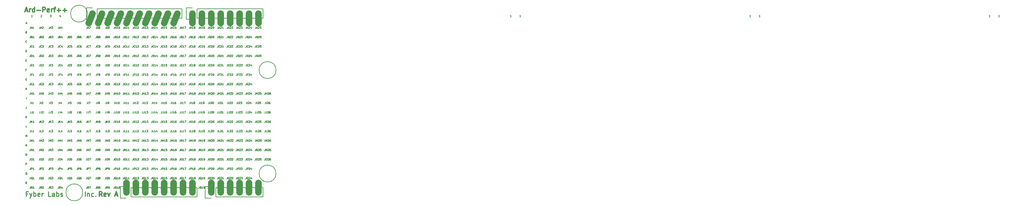
<source format=gbr>
G04 #@! TF.FileFunction,Legend,Top*
%FSLAX46Y46*%
G04 Gerber Fmt 4.6, Leading zero omitted, Abs format (unit mm)*
G04 Created by KiCad (PCBNEW 4.0.2-stable) date 5/10/2017 1:43:39 AM*
%MOMM*%
G01*
G04 APERTURE LIST*
%ADD10C,0.100000*%
%ADD11C,1.750000*%
%ADD12C,0.127000*%
%ADD13C,0.300000*%
%ADD14C,0.254000*%
%ADD15C,0.150000*%
G04 APERTURE END LIST*
D10*
D11*
X174498000Y-123825000D02*
X174498000Y-121285000D01*
X171958000Y-123825000D02*
X171958000Y-121285000D01*
X169418000Y-123825000D02*
X169418000Y-121285000D01*
X166878000Y-123825000D02*
X166878000Y-121285000D01*
X164338000Y-123825000D02*
X164338000Y-121285000D01*
X161798000Y-123825000D02*
X161798000Y-121285000D01*
X156718000Y-123825000D02*
X156718000Y-121285000D01*
X154178000Y-123825000D02*
X154178000Y-121285000D01*
X151638000Y-123825000D02*
X151638000Y-121285000D01*
X149098000Y-123825000D02*
X149098000Y-121285000D01*
X146558000Y-123825000D02*
X146558000Y-121285000D01*
X144018000Y-123825000D02*
X144018000Y-121285000D01*
X141478000Y-123825000D02*
X141478000Y-121285000D01*
X138938000Y-123825000D02*
X138938000Y-121285000D01*
X174498000Y-75565000D02*
X174498000Y-78105000D01*
X171958000Y-75565000D02*
X171958000Y-78105000D01*
X169418000Y-75565000D02*
X169418000Y-78105000D01*
X166878000Y-75565000D02*
X166878000Y-78105000D01*
X164338000Y-75565000D02*
X164338000Y-78105000D01*
X161798000Y-75565000D02*
X161798000Y-78105000D01*
X159258000Y-75565000D02*
X159258000Y-78105000D01*
X156718000Y-75565000D02*
X156718000Y-78105000D01*
X152654000Y-75565000D02*
X151638000Y-78105000D01*
X150114000Y-75565000D02*
X149098000Y-78105000D01*
X147574000Y-75565000D02*
X146558000Y-78105000D01*
X145034000Y-75565000D02*
X144018000Y-78105000D01*
X142494000Y-75565000D02*
X141478000Y-78105000D01*
X139954000Y-75565000D02*
X138938000Y-78105000D01*
X137414000Y-75565000D02*
X136398000Y-78105000D01*
X134874000Y-75565000D02*
X133858000Y-78105000D01*
X132334000Y-75565000D02*
X131318000Y-78105000D01*
X129794000Y-75565000D02*
X128778000Y-78105000D01*
D12*
X112171238Y-121514810D02*
X112001905Y-121272905D01*
X111880952Y-121514810D02*
X111880952Y-121006810D01*
X112074476Y-121006810D01*
X112122857Y-121031000D01*
X112147048Y-121055190D01*
X112171238Y-121103571D01*
X112171238Y-121176143D01*
X112147048Y-121224524D01*
X112122857Y-121248714D01*
X112074476Y-121272905D01*
X111880952Y-121272905D01*
X112207524Y-119023190D02*
X112159143Y-118999000D01*
X112110762Y-118950619D01*
X112038191Y-118878048D01*
X111989810Y-118853857D01*
X111941429Y-118853857D01*
X111965619Y-118974810D02*
X111917238Y-118950619D01*
X111868857Y-118902238D01*
X111844667Y-118805476D01*
X111844667Y-118636143D01*
X111868857Y-118539381D01*
X111917238Y-118491000D01*
X111965619Y-118466810D01*
X112062381Y-118466810D01*
X112110762Y-118491000D01*
X112159143Y-118539381D01*
X112183334Y-118636143D01*
X112183334Y-118805476D01*
X112159143Y-118902238D01*
X112110762Y-118950619D01*
X112062381Y-118974810D01*
X111965619Y-118974810D01*
X111880952Y-116434810D02*
X111880952Y-115926810D01*
X112074476Y-115926810D01*
X112122857Y-115951000D01*
X112147048Y-115975190D01*
X112171238Y-116023571D01*
X112171238Y-116096143D01*
X112147048Y-116144524D01*
X112122857Y-116168714D01*
X112074476Y-116192905D01*
X111880952Y-116192905D01*
X111965619Y-113386810D02*
X112062381Y-113386810D01*
X112110762Y-113411000D01*
X112159143Y-113459381D01*
X112183334Y-113556143D01*
X112183334Y-113725476D01*
X112159143Y-113822238D01*
X112110762Y-113870619D01*
X112062381Y-113894810D01*
X111965619Y-113894810D01*
X111917238Y-113870619D01*
X111868857Y-113822238D01*
X111844667Y-113725476D01*
X111844667Y-113556143D01*
X111868857Y-113459381D01*
X111917238Y-113411000D01*
X111965619Y-113386810D01*
X111868857Y-111354810D02*
X111868857Y-110846810D01*
X112159143Y-111354810D01*
X112159143Y-110846810D01*
X111844667Y-108814810D02*
X111844667Y-108306810D01*
X112014001Y-108669667D01*
X112183334Y-108306810D01*
X112183334Y-108814810D01*
X112171238Y-106274810D02*
X111929333Y-106274810D01*
X111929333Y-105766810D01*
X111880952Y-103734810D02*
X111880952Y-103226810D01*
X112171238Y-103734810D02*
X111953524Y-103444524D01*
X112171238Y-103226810D02*
X111880952Y-103517095D01*
X112086571Y-100686810D02*
X112086571Y-101049667D01*
X112062381Y-101122238D01*
X112014000Y-101170619D01*
X111941428Y-101194810D01*
X111893047Y-101194810D01*
X112014000Y-98654810D02*
X112014000Y-98146810D01*
X111868857Y-96114810D02*
X111868857Y-95606810D01*
X111868857Y-95848714D02*
X112159143Y-95848714D01*
X112159143Y-96114810D02*
X112159143Y-95606810D01*
X112147048Y-93091000D02*
X112098667Y-93066810D01*
X112026095Y-93066810D01*
X111953524Y-93091000D01*
X111905143Y-93139381D01*
X111880952Y-93187762D01*
X111856762Y-93284524D01*
X111856762Y-93357095D01*
X111880952Y-93453857D01*
X111905143Y-93502238D01*
X111953524Y-93550619D01*
X112026095Y-93574810D01*
X112074476Y-93574810D01*
X112147048Y-93550619D01*
X112171238Y-93526429D01*
X112171238Y-93357095D01*
X112074476Y-93357095D01*
X112086572Y-90768714D02*
X111917238Y-90768714D01*
X111917238Y-91034810D02*
X111917238Y-90526810D01*
X112159143Y-90526810D01*
X111905143Y-88228714D02*
X112074477Y-88228714D01*
X112147048Y-88494810D02*
X111905143Y-88494810D01*
X111905143Y-87986810D01*
X112147048Y-87986810D01*
X111880952Y-85954810D02*
X111880952Y-85446810D01*
X112001905Y-85446810D01*
X112074476Y-85471000D01*
X112122857Y-85519381D01*
X112147048Y-85567762D01*
X112171238Y-85664524D01*
X112171238Y-85737095D01*
X112147048Y-85833857D01*
X112122857Y-85882238D01*
X112074476Y-85930619D01*
X112001905Y-85954810D01*
X111880952Y-85954810D01*
X112171238Y-83366429D02*
X112147048Y-83390619D01*
X112074476Y-83414810D01*
X112026095Y-83414810D01*
X111953524Y-83390619D01*
X111905143Y-83342238D01*
X111880952Y-83293857D01*
X111856762Y-83197095D01*
X111856762Y-83124524D01*
X111880952Y-83027762D01*
X111905143Y-82979381D01*
X111953524Y-82931000D01*
X112026095Y-82906810D01*
X112074476Y-82906810D01*
X112147048Y-82931000D01*
X112171238Y-82955190D01*
X112050286Y-80608714D02*
X112122857Y-80632905D01*
X112147048Y-80657095D01*
X112171238Y-80705476D01*
X112171238Y-80778048D01*
X112147048Y-80826429D01*
X112122857Y-80850619D01*
X112074476Y-80874810D01*
X111880952Y-80874810D01*
X111880952Y-80366810D01*
X112050286Y-80366810D01*
X112098667Y-80391000D01*
X112122857Y-80415190D01*
X112147048Y-80463571D01*
X112147048Y-80511952D01*
X112122857Y-80560333D01*
X112098667Y-80584524D01*
X112050286Y-80608714D01*
X111880952Y-80608714D01*
X111893048Y-78189667D02*
X112134953Y-78189667D01*
X111844667Y-78334810D02*
X112014000Y-77826810D01*
X112183334Y-78334810D01*
X121254762Y-76091143D02*
X121254762Y-76429810D01*
X121133809Y-75897619D02*
X121012857Y-76260476D01*
X121327333Y-76260476D01*
X118448666Y-75921810D02*
X118763143Y-75921810D01*
X118593809Y-76115333D01*
X118666381Y-76115333D01*
X118714762Y-76139524D01*
X118738952Y-76163714D01*
X118763143Y-76212095D01*
X118763143Y-76333048D01*
X118738952Y-76381429D01*
X118714762Y-76405619D01*
X118666381Y-76429810D01*
X118521238Y-76429810D01*
X118472857Y-76405619D01*
X118448666Y-76381429D01*
X374287143Y-76429810D02*
X373996857Y-76429810D01*
X374142000Y-76429810D02*
X374142000Y-75921810D01*
X374093619Y-75994381D01*
X374045238Y-76042762D01*
X373996857Y-76066952D01*
X309771143Y-76429810D02*
X309480857Y-76429810D01*
X309626000Y-76429810D02*
X309626000Y-75921810D01*
X309577619Y-75994381D01*
X309529238Y-76042762D01*
X309480857Y-76066952D01*
X245255143Y-76429810D02*
X244964857Y-76429810D01*
X245110000Y-76429810D02*
X245110000Y-75921810D01*
X245061619Y-75994381D01*
X245013238Y-76042762D01*
X244964857Y-76066952D01*
X115932857Y-75970190D02*
X115957047Y-75946000D01*
X116005428Y-75921810D01*
X116126381Y-75921810D01*
X116174762Y-75946000D01*
X116198952Y-75970190D01*
X116223143Y-76018571D01*
X116223143Y-76066952D01*
X116198952Y-76139524D01*
X115908666Y-76429810D01*
X116223143Y-76429810D01*
X371747143Y-76429810D02*
X371456857Y-76429810D01*
X371602000Y-76429810D02*
X371602000Y-75921810D01*
X371553619Y-75994381D01*
X371505238Y-76042762D01*
X371456857Y-76066952D01*
X307231143Y-76429810D02*
X306940857Y-76429810D01*
X307086000Y-76429810D02*
X307086000Y-75921810D01*
X307037619Y-75994381D01*
X306989238Y-76042762D01*
X306940857Y-76066952D01*
X242715143Y-76429810D02*
X242424857Y-76429810D01*
X242570000Y-76429810D02*
X242570000Y-75921810D01*
X242521619Y-75994381D01*
X242473238Y-76042762D01*
X242424857Y-76066952D01*
X113683143Y-76429810D02*
X113392857Y-76429810D01*
X113538000Y-76429810D02*
X113538000Y-75921810D01*
X113489619Y-75994381D01*
X113441238Y-76042762D01*
X113392857Y-76066952D01*
D13*
X132448905Y-124907524D02*
X132025572Y-124302762D01*
X131723191Y-124907524D02*
X131723191Y-123637524D01*
X132207000Y-123637524D01*
X132327953Y-123698000D01*
X132388429Y-123758476D01*
X132448905Y-123879429D01*
X132448905Y-124060857D01*
X132388429Y-124181810D01*
X132327953Y-124242286D01*
X132207000Y-124302762D01*
X131723191Y-124302762D01*
X133477000Y-124847048D02*
X133356048Y-124907524D01*
X133114143Y-124907524D01*
X132993191Y-124847048D01*
X132932715Y-124726095D01*
X132932715Y-124242286D01*
X132993191Y-124121333D01*
X133114143Y-124060857D01*
X133356048Y-124060857D01*
X133477000Y-124121333D01*
X133537477Y-124242286D01*
X133537477Y-124363238D01*
X132932715Y-124484190D01*
X133960810Y-124060857D02*
X134263191Y-124907524D01*
X134565571Y-124060857D01*
X135956524Y-124544667D02*
X136561286Y-124544667D01*
X135835571Y-124907524D02*
X136258905Y-123637524D01*
X136682238Y-124907524D01*
X111784192Y-74760667D02*
X112388954Y-74760667D01*
X111663239Y-75123524D02*
X112086573Y-73853524D01*
X112509906Y-75123524D01*
X112933239Y-75123524D02*
X112933239Y-74276857D01*
X112933239Y-74518762D02*
X112993715Y-74397810D01*
X113054191Y-74337333D01*
X113175144Y-74276857D01*
X113296096Y-74276857D01*
X114263715Y-75123524D02*
X114263715Y-73853524D01*
X114263715Y-75063048D02*
X114142762Y-75123524D01*
X113900858Y-75123524D01*
X113779905Y-75063048D01*
X113719429Y-75002571D01*
X113658953Y-74881619D01*
X113658953Y-74518762D01*
X113719429Y-74397810D01*
X113779905Y-74337333D01*
X113900858Y-74276857D01*
X114142762Y-74276857D01*
X114263715Y-74337333D01*
X114868477Y-74639714D02*
X115836096Y-74639714D01*
X116440858Y-75123524D02*
X116440858Y-73853524D01*
X116924667Y-73853524D01*
X117045620Y-73914000D01*
X117106096Y-73974476D01*
X117166572Y-74095429D01*
X117166572Y-74276857D01*
X117106096Y-74397810D01*
X117045620Y-74458286D01*
X116924667Y-74518762D01*
X116440858Y-74518762D01*
X118194667Y-75063048D02*
X118073715Y-75123524D01*
X117831810Y-75123524D01*
X117710858Y-75063048D01*
X117650382Y-74942095D01*
X117650382Y-74458286D01*
X117710858Y-74337333D01*
X117831810Y-74276857D01*
X118073715Y-74276857D01*
X118194667Y-74337333D01*
X118255144Y-74458286D01*
X118255144Y-74579238D01*
X117650382Y-74700190D01*
X118799429Y-75123524D02*
X118799429Y-74276857D01*
X118799429Y-74518762D02*
X118859905Y-74397810D01*
X118920381Y-74337333D01*
X119041334Y-74276857D01*
X119162286Y-74276857D01*
X119404190Y-74276857D02*
X119888000Y-74276857D01*
X119585619Y-75123524D02*
X119585619Y-74034952D01*
X119646095Y-73914000D01*
X119767048Y-73853524D01*
X119888000Y-73853524D01*
X120311333Y-74639714D02*
X121278952Y-74639714D01*
X120795142Y-75123524D02*
X120795142Y-74155905D01*
X121883714Y-74639714D02*
X122851333Y-74639714D01*
X122367523Y-75123524D02*
X122367523Y-74155905D01*
D14*
X127864810Y-124907524D02*
X127864810Y-123637524D01*
X128469572Y-124060857D02*
X128469572Y-124907524D01*
X128469572Y-124181810D02*
X128530048Y-124121333D01*
X128651001Y-124060857D01*
X128832429Y-124060857D01*
X128953381Y-124121333D01*
X129013858Y-124242286D01*
X129013858Y-124907524D01*
X130162906Y-124847048D02*
X130041953Y-124907524D01*
X129800049Y-124907524D01*
X129679096Y-124847048D01*
X129618620Y-124786571D01*
X129558144Y-124665619D01*
X129558144Y-124302762D01*
X129618620Y-124181810D01*
X129679096Y-124121333D01*
X129800049Y-124060857D01*
X130041953Y-124060857D01*
X130162906Y-124121333D01*
X130707191Y-124786571D02*
X130767667Y-124847048D01*
X130707191Y-124907524D01*
X130646715Y-124847048D01*
X130707191Y-124786571D01*
X130707191Y-124907524D01*
X112364762Y-124242286D02*
X111941429Y-124242286D01*
X111941429Y-124907524D02*
X111941429Y-123637524D01*
X112546191Y-123637524D01*
X112909048Y-124060857D02*
X113211429Y-124907524D01*
X113513809Y-124060857D02*
X113211429Y-124907524D01*
X113090476Y-125209905D01*
X113030000Y-125270381D01*
X112909048Y-125330857D01*
X113997619Y-124907524D02*
X113997619Y-123637524D01*
X113997619Y-124121333D02*
X114118571Y-124060857D01*
X114360476Y-124060857D01*
X114481428Y-124121333D01*
X114541905Y-124181810D01*
X114602381Y-124302762D01*
X114602381Y-124665619D01*
X114541905Y-124786571D01*
X114481428Y-124847048D01*
X114360476Y-124907524D01*
X114118571Y-124907524D01*
X113997619Y-124847048D01*
X115630476Y-124847048D02*
X115509524Y-124907524D01*
X115267619Y-124907524D01*
X115146667Y-124847048D01*
X115086191Y-124726095D01*
X115086191Y-124242286D01*
X115146667Y-124121333D01*
X115267619Y-124060857D01*
X115509524Y-124060857D01*
X115630476Y-124121333D01*
X115690953Y-124242286D01*
X115690953Y-124363238D01*
X115086191Y-124484190D01*
X116235238Y-124907524D02*
X116235238Y-124060857D01*
X116235238Y-124302762D02*
X116295714Y-124181810D01*
X116356190Y-124121333D01*
X116477143Y-124060857D01*
X116598095Y-124060857D01*
X118593809Y-124907524D02*
X117989047Y-124907524D01*
X117989047Y-123637524D01*
X119561428Y-124907524D02*
X119561428Y-124242286D01*
X119500951Y-124121333D01*
X119379999Y-124060857D01*
X119138094Y-124060857D01*
X119017142Y-124121333D01*
X119561428Y-124847048D02*
X119440475Y-124907524D01*
X119138094Y-124907524D01*
X119017142Y-124847048D01*
X118956666Y-124726095D01*
X118956666Y-124605143D01*
X119017142Y-124484190D01*
X119138094Y-124423714D01*
X119440475Y-124423714D01*
X119561428Y-124363238D01*
X120166190Y-124907524D02*
X120166190Y-123637524D01*
X120166190Y-124121333D02*
X120287142Y-124060857D01*
X120529047Y-124060857D01*
X120649999Y-124121333D01*
X120710476Y-124181810D01*
X120770952Y-124302762D01*
X120770952Y-124665619D01*
X120710476Y-124786571D01*
X120649999Y-124847048D01*
X120529047Y-124907524D01*
X120287142Y-124907524D01*
X120166190Y-124847048D01*
X121254762Y-124847048D02*
X121375714Y-124907524D01*
X121617619Y-124907524D01*
X121738571Y-124847048D01*
X121799047Y-124726095D01*
X121799047Y-124665619D01*
X121738571Y-124544667D01*
X121617619Y-124484190D01*
X121436190Y-124484190D01*
X121315238Y-124423714D01*
X121254762Y-124302762D01*
X121254762Y-124242286D01*
X121315238Y-124121333D01*
X121436190Y-124060857D01*
X121617619Y-124060857D01*
X121738571Y-124121333D01*
D15*
X139390381Y-120999285D02*
X139390381Y-121570714D01*
X139390381Y-121285000D02*
X138390381Y-121285000D01*
X138533238Y-121380238D01*
X138628476Y-121475476D01*
X138676095Y-121570714D01*
X140208000Y-125095000D02*
X157988000Y-125095000D01*
X157988000Y-125095000D02*
X157988000Y-122555000D01*
X157988000Y-122555000D02*
X140208000Y-122555000D01*
X137388000Y-125375000D02*
X138938000Y-125375000D01*
X140208000Y-125095000D02*
X140208000Y-122555000D01*
X138938000Y-122275000D02*
X137388000Y-122275000D01*
X137388000Y-122275000D02*
X137388000Y-125375000D01*
X163068000Y-125095000D02*
X175768000Y-125095000D01*
X175768000Y-125095000D02*
X175768000Y-122555000D01*
X175768000Y-122555000D02*
X163068000Y-122555000D01*
X160248000Y-125375000D02*
X161798000Y-125375000D01*
X163068000Y-125095000D02*
X163068000Y-122555000D01*
X161798000Y-122275000D02*
X160248000Y-122275000D01*
X160248000Y-122275000D02*
X160248000Y-125375000D01*
X131064000Y-76835000D02*
X153924000Y-76835000D01*
X153924000Y-76835000D02*
X153924000Y-74295000D01*
X153924000Y-74295000D02*
X131064000Y-74295000D01*
X128244000Y-77115000D02*
X129794000Y-77115000D01*
X131064000Y-76835000D02*
X131064000Y-74295000D01*
X129794000Y-74015000D02*
X128244000Y-74015000D01*
X128244000Y-74015000D02*
X128244000Y-77115000D01*
X157988000Y-76835000D02*
X175768000Y-76835000D01*
X175768000Y-76835000D02*
X175768000Y-74295000D01*
X175768000Y-74295000D02*
X157988000Y-74295000D01*
X155168000Y-77115000D02*
X156718000Y-77115000D01*
X157988000Y-76835000D02*
X157988000Y-74295000D01*
X156718000Y-74015000D02*
X155168000Y-74015000D01*
X155168000Y-74015000D02*
X155168000Y-77115000D01*
X127254000Y-123825000D02*
G75*
G03X127254000Y-123825000I-2286000J0D01*
G01*
X179324000Y-118745000D02*
G75*
G03X179324000Y-118745000I-2286000J0D01*
G01*
X128524000Y-75565000D02*
G75*
G03X128524000Y-75565000I-2286000J0D01*
G01*
X179324000Y-90805000D02*
G75*
G03X179324000Y-90805000I-2286000J0D01*
G01*
D12*
X176360666Y-114656810D02*
X176360666Y-115019667D01*
X176336476Y-115092238D01*
X176288095Y-115140619D01*
X176215523Y-115164810D01*
X176167142Y-115164810D01*
X176699333Y-114656810D02*
X176796095Y-114656810D01*
X176844476Y-114681000D01*
X176892857Y-114729381D01*
X176917048Y-114826143D01*
X176917048Y-114995476D01*
X176892857Y-115092238D01*
X176844476Y-115140619D01*
X176796095Y-115164810D01*
X176699333Y-115164810D01*
X176650952Y-115140619D01*
X176602571Y-115092238D01*
X176578381Y-114995476D01*
X176578381Y-114826143D01*
X176602571Y-114729381D01*
X176650952Y-114681000D01*
X176699333Y-114656810D01*
X177110571Y-114705190D02*
X177134761Y-114681000D01*
X177183142Y-114656810D01*
X177304095Y-114656810D01*
X177352476Y-114681000D01*
X177376666Y-114705190D01*
X177400857Y-114753571D01*
X177400857Y-114801952D01*
X177376666Y-114874524D01*
X177086380Y-115164810D01*
X177400857Y-115164810D01*
X177836286Y-114656810D02*
X177739524Y-114656810D01*
X177691143Y-114681000D01*
X177666952Y-114705190D01*
X177618571Y-114777762D01*
X177594381Y-114874524D01*
X177594381Y-115068048D01*
X177618571Y-115116429D01*
X177642762Y-115140619D01*
X177691143Y-115164810D01*
X177787905Y-115164810D01*
X177836286Y-115140619D01*
X177860476Y-115116429D01*
X177884667Y-115068048D01*
X177884667Y-114947095D01*
X177860476Y-114898714D01*
X177836286Y-114874524D01*
X177787905Y-114850333D01*
X177691143Y-114850333D01*
X177642762Y-114874524D01*
X177618571Y-114898714D01*
X177594381Y-114947095D01*
X176360666Y-112116810D02*
X176360666Y-112479667D01*
X176336476Y-112552238D01*
X176288095Y-112600619D01*
X176215523Y-112624810D01*
X176167142Y-112624810D01*
X176602571Y-112624810D02*
X176602571Y-112116810D01*
X176892857Y-112624810D01*
X176892857Y-112116810D01*
X177110571Y-112165190D02*
X177134761Y-112141000D01*
X177183142Y-112116810D01*
X177304095Y-112116810D01*
X177352476Y-112141000D01*
X177376666Y-112165190D01*
X177400857Y-112213571D01*
X177400857Y-112261952D01*
X177376666Y-112334524D01*
X177086380Y-112624810D01*
X177400857Y-112624810D01*
X177836286Y-112116810D02*
X177739524Y-112116810D01*
X177691143Y-112141000D01*
X177666952Y-112165190D01*
X177618571Y-112237762D01*
X177594381Y-112334524D01*
X177594381Y-112528048D01*
X177618571Y-112576429D01*
X177642762Y-112600619D01*
X177691143Y-112624810D01*
X177787905Y-112624810D01*
X177836286Y-112600619D01*
X177860476Y-112576429D01*
X177884667Y-112528048D01*
X177884667Y-112407095D01*
X177860476Y-112358714D01*
X177836286Y-112334524D01*
X177787905Y-112310333D01*
X177691143Y-112310333D01*
X177642762Y-112334524D01*
X177618571Y-112358714D01*
X177594381Y-112407095D01*
X176336476Y-109576810D02*
X176336476Y-109939667D01*
X176312286Y-110012238D01*
X176263905Y-110060619D01*
X176191333Y-110084810D01*
X176142952Y-110084810D01*
X176578381Y-110084810D02*
X176578381Y-109576810D01*
X176747715Y-109939667D01*
X176917048Y-109576810D01*
X176917048Y-110084810D01*
X177134762Y-109625190D02*
X177158952Y-109601000D01*
X177207333Y-109576810D01*
X177328286Y-109576810D01*
X177376667Y-109601000D01*
X177400857Y-109625190D01*
X177425048Y-109673571D01*
X177425048Y-109721952D01*
X177400857Y-109794524D01*
X177110571Y-110084810D01*
X177425048Y-110084810D01*
X177860477Y-109576810D02*
X177763715Y-109576810D01*
X177715334Y-109601000D01*
X177691143Y-109625190D01*
X177642762Y-109697762D01*
X177618572Y-109794524D01*
X177618572Y-109988048D01*
X177642762Y-110036429D01*
X177666953Y-110060619D01*
X177715334Y-110084810D01*
X177812096Y-110084810D01*
X177860477Y-110060619D01*
X177884667Y-110036429D01*
X177908858Y-109988048D01*
X177908858Y-109867095D01*
X177884667Y-109818714D01*
X177860477Y-109794524D01*
X177812096Y-109770333D01*
X177715334Y-109770333D01*
X177666953Y-109794524D01*
X177642762Y-109818714D01*
X177618572Y-109867095D01*
X176421142Y-107036810D02*
X176421142Y-107399667D01*
X176396952Y-107472238D01*
X176348571Y-107520619D01*
X176275999Y-107544810D01*
X176227618Y-107544810D01*
X176904952Y-107544810D02*
X176663047Y-107544810D01*
X176663047Y-107036810D01*
X177050095Y-107085190D02*
X177074285Y-107061000D01*
X177122666Y-107036810D01*
X177243619Y-107036810D01*
X177292000Y-107061000D01*
X177316190Y-107085190D01*
X177340381Y-107133571D01*
X177340381Y-107181952D01*
X177316190Y-107254524D01*
X177025904Y-107544810D01*
X177340381Y-107544810D01*
X177775810Y-107036810D02*
X177679048Y-107036810D01*
X177630667Y-107061000D01*
X177606476Y-107085190D01*
X177558095Y-107157762D01*
X177533905Y-107254524D01*
X177533905Y-107448048D01*
X177558095Y-107496429D01*
X177582286Y-107520619D01*
X177630667Y-107544810D01*
X177727429Y-107544810D01*
X177775810Y-107520619D01*
X177800000Y-107496429D01*
X177824191Y-107448048D01*
X177824191Y-107327095D01*
X177800000Y-107278714D01*
X177775810Y-107254524D01*
X177727429Y-107230333D01*
X177630667Y-107230333D01*
X177582286Y-107254524D01*
X177558095Y-107278714D01*
X177533905Y-107327095D01*
X176372761Y-104496810D02*
X176372761Y-104859667D01*
X176348571Y-104932238D01*
X176300190Y-104980619D01*
X176227618Y-105004810D01*
X176179237Y-105004810D01*
X176614666Y-105004810D02*
X176614666Y-104496810D01*
X176904952Y-105004810D02*
X176687238Y-104714524D01*
X176904952Y-104496810D02*
X176614666Y-104787095D01*
X177098476Y-104545190D02*
X177122666Y-104521000D01*
X177171047Y-104496810D01*
X177292000Y-104496810D01*
X177340381Y-104521000D01*
X177364571Y-104545190D01*
X177388762Y-104593571D01*
X177388762Y-104641952D01*
X177364571Y-104714524D01*
X177074285Y-105004810D01*
X177388762Y-105004810D01*
X177824191Y-104496810D02*
X177727429Y-104496810D01*
X177679048Y-104521000D01*
X177654857Y-104545190D01*
X177606476Y-104617762D01*
X177582286Y-104714524D01*
X177582286Y-104908048D01*
X177606476Y-104956429D01*
X177630667Y-104980619D01*
X177679048Y-105004810D01*
X177775810Y-105004810D01*
X177824191Y-104980619D01*
X177848381Y-104956429D01*
X177872572Y-104908048D01*
X177872572Y-104787095D01*
X177848381Y-104738714D01*
X177824191Y-104714524D01*
X177775810Y-104690333D01*
X177679048Y-104690333D01*
X177630667Y-104714524D01*
X177606476Y-104738714D01*
X177582286Y-104787095D01*
X176433237Y-101956810D02*
X176433237Y-102319667D01*
X176409047Y-102392238D01*
X176360666Y-102440619D01*
X176288094Y-102464810D01*
X176239713Y-102464810D01*
X176820285Y-101956810D02*
X176820285Y-102319667D01*
X176796095Y-102392238D01*
X176747714Y-102440619D01*
X176675142Y-102464810D01*
X176626761Y-102464810D01*
X177038000Y-102005190D02*
X177062190Y-101981000D01*
X177110571Y-101956810D01*
X177231524Y-101956810D01*
X177279905Y-101981000D01*
X177304095Y-102005190D01*
X177328286Y-102053571D01*
X177328286Y-102101952D01*
X177304095Y-102174524D01*
X177013809Y-102464810D01*
X177328286Y-102464810D01*
X177763715Y-101956810D02*
X177666953Y-101956810D01*
X177618572Y-101981000D01*
X177594381Y-102005190D01*
X177546000Y-102077762D01*
X177521810Y-102174524D01*
X177521810Y-102368048D01*
X177546000Y-102416429D01*
X177570191Y-102440619D01*
X177618572Y-102464810D01*
X177715334Y-102464810D01*
X177763715Y-102440619D01*
X177787905Y-102416429D01*
X177812096Y-102368048D01*
X177812096Y-102247095D01*
X177787905Y-102198714D01*
X177763715Y-102174524D01*
X177715334Y-102150333D01*
X177618572Y-102150333D01*
X177570191Y-102174524D01*
X177546000Y-102198714D01*
X177521810Y-102247095D01*
X176505809Y-99416810D02*
X176505809Y-99779667D01*
X176481619Y-99852238D01*
X176433238Y-99900619D01*
X176360666Y-99924810D01*
X176312285Y-99924810D01*
X176747714Y-99924810D02*
X176747714Y-99416810D01*
X176965429Y-99465190D02*
X176989619Y-99441000D01*
X177038000Y-99416810D01*
X177158953Y-99416810D01*
X177207334Y-99441000D01*
X177231524Y-99465190D01*
X177255715Y-99513571D01*
X177255715Y-99561952D01*
X177231524Y-99634524D01*
X176941238Y-99924810D01*
X177255715Y-99924810D01*
X177691144Y-99416810D02*
X177594382Y-99416810D01*
X177546001Y-99441000D01*
X177521810Y-99465190D01*
X177473429Y-99537762D01*
X177449239Y-99634524D01*
X177449239Y-99828048D01*
X177473429Y-99876429D01*
X177497620Y-99900619D01*
X177546001Y-99924810D01*
X177642763Y-99924810D01*
X177691144Y-99900619D01*
X177715334Y-99876429D01*
X177739525Y-99828048D01*
X177739525Y-99707095D01*
X177715334Y-99658714D01*
X177691144Y-99634524D01*
X177642763Y-99610333D01*
X177546001Y-99610333D01*
X177497620Y-99634524D01*
X177473429Y-99658714D01*
X177449239Y-99707095D01*
X176360666Y-96876810D02*
X176360666Y-97239667D01*
X176336476Y-97312238D01*
X176288095Y-97360619D01*
X176215523Y-97384810D01*
X176167142Y-97384810D01*
X176602571Y-97384810D02*
X176602571Y-96876810D01*
X176602571Y-97118714D02*
X176892857Y-97118714D01*
X176892857Y-97384810D02*
X176892857Y-96876810D01*
X177110571Y-96925190D02*
X177134761Y-96901000D01*
X177183142Y-96876810D01*
X177304095Y-96876810D01*
X177352476Y-96901000D01*
X177376666Y-96925190D01*
X177400857Y-96973571D01*
X177400857Y-97021952D01*
X177376666Y-97094524D01*
X177086380Y-97384810D01*
X177400857Y-97384810D01*
X177836286Y-96876810D02*
X177739524Y-96876810D01*
X177691143Y-96901000D01*
X177666952Y-96925190D01*
X177618571Y-96997762D01*
X177594381Y-97094524D01*
X177594381Y-97288048D01*
X177618571Y-97336429D01*
X177642762Y-97360619D01*
X177691143Y-97384810D01*
X177787905Y-97384810D01*
X177836286Y-97360619D01*
X177860476Y-97336429D01*
X177884667Y-97288048D01*
X177884667Y-97167095D01*
X177860476Y-97118714D01*
X177836286Y-97094524D01*
X177787905Y-97070333D01*
X177691143Y-97070333D01*
X177642762Y-97094524D01*
X177618571Y-97118714D01*
X177594381Y-97167095D01*
X173832761Y-122276810D02*
X173832761Y-122639667D01*
X173808571Y-122712238D01*
X173760190Y-122760619D01*
X173687618Y-122784810D01*
X173639237Y-122784810D01*
X174364952Y-122784810D02*
X174195619Y-122542905D01*
X174074666Y-122784810D02*
X174074666Y-122276810D01*
X174268190Y-122276810D01*
X174316571Y-122301000D01*
X174340762Y-122325190D01*
X174364952Y-122373571D01*
X174364952Y-122446143D01*
X174340762Y-122494524D01*
X174316571Y-122518714D01*
X174268190Y-122542905D01*
X174074666Y-122542905D01*
X174558476Y-122325190D02*
X174582666Y-122301000D01*
X174631047Y-122276810D01*
X174752000Y-122276810D01*
X174800381Y-122301000D01*
X174824571Y-122325190D01*
X174848762Y-122373571D01*
X174848762Y-122421952D01*
X174824571Y-122494524D01*
X174534285Y-122784810D01*
X174848762Y-122784810D01*
X175308381Y-122276810D02*
X175066476Y-122276810D01*
X175042286Y-122518714D01*
X175066476Y-122494524D01*
X175114857Y-122470333D01*
X175235810Y-122470333D01*
X175284191Y-122494524D01*
X175308381Y-122518714D01*
X175332572Y-122567095D01*
X175332572Y-122688048D01*
X175308381Y-122736429D01*
X175284191Y-122760619D01*
X175235810Y-122784810D01*
X175114857Y-122784810D01*
X175066476Y-122760619D01*
X175042286Y-122736429D01*
X173820666Y-114656810D02*
X173820666Y-115019667D01*
X173796476Y-115092238D01*
X173748095Y-115140619D01*
X173675523Y-115164810D01*
X173627142Y-115164810D01*
X174159333Y-114656810D02*
X174256095Y-114656810D01*
X174304476Y-114681000D01*
X174352857Y-114729381D01*
X174377048Y-114826143D01*
X174377048Y-114995476D01*
X174352857Y-115092238D01*
X174304476Y-115140619D01*
X174256095Y-115164810D01*
X174159333Y-115164810D01*
X174110952Y-115140619D01*
X174062571Y-115092238D01*
X174038381Y-114995476D01*
X174038381Y-114826143D01*
X174062571Y-114729381D01*
X174110952Y-114681000D01*
X174159333Y-114656810D01*
X174570571Y-114705190D02*
X174594761Y-114681000D01*
X174643142Y-114656810D01*
X174764095Y-114656810D01*
X174812476Y-114681000D01*
X174836666Y-114705190D01*
X174860857Y-114753571D01*
X174860857Y-114801952D01*
X174836666Y-114874524D01*
X174546380Y-115164810D01*
X174860857Y-115164810D01*
X175320476Y-114656810D02*
X175078571Y-114656810D01*
X175054381Y-114898714D01*
X175078571Y-114874524D01*
X175126952Y-114850333D01*
X175247905Y-114850333D01*
X175296286Y-114874524D01*
X175320476Y-114898714D01*
X175344667Y-114947095D01*
X175344667Y-115068048D01*
X175320476Y-115116429D01*
X175296286Y-115140619D01*
X175247905Y-115164810D01*
X175126952Y-115164810D01*
X175078571Y-115140619D01*
X175054381Y-115116429D01*
X173820666Y-112116810D02*
X173820666Y-112479667D01*
X173796476Y-112552238D01*
X173748095Y-112600619D01*
X173675523Y-112624810D01*
X173627142Y-112624810D01*
X174062571Y-112624810D02*
X174062571Y-112116810D01*
X174352857Y-112624810D01*
X174352857Y-112116810D01*
X174570571Y-112165190D02*
X174594761Y-112141000D01*
X174643142Y-112116810D01*
X174764095Y-112116810D01*
X174812476Y-112141000D01*
X174836666Y-112165190D01*
X174860857Y-112213571D01*
X174860857Y-112261952D01*
X174836666Y-112334524D01*
X174546380Y-112624810D01*
X174860857Y-112624810D01*
X175320476Y-112116810D02*
X175078571Y-112116810D01*
X175054381Y-112358714D01*
X175078571Y-112334524D01*
X175126952Y-112310333D01*
X175247905Y-112310333D01*
X175296286Y-112334524D01*
X175320476Y-112358714D01*
X175344667Y-112407095D01*
X175344667Y-112528048D01*
X175320476Y-112576429D01*
X175296286Y-112600619D01*
X175247905Y-112624810D01*
X175126952Y-112624810D01*
X175078571Y-112600619D01*
X175054381Y-112576429D01*
X173796476Y-109576810D02*
X173796476Y-109939667D01*
X173772286Y-110012238D01*
X173723905Y-110060619D01*
X173651333Y-110084810D01*
X173602952Y-110084810D01*
X174038381Y-110084810D02*
X174038381Y-109576810D01*
X174207715Y-109939667D01*
X174377048Y-109576810D01*
X174377048Y-110084810D01*
X174594762Y-109625190D02*
X174618952Y-109601000D01*
X174667333Y-109576810D01*
X174788286Y-109576810D01*
X174836667Y-109601000D01*
X174860857Y-109625190D01*
X174885048Y-109673571D01*
X174885048Y-109721952D01*
X174860857Y-109794524D01*
X174570571Y-110084810D01*
X174885048Y-110084810D01*
X175344667Y-109576810D02*
X175102762Y-109576810D01*
X175078572Y-109818714D01*
X175102762Y-109794524D01*
X175151143Y-109770333D01*
X175272096Y-109770333D01*
X175320477Y-109794524D01*
X175344667Y-109818714D01*
X175368858Y-109867095D01*
X175368858Y-109988048D01*
X175344667Y-110036429D01*
X175320477Y-110060619D01*
X175272096Y-110084810D01*
X175151143Y-110084810D01*
X175102762Y-110060619D01*
X175078572Y-110036429D01*
X173881142Y-107036810D02*
X173881142Y-107399667D01*
X173856952Y-107472238D01*
X173808571Y-107520619D01*
X173735999Y-107544810D01*
X173687618Y-107544810D01*
X174364952Y-107544810D02*
X174123047Y-107544810D01*
X174123047Y-107036810D01*
X174510095Y-107085190D02*
X174534285Y-107061000D01*
X174582666Y-107036810D01*
X174703619Y-107036810D01*
X174752000Y-107061000D01*
X174776190Y-107085190D01*
X174800381Y-107133571D01*
X174800381Y-107181952D01*
X174776190Y-107254524D01*
X174485904Y-107544810D01*
X174800381Y-107544810D01*
X175260000Y-107036810D02*
X175018095Y-107036810D01*
X174993905Y-107278714D01*
X175018095Y-107254524D01*
X175066476Y-107230333D01*
X175187429Y-107230333D01*
X175235810Y-107254524D01*
X175260000Y-107278714D01*
X175284191Y-107327095D01*
X175284191Y-107448048D01*
X175260000Y-107496429D01*
X175235810Y-107520619D01*
X175187429Y-107544810D01*
X175066476Y-107544810D01*
X175018095Y-107520619D01*
X174993905Y-107496429D01*
X173832761Y-104496810D02*
X173832761Y-104859667D01*
X173808571Y-104932238D01*
X173760190Y-104980619D01*
X173687618Y-105004810D01*
X173639237Y-105004810D01*
X174074666Y-105004810D02*
X174074666Y-104496810D01*
X174364952Y-105004810D02*
X174147238Y-104714524D01*
X174364952Y-104496810D02*
X174074666Y-104787095D01*
X174558476Y-104545190D02*
X174582666Y-104521000D01*
X174631047Y-104496810D01*
X174752000Y-104496810D01*
X174800381Y-104521000D01*
X174824571Y-104545190D01*
X174848762Y-104593571D01*
X174848762Y-104641952D01*
X174824571Y-104714524D01*
X174534285Y-105004810D01*
X174848762Y-105004810D01*
X175308381Y-104496810D02*
X175066476Y-104496810D01*
X175042286Y-104738714D01*
X175066476Y-104714524D01*
X175114857Y-104690333D01*
X175235810Y-104690333D01*
X175284191Y-104714524D01*
X175308381Y-104738714D01*
X175332572Y-104787095D01*
X175332572Y-104908048D01*
X175308381Y-104956429D01*
X175284191Y-104980619D01*
X175235810Y-105004810D01*
X175114857Y-105004810D01*
X175066476Y-104980619D01*
X175042286Y-104956429D01*
X173893237Y-101956810D02*
X173893237Y-102319667D01*
X173869047Y-102392238D01*
X173820666Y-102440619D01*
X173748094Y-102464810D01*
X173699713Y-102464810D01*
X174280285Y-101956810D02*
X174280285Y-102319667D01*
X174256095Y-102392238D01*
X174207714Y-102440619D01*
X174135142Y-102464810D01*
X174086761Y-102464810D01*
X174498000Y-102005190D02*
X174522190Y-101981000D01*
X174570571Y-101956810D01*
X174691524Y-101956810D01*
X174739905Y-101981000D01*
X174764095Y-102005190D01*
X174788286Y-102053571D01*
X174788286Y-102101952D01*
X174764095Y-102174524D01*
X174473809Y-102464810D01*
X174788286Y-102464810D01*
X175247905Y-101956810D02*
X175006000Y-101956810D01*
X174981810Y-102198714D01*
X175006000Y-102174524D01*
X175054381Y-102150333D01*
X175175334Y-102150333D01*
X175223715Y-102174524D01*
X175247905Y-102198714D01*
X175272096Y-102247095D01*
X175272096Y-102368048D01*
X175247905Y-102416429D01*
X175223715Y-102440619D01*
X175175334Y-102464810D01*
X175054381Y-102464810D01*
X175006000Y-102440619D01*
X174981810Y-102416429D01*
X173965809Y-99416810D02*
X173965809Y-99779667D01*
X173941619Y-99852238D01*
X173893238Y-99900619D01*
X173820666Y-99924810D01*
X173772285Y-99924810D01*
X174207714Y-99924810D02*
X174207714Y-99416810D01*
X174425429Y-99465190D02*
X174449619Y-99441000D01*
X174498000Y-99416810D01*
X174618953Y-99416810D01*
X174667334Y-99441000D01*
X174691524Y-99465190D01*
X174715715Y-99513571D01*
X174715715Y-99561952D01*
X174691524Y-99634524D01*
X174401238Y-99924810D01*
X174715715Y-99924810D01*
X175175334Y-99416810D02*
X174933429Y-99416810D01*
X174909239Y-99658714D01*
X174933429Y-99634524D01*
X174981810Y-99610333D01*
X175102763Y-99610333D01*
X175151144Y-99634524D01*
X175175334Y-99658714D01*
X175199525Y-99707095D01*
X175199525Y-99828048D01*
X175175334Y-99876429D01*
X175151144Y-99900619D01*
X175102763Y-99924810D01*
X174981810Y-99924810D01*
X174933429Y-99900619D01*
X174909239Y-99876429D01*
X173820666Y-96876810D02*
X173820666Y-97239667D01*
X173796476Y-97312238D01*
X173748095Y-97360619D01*
X173675523Y-97384810D01*
X173627142Y-97384810D01*
X174062571Y-97384810D02*
X174062571Y-96876810D01*
X174062571Y-97118714D02*
X174352857Y-97118714D01*
X174352857Y-97384810D02*
X174352857Y-96876810D01*
X174570571Y-96925190D02*
X174594761Y-96901000D01*
X174643142Y-96876810D01*
X174764095Y-96876810D01*
X174812476Y-96901000D01*
X174836666Y-96925190D01*
X174860857Y-96973571D01*
X174860857Y-97021952D01*
X174836666Y-97094524D01*
X174546380Y-97384810D01*
X174860857Y-97384810D01*
X175320476Y-96876810D02*
X175078571Y-96876810D01*
X175054381Y-97118714D01*
X175078571Y-97094524D01*
X175126952Y-97070333D01*
X175247905Y-97070333D01*
X175296286Y-97094524D01*
X175320476Y-97118714D01*
X175344667Y-97167095D01*
X175344667Y-97288048D01*
X175320476Y-97336429D01*
X175296286Y-97360619D01*
X175247905Y-97384810D01*
X175126952Y-97384810D01*
X175078571Y-97360619D01*
X175054381Y-97336429D01*
X173832761Y-86716810D02*
X173832761Y-87079667D01*
X173808571Y-87152238D01*
X173760190Y-87200619D01*
X173687618Y-87224810D01*
X173639237Y-87224810D01*
X174074666Y-87224810D02*
X174074666Y-86716810D01*
X174195619Y-86716810D01*
X174268190Y-86741000D01*
X174316571Y-86789381D01*
X174340762Y-86837762D01*
X174364952Y-86934524D01*
X174364952Y-87007095D01*
X174340762Y-87103857D01*
X174316571Y-87152238D01*
X174268190Y-87200619D01*
X174195619Y-87224810D01*
X174074666Y-87224810D01*
X174558476Y-86765190D02*
X174582666Y-86741000D01*
X174631047Y-86716810D01*
X174752000Y-86716810D01*
X174800381Y-86741000D01*
X174824571Y-86765190D01*
X174848762Y-86813571D01*
X174848762Y-86861952D01*
X174824571Y-86934524D01*
X174534285Y-87224810D01*
X174848762Y-87224810D01*
X175308381Y-86716810D02*
X175066476Y-86716810D01*
X175042286Y-86958714D01*
X175066476Y-86934524D01*
X175114857Y-86910333D01*
X175235810Y-86910333D01*
X175284191Y-86934524D01*
X175308381Y-86958714D01*
X175332572Y-87007095D01*
X175332572Y-87128048D01*
X175308381Y-87176429D01*
X175284191Y-87200619D01*
X175235810Y-87224810D01*
X175114857Y-87224810D01*
X175066476Y-87200619D01*
X175042286Y-87176429D01*
X173832761Y-84176810D02*
X173832761Y-84539667D01*
X173808571Y-84612238D01*
X173760190Y-84660619D01*
X173687618Y-84684810D01*
X173639237Y-84684810D01*
X174364952Y-84636429D02*
X174340762Y-84660619D01*
X174268190Y-84684810D01*
X174219809Y-84684810D01*
X174147238Y-84660619D01*
X174098857Y-84612238D01*
X174074666Y-84563857D01*
X174050476Y-84467095D01*
X174050476Y-84394524D01*
X174074666Y-84297762D01*
X174098857Y-84249381D01*
X174147238Y-84201000D01*
X174219809Y-84176810D01*
X174268190Y-84176810D01*
X174340762Y-84201000D01*
X174364952Y-84225190D01*
X174558476Y-84225190D02*
X174582666Y-84201000D01*
X174631047Y-84176810D01*
X174752000Y-84176810D01*
X174800381Y-84201000D01*
X174824571Y-84225190D01*
X174848762Y-84273571D01*
X174848762Y-84321952D01*
X174824571Y-84394524D01*
X174534285Y-84684810D01*
X174848762Y-84684810D01*
X175308381Y-84176810D02*
X175066476Y-84176810D01*
X175042286Y-84418714D01*
X175066476Y-84394524D01*
X175114857Y-84370333D01*
X175235810Y-84370333D01*
X175284191Y-84394524D01*
X175308381Y-84418714D01*
X175332572Y-84467095D01*
X175332572Y-84588048D01*
X175308381Y-84636429D01*
X175284191Y-84660619D01*
X175235810Y-84684810D01*
X175114857Y-84684810D01*
X175066476Y-84660619D01*
X175042286Y-84636429D01*
X173832761Y-81636810D02*
X173832761Y-81999667D01*
X173808571Y-82072238D01*
X173760190Y-82120619D01*
X173687618Y-82144810D01*
X173639237Y-82144810D01*
X174244000Y-81878714D02*
X174316571Y-81902905D01*
X174340762Y-81927095D01*
X174364952Y-81975476D01*
X174364952Y-82048048D01*
X174340762Y-82096429D01*
X174316571Y-82120619D01*
X174268190Y-82144810D01*
X174074666Y-82144810D01*
X174074666Y-81636810D01*
X174244000Y-81636810D01*
X174292381Y-81661000D01*
X174316571Y-81685190D01*
X174340762Y-81733571D01*
X174340762Y-81781952D01*
X174316571Y-81830333D01*
X174292381Y-81854524D01*
X174244000Y-81878714D01*
X174074666Y-81878714D01*
X174558476Y-81685190D02*
X174582666Y-81661000D01*
X174631047Y-81636810D01*
X174752000Y-81636810D01*
X174800381Y-81661000D01*
X174824571Y-81685190D01*
X174848762Y-81733571D01*
X174848762Y-81781952D01*
X174824571Y-81854524D01*
X174534285Y-82144810D01*
X174848762Y-82144810D01*
X175308381Y-81636810D02*
X175066476Y-81636810D01*
X175042286Y-81878714D01*
X175066476Y-81854524D01*
X175114857Y-81830333D01*
X175235810Y-81830333D01*
X175284191Y-81854524D01*
X175308381Y-81878714D01*
X175332572Y-81927095D01*
X175332572Y-82048048D01*
X175308381Y-82096429D01*
X175284191Y-82120619D01*
X175235810Y-82144810D01*
X175114857Y-82144810D01*
X175066476Y-82120619D01*
X175042286Y-82096429D01*
X173869047Y-79096810D02*
X173869047Y-79459667D01*
X173844857Y-79532238D01*
X173796476Y-79580619D01*
X173723904Y-79604810D01*
X173675523Y-79604810D01*
X174086762Y-79459667D02*
X174328667Y-79459667D01*
X174038381Y-79604810D02*
X174207714Y-79096810D01*
X174377048Y-79604810D01*
X174522191Y-79145190D02*
X174546381Y-79121000D01*
X174594762Y-79096810D01*
X174715715Y-79096810D01*
X174764096Y-79121000D01*
X174788286Y-79145190D01*
X174812477Y-79193571D01*
X174812477Y-79241952D01*
X174788286Y-79314524D01*
X174498000Y-79604810D01*
X174812477Y-79604810D01*
X175272096Y-79096810D02*
X175030191Y-79096810D01*
X175006001Y-79338714D01*
X175030191Y-79314524D01*
X175078572Y-79290333D01*
X175199525Y-79290333D01*
X175247906Y-79314524D01*
X175272096Y-79338714D01*
X175296287Y-79387095D01*
X175296287Y-79508048D01*
X175272096Y-79556429D01*
X175247906Y-79580619D01*
X175199525Y-79604810D01*
X175078572Y-79604810D01*
X175030191Y-79580619D01*
X175006001Y-79556429D01*
X171292761Y-122276810D02*
X171292761Y-122639667D01*
X171268571Y-122712238D01*
X171220190Y-122760619D01*
X171147618Y-122784810D01*
X171099237Y-122784810D01*
X171824952Y-122784810D02*
X171655619Y-122542905D01*
X171534666Y-122784810D02*
X171534666Y-122276810D01*
X171728190Y-122276810D01*
X171776571Y-122301000D01*
X171800762Y-122325190D01*
X171824952Y-122373571D01*
X171824952Y-122446143D01*
X171800762Y-122494524D01*
X171776571Y-122518714D01*
X171728190Y-122542905D01*
X171534666Y-122542905D01*
X172018476Y-122325190D02*
X172042666Y-122301000D01*
X172091047Y-122276810D01*
X172212000Y-122276810D01*
X172260381Y-122301000D01*
X172284571Y-122325190D01*
X172308762Y-122373571D01*
X172308762Y-122421952D01*
X172284571Y-122494524D01*
X171994285Y-122784810D01*
X172308762Y-122784810D01*
X172744191Y-122446143D02*
X172744191Y-122784810D01*
X172623238Y-122252619D02*
X172502286Y-122615476D01*
X172816762Y-122615476D01*
X171280666Y-119736810D02*
X171280666Y-120099667D01*
X171256476Y-120172238D01*
X171208095Y-120220619D01*
X171135523Y-120244810D01*
X171087142Y-120244810D01*
X171861238Y-120293190D02*
X171812857Y-120269000D01*
X171764476Y-120220619D01*
X171691905Y-120148048D01*
X171643524Y-120123857D01*
X171595143Y-120123857D01*
X171619333Y-120244810D02*
X171570952Y-120220619D01*
X171522571Y-120172238D01*
X171498381Y-120075476D01*
X171498381Y-119906143D01*
X171522571Y-119809381D01*
X171570952Y-119761000D01*
X171619333Y-119736810D01*
X171716095Y-119736810D01*
X171764476Y-119761000D01*
X171812857Y-119809381D01*
X171837048Y-119906143D01*
X171837048Y-120075476D01*
X171812857Y-120172238D01*
X171764476Y-120220619D01*
X171716095Y-120244810D01*
X171619333Y-120244810D01*
X172030571Y-119785190D02*
X172054761Y-119761000D01*
X172103142Y-119736810D01*
X172224095Y-119736810D01*
X172272476Y-119761000D01*
X172296666Y-119785190D01*
X172320857Y-119833571D01*
X172320857Y-119881952D01*
X172296666Y-119954524D01*
X172006380Y-120244810D01*
X172320857Y-120244810D01*
X172756286Y-119906143D02*
X172756286Y-120244810D01*
X172635333Y-119712619D02*
X172514381Y-120075476D01*
X172828857Y-120075476D01*
X171292761Y-117196810D02*
X171292761Y-117559667D01*
X171268571Y-117632238D01*
X171220190Y-117680619D01*
X171147618Y-117704810D01*
X171099237Y-117704810D01*
X171534666Y-117704810D02*
X171534666Y-117196810D01*
X171728190Y-117196810D01*
X171776571Y-117221000D01*
X171800762Y-117245190D01*
X171824952Y-117293571D01*
X171824952Y-117366143D01*
X171800762Y-117414524D01*
X171776571Y-117438714D01*
X171728190Y-117462905D01*
X171534666Y-117462905D01*
X172018476Y-117245190D02*
X172042666Y-117221000D01*
X172091047Y-117196810D01*
X172212000Y-117196810D01*
X172260381Y-117221000D01*
X172284571Y-117245190D01*
X172308762Y-117293571D01*
X172308762Y-117341952D01*
X172284571Y-117414524D01*
X171994285Y-117704810D01*
X172308762Y-117704810D01*
X172744191Y-117366143D02*
X172744191Y-117704810D01*
X172623238Y-117172619D02*
X172502286Y-117535476D01*
X172816762Y-117535476D01*
X171280666Y-114656810D02*
X171280666Y-115019667D01*
X171256476Y-115092238D01*
X171208095Y-115140619D01*
X171135523Y-115164810D01*
X171087142Y-115164810D01*
X171619333Y-114656810D02*
X171716095Y-114656810D01*
X171764476Y-114681000D01*
X171812857Y-114729381D01*
X171837048Y-114826143D01*
X171837048Y-114995476D01*
X171812857Y-115092238D01*
X171764476Y-115140619D01*
X171716095Y-115164810D01*
X171619333Y-115164810D01*
X171570952Y-115140619D01*
X171522571Y-115092238D01*
X171498381Y-114995476D01*
X171498381Y-114826143D01*
X171522571Y-114729381D01*
X171570952Y-114681000D01*
X171619333Y-114656810D01*
X172030571Y-114705190D02*
X172054761Y-114681000D01*
X172103142Y-114656810D01*
X172224095Y-114656810D01*
X172272476Y-114681000D01*
X172296666Y-114705190D01*
X172320857Y-114753571D01*
X172320857Y-114801952D01*
X172296666Y-114874524D01*
X172006380Y-115164810D01*
X172320857Y-115164810D01*
X172756286Y-114826143D02*
X172756286Y-115164810D01*
X172635333Y-114632619D02*
X172514381Y-114995476D01*
X172828857Y-114995476D01*
X171280666Y-112116810D02*
X171280666Y-112479667D01*
X171256476Y-112552238D01*
X171208095Y-112600619D01*
X171135523Y-112624810D01*
X171087142Y-112624810D01*
X171522571Y-112624810D02*
X171522571Y-112116810D01*
X171812857Y-112624810D01*
X171812857Y-112116810D01*
X172030571Y-112165190D02*
X172054761Y-112141000D01*
X172103142Y-112116810D01*
X172224095Y-112116810D01*
X172272476Y-112141000D01*
X172296666Y-112165190D01*
X172320857Y-112213571D01*
X172320857Y-112261952D01*
X172296666Y-112334524D01*
X172006380Y-112624810D01*
X172320857Y-112624810D01*
X172756286Y-112286143D02*
X172756286Y-112624810D01*
X172635333Y-112092619D02*
X172514381Y-112455476D01*
X172828857Y-112455476D01*
X171256476Y-109576810D02*
X171256476Y-109939667D01*
X171232286Y-110012238D01*
X171183905Y-110060619D01*
X171111333Y-110084810D01*
X171062952Y-110084810D01*
X171498381Y-110084810D02*
X171498381Y-109576810D01*
X171667715Y-109939667D01*
X171837048Y-109576810D01*
X171837048Y-110084810D01*
X172054762Y-109625190D02*
X172078952Y-109601000D01*
X172127333Y-109576810D01*
X172248286Y-109576810D01*
X172296667Y-109601000D01*
X172320857Y-109625190D01*
X172345048Y-109673571D01*
X172345048Y-109721952D01*
X172320857Y-109794524D01*
X172030571Y-110084810D01*
X172345048Y-110084810D01*
X172780477Y-109746143D02*
X172780477Y-110084810D01*
X172659524Y-109552619D02*
X172538572Y-109915476D01*
X172853048Y-109915476D01*
X171341142Y-107036810D02*
X171341142Y-107399667D01*
X171316952Y-107472238D01*
X171268571Y-107520619D01*
X171195999Y-107544810D01*
X171147618Y-107544810D01*
X171824952Y-107544810D02*
X171583047Y-107544810D01*
X171583047Y-107036810D01*
X171970095Y-107085190D02*
X171994285Y-107061000D01*
X172042666Y-107036810D01*
X172163619Y-107036810D01*
X172212000Y-107061000D01*
X172236190Y-107085190D01*
X172260381Y-107133571D01*
X172260381Y-107181952D01*
X172236190Y-107254524D01*
X171945904Y-107544810D01*
X172260381Y-107544810D01*
X172695810Y-107206143D02*
X172695810Y-107544810D01*
X172574857Y-107012619D02*
X172453905Y-107375476D01*
X172768381Y-107375476D01*
X171292761Y-104496810D02*
X171292761Y-104859667D01*
X171268571Y-104932238D01*
X171220190Y-104980619D01*
X171147618Y-105004810D01*
X171099237Y-105004810D01*
X171534666Y-105004810D02*
X171534666Y-104496810D01*
X171824952Y-105004810D02*
X171607238Y-104714524D01*
X171824952Y-104496810D02*
X171534666Y-104787095D01*
X172018476Y-104545190D02*
X172042666Y-104521000D01*
X172091047Y-104496810D01*
X172212000Y-104496810D01*
X172260381Y-104521000D01*
X172284571Y-104545190D01*
X172308762Y-104593571D01*
X172308762Y-104641952D01*
X172284571Y-104714524D01*
X171994285Y-105004810D01*
X172308762Y-105004810D01*
X172744191Y-104666143D02*
X172744191Y-105004810D01*
X172623238Y-104472619D02*
X172502286Y-104835476D01*
X172816762Y-104835476D01*
X171353237Y-101956810D02*
X171353237Y-102319667D01*
X171329047Y-102392238D01*
X171280666Y-102440619D01*
X171208094Y-102464810D01*
X171159713Y-102464810D01*
X171740285Y-101956810D02*
X171740285Y-102319667D01*
X171716095Y-102392238D01*
X171667714Y-102440619D01*
X171595142Y-102464810D01*
X171546761Y-102464810D01*
X171958000Y-102005190D02*
X171982190Y-101981000D01*
X172030571Y-101956810D01*
X172151524Y-101956810D01*
X172199905Y-101981000D01*
X172224095Y-102005190D01*
X172248286Y-102053571D01*
X172248286Y-102101952D01*
X172224095Y-102174524D01*
X171933809Y-102464810D01*
X172248286Y-102464810D01*
X172683715Y-102126143D02*
X172683715Y-102464810D01*
X172562762Y-101932619D02*
X172441810Y-102295476D01*
X172756286Y-102295476D01*
X171425809Y-99416810D02*
X171425809Y-99779667D01*
X171401619Y-99852238D01*
X171353238Y-99900619D01*
X171280666Y-99924810D01*
X171232285Y-99924810D01*
X171667714Y-99924810D02*
X171667714Y-99416810D01*
X171885429Y-99465190D02*
X171909619Y-99441000D01*
X171958000Y-99416810D01*
X172078953Y-99416810D01*
X172127334Y-99441000D01*
X172151524Y-99465190D01*
X172175715Y-99513571D01*
X172175715Y-99561952D01*
X172151524Y-99634524D01*
X171861238Y-99924810D01*
X172175715Y-99924810D01*
X172611144Y-99586143D02*
X172611144Y-99924810D01*
X172490191Y-99392619D02*
X172369239Y-99755476D01*
X172683715Y-99755476D01*
X171280666Y-96876810D02*
X171280666Y-97239667D01*
X171256476Y-97312238D01*
X171208095Y-97360619D01*
X171135523Y-97384810D01*
X171087142Y-97384810D01*
X171522571Y-97384810D02*
X171522571Y-96876810D01*
X171522571Y-97118714D02*
X171812857Y-97118714D01*
X171812857Y-97384810D02*
X171812857Y-96876810D01*
X172030571Y-96925190D02*
X172054761Y-96901000D01*
X172103142Y-96876810D01*
X172224095Y-96876810D01*
X172272476Y-96901000D01*
X172296666Y-96925190D01*
X172320857Y-96973571D01*
X172320857Y-97021952D01*
X172296666Y-97094524D01*
X172006380Y-97384810D01*
X172320857Y-97384810D01*
X172756286Y-97046143D02*
X172756286Y-97384810D01*
X172635333Y-96852619D02*
X172514381Y-97215476D01*
X172828857Y-97215476D01*
X171292761Y-94336810D02*
X171292761Y-94699667D01*
X171268571Y-94772238D01*
X171220190Y-94820619D01*
X171147618Y-94844810D01*
X171099237Y-94844810D01*
X171800762Y-94361000D02*
X171752381Y-94336810D01*
X171679809Y-94336810D01*
X171607238Y-94361000D01*
X171558857Y-94409381D01*
X171534666Y-94457762D01*
X171510476Y-94554524D01*
X171510476Y-94627095D01*
X171534666Y-94723857D01*
X171558857Y-94772238D01*
X171607238Y-94820619D01*
X171679809Y-94844810D01*
X171728190Y-94844810D01*
X171800762Y-94820619D01*
X171824952Y-94796429D01*
X171824952Y-94627095D01*
X171728190Y-94627095D01*
X172018476Y-94385190D02*
X172042666Y-94361000D01*
X172091047Y-94336810D01*
X172212000Y-94336810D01*
X172260381Y-94361000D01*
X172284571Y-94385190D01*
X172308762Y-94433571D01*
X172308762Y-94481952D01*
X172284571Y-94554524D01*
X171994285Y-94844810D01*
X172308762Y-94844810D01*
X172744191Y-94506143D02*
X172744191Y-94844810D01*
X172623238Y-94312619D02*
X172502286Y-94675476D01*
X172816762Y-94675476D01*
X171329047Y-91796810D02*
X171329047Y-92159667D01*
X171304857Y-92232238D01*
X171256476Y-92280619D01*
X171183904Y-92304810D01*
X171135523Y-92304810D01*
X171740286Y-92038714D02*
X171570952Y-92038714D01*
X171570952Y-92304810D02*
X171570952Y-91796810D01*
X171812857Y-91796810D01*
X171982191Y-91845190D02*
X172006381Y-91821000D01*
X172054762Y-91796810D01*
X172175715Y-91796810D01*
X172224096Y-91821000D01*
X172248286Y-91845190D01*
X172272477Y-91893571D01*
X172272477Y-91941952D01*
X172248286Y-92014524D01*
X171958000Y-92304810D01*
X172272477Y-92304810D01*
X172707906Y-91966143D02*
X172707906Y-92304810D01*
X172586953Y-91772619D02*
X172466001Y-92135476D01*
X172780477Y-92135476D01*
X171316952Y-89256810D02*
X171316952Y-89619667D01*
X171292762Y-89692238D01*
X171244381Y-89740619D01*
X171171809Y-89764810D01*
X171123428Y-89764810D01*
X171558857Y-89498714D02*
X171728191Y-89498714D01*
X171800762Y-89764810D02*
X171558857Y-89764810D01*
X171558857Y-89256810D01*
X171800762Y-89256810D01*
X171994286Y-89305190D02*
X172018476Y-89281000D01*
X172066857Y-89256810D01*
X172187810Y-89256810D01*
X172236191Y-89281000D01*
X172260381Y-89305190D01*
X172284572Y-89353571D01*
X172284572Y-89401952D01*
X172260381Y-89474524D01*
X171970095Y-89764810D01*
X172284572Y-89764810D01*
X172720001Y-89426143D02*
X172720001Y-89764810D01*
X172599048Y-89232619D02*
X172478096Y-89595476D01*
X172792572Y-89595476D01*
X171292761Y-86716810D02*
X171292761Y-87079667D01*
X171268571Y-87152238D01*
X171220190Y-87200619D01*
X171147618Y-87224810D01*
X171099237Y-87224810D01*
X171534666Y-87224810D02*
X171534666Y-86716810D01*
X171655619Y-86716810D01*
X171728190Y-86741000D01*
X171776571Y-86789381D01*
X171800762Y-86837762D01*
X171824952Y-86934524D01*
X171824952Y-87007095D01*
X171800762Y-87103857D01*
X171776571Y-87152238D01*
X171728190Y-87200619D01*
X171655619Y-87224810D01*
X171534666Y-87224810D01*
X172018476Y-86765190D02*
X172042666Y-86741000D01*
X172091047Y-86716810D01*
X172212000Y-86716810D01*
X172260381Y-86741000D01*
X172284571Y-86765190D01*
X172308762Y-86813571D01*
X172308762Y-86861952D01*
X172284571Y-86934524D01*
X171994285Y-87224810D01*
X172308762Y-87224810D01*
X172744191Y-86886143D02*
X172744191Y-87224810D01*
X172623238Y-86692619D02*
X172502286Y-87055476D01*
X172816762Y-87055476D01*
X171292761Y-84176810D02*
X171292761Y-84539667D01*
X171268571Y-84612238D01*
X171220190Y-84660619D01*
X171147618Y-84684810D01*
X171099237Y-84684810D01*
X171824952Y-84636429D02*
X171800762Y-84660619D01*
X171728190Y-84684810D01*
X171679809Y-84684810D01*
X171607238Y-84660619D01*
X171558857Y-84612238D01*
X171534666Y-84563857D01*
X171510476Y-84467095D01*
X171510476Y-84394524D01*
X171534666Y-84297762D01*
X171558857Y-84249381D01*
X171607238Y-84201000D01*
X171679809Y-84176810D01*
X171728190Y-84176810D01*
X171800762Y-84201000D01*
X171824952Y-84225190D01*
X172018476Y-84225190D02*
X172042666Y-84201000D01*
X172091047Y-84176810D01*
X172212000Y-84176810D01*
X172260381Y-84201000D01*
X172284571Y-84225190D01*
X172308762Y-84273571D01*
X172308762Y-84321952D01*
X172284571Y-84394524D01*
X171994285Y-84684810D01*
X172308762Y-84684810D01*
X172744191Y-84346143D02*
X172744191Y-84684810D01*
X172623238Y-84152619D02*
X172502286Y-84515476D01*
X172816762Y-84515476D01*
X171292761Y-81636810D02*
X171292761Y-81999667D01*
X171268571Y-82072238D01*
X171220190Y-82120619D01*
X171147618Y-82144810D01*
X171099237Y-82144810D01*
X171704000Y-81878714D02*
X171776571Y-81902905D01*
X171800762Y-81927095D01*
X171824952Y-81975476D01*
X171824952Y-82048048D01*
X171800762Y-82096429D01*
X171776571Y-82120619D01*
X171728190Y-82144810D01*
X171534666Y-82144810D01*
X171534666Y-81636810D01*
X171704000Y-81636810D01*
X171752381Y-81661000D01*
X171776571Y-81685190D01*
X171800762Y-81733571D01*
X171800762Y-81781952D01*
X171776571Y-81830333D01*
X171752381Y-81854524D01*
X171704000Y-81878714D01*
X171534666Y-81878714D01*
X172018476Y-81685190D02*
X172042666Y-81661000D01*
X172091047Y-81636810D01*
X172212000Y-81636810D01*
X172260381Y-81661000D01*
X172284571Y-81685190D01*
X172308762Y-81733571D01*
X172308762Y-81781952D01*
X172284571Y-81854524D01*
X171994285Y-82144810D01*
X172308762Y-82144810D01*
X172744191Y-81806143D02*
X172744191Y-82144810D01*
X172623238Y-81612619D02*
X172502286Y-81975476D01*
X172816762Y-81975476D01*
X171329047Y-79096810D02*
X171329047Y-79459667D01*
X171304857Y-79532238D01*
X171256476Y-79580619D01*
X171183904Y-79604810D01*
X171135523Y-79604810D01*
X171546762Y-79459667D02*
X171788667Y-79459667D01*
X171498381Y-79604810D02*
X171667714Y-79096810D01*
X171837048Y-79604810D01*
X171982191Y-79145190D02*
X172006381Y-79121000D01*
X172054762Y-79096810D01*
X172175715Y-79096810D01*
X172224096Y-79121000D01*
X172248286Y-79145190D01*
X172272477Y-79193571D01*
X172272477Y-79241952D01*
X172248286Y-79314524D01*
X171958000Y-79604810D01*
X172272477Y-79604810D01*
X172707906Y-79266143D02*
X172707906Y-79604810D01*
X172586953Y-79072619D02*
X172466001Y-79435476D01*
X172780477Y-79435476D01*
X168752761Y-122276810D02*
X168752761Y-122639667D01*
X168728571Y-122712238D01*
X168680190Y-122760619D01*
X168607618Y-122784810D01*
X168559237Y-122784810D01*
X169284952Y-122784810D02*
X169115619Y-122542905D01*
X168994666Y-122784810D02*
X168994666Y-122276810D01*
X169188190Y-122276810D01*
X169236571Y-122301000D01*
X169260762Y-122325190D01*
X169284952Y-122373571D01*
X169284952Y-122446143D01*
X169260762Y-122494524D01*
X169236571Y-122518714D01*
X169188190Y-122542905D01*
X168994666Y-122542905D01*
X169478476Y-122325190D02*
X169502666Y-122301000D01*
X169551047Y-122276810D01*
X169672000Y-122276810D01*
X169720381Y-122301000D01*
X169744571Y-122325190D01*
X169768762Y-122373571D01*
X169768762Y-122421952D01*
X169744571Y-122494524D01*
X169454285Y-122784810D01*
X169768762Y-122784810D01*
X169938095Y-122276810D02*
X170252572Y-122276810D01*
X170083238Y-122470333D01*
X170155810Y-122470333D01*
X170204191Y-122494524D01*
X170228381Y-122518714D01*
X170252572Y-122567095D01*
X170252572Y-122688048D01*
X170228381Y-122736429D01*
X170204191Y-122760619D01*
X170155810Y-122784810D01*
X170010667Y-122784810D01*
X169962286Y-122760619D01*
X169938095Y-122736429D01*
X168740666Y-119736810D02*
X168740666Y-120099667D01*
X168716476Y-120172238D01*
X168668095Y-120220619D01*
X168595523Y-120244810D01*
X168547142Y-120244810D01*
X169321238Y-120293190D02*
X169272857Y-120269000D01*
X169224476Y-120220619D01*
X169151905Y-120148048D01*
X169103524Y-120123857D01*
X169055143Y-120123857D01*
X169079333Y-120244810D02*
X169030952Y-120220619D01*
X168982571Y-120172238D01*
X168958381Y-120075476D01*
X168958381Y-119906143D01*
X168982571Y-119809381D01*
X169030952Y-119761000D01*
X169079333Y-119736810D01*
X169176095Y-119736810D01*
X169224476Y-119761000D01*
X169272857Y-119809381D01*
X169297048Y-119906143D01*
X169297048Y-120075476D01*
X169272857Y-120172238D01*
X169224476Y-120220619D01*
X169176095Y-120244810D01*
X169079333Y-120244810D01*
X169490571Y-119785190D02*
X169514761Y-119761000D01*
X169563142Y-119736810D01*
X169684095Y-119736810D01*
X169732476Y-119761000D01*
X169756666Y-119785190D01*
X169780857Y-119833571D01*
X169780857Y-119881952D01*
X169756666Y-119954524D01*
X169466380Y-120244810D01*
X169780857Y-120244810D01*
X169950190Y-119736810D02*
X170264667Y-119736810D01*
X170095333Y-119930333D01*
X170167905Y-119930333D01*
X170216286Y-119954524D01*
X170240476Y-119978714D01*
X170264667Y-120027095D01*
X170264667Y-120148048D01*
X170240476Y-120196429D01*
X170216286Y-120220619D01*
X170167905Y-120244810D01*
X170022762Y-120244810D01*
X169974381Y-120220619D01*
X169950190Y-120196429D01*
X168752761Y-117196810D02*
X168752761Y-117559667D01*
X168728571Y-117632238D01*
X168680190Y-117680619D01*
X168607618Y-117704810D01*
X168559237Y-117704810D01*
X168994666Y-117704810D02*
X168994666Y-117196810D01*
X169188190Y-117196810D01*
X169236571Y-117221000D01*
X169260762Y-117245190D01*
X169284952Y-117293571D01*
X169284952Y-117366143D01*
X169260762Y-117414524D01*
X169236571Y-117438714D01*
X169188190Y-117462905D01*
X168994666Y-117462905D01*
X169478476Y-117245190D02*
X169502666Y-117221000D01*
X169551047Y-117196810D01*
X169672000Y-117196810D01*
X169720381Y-117221000D01*
X169744571Y-117245190D01*
X169768762Y-117293571D01*
X169768762Y-117341952D01*
X169744571Y-117414524D01*
X169454285Y-117704810D01*
X169768762Y-117704810D01*
X169938095Y-117196810D02*
X170252572Y-117196810D01*
X170083238Y-117390333D01*
X170155810Y-117390333D01*
X170204191Y-117414524D01*
X170228381Y-117438714D01*
X170252572Y-117487095D01*
X170252572Y-117608048D01*
X170228381Y-117656429D01*
X170204191Y-117680619D01*
X170155810Y-117704810D01*
X170010667Y-117704810D01*
X169962286Y-117680619D01*
X169938095Y-117656429D01*
X168740666Y-114656810D02*
X168740666Y-115019667D01*
X168716476Y-115092238D01*
X168668095Y-115140619D01*
X168595523Y-115164810D01*
X168547142Y-115164810D01*
X169079333Y-114656810D02*
X169176095Y-114656810D01*
X169224476Y-114681000D01*
X169272857Y-114729381D01*
X169297048Y-114826143D01*
X169297048Y-114995476D01*
X169272857Y-115092238D01*
X169224476Y-115140619D01*
X169176095Y-115164810D01*
X169079333Y-115164810D01*
X169030952Y-115140619D01*
X168982571Y-115092238D01*
X168958381Y-114995476D01*
X168958381Y-114826143D01*
X168982571Y-114729381D01*
X169030952Y-114681000D01*
X169079333Y-114656810D01*
X169490571Y-114705190D02*
X169514761Y-114681000D01*
X169563142Y-114656810D01*
X169684095Y-114656810D01*
X169732476Y-114681000D01*
X169756666Y-114705190D01*
X169780857Y-114753571D01*
X169780857Y-114801952D01*
X169756666Y-114874524D01*
X169466380Y-115164810D01*
X169780857Y-115164810D01*
X169950190Y-114656810D02*
X170264667Y-114656810D01*
X170095333Y-114850333D01*
X170167905Y-114850333D01*
X170216286Y-114874524D01*
X170240476Y-114898714D01*
X170264667Y-114947095D01*
X170264667Y-115068048D01*
X170240476Y-115116429D01*
X170216286Y-115140619D01*
X170167905Y-115164810D01*
X170022762Y-115164810D01*
X169974381Y-115140619D01*
X169950190Y-115116429D01*
X168740666Y-112116810D02*
X168740666Y-112479667D01*
X168716476Y-112552238D01*
X168668095Y-112600619D01*
X168595523Y-112624810D01*
X168547142Y-112624810D01*
X168982571Y-112624810D02*
X168982571Y-112116810D01*
X169272857Y-112624810D01*
X169272857Y-112116810D01*
X169490571Y-112165190D02*
X169514761Y-112141000D01*
X169563142Y-112116810D01*
X169684095Y-112116810D01*
X169732476Y-112141000D01*
X169756666Y-112165190D01*
X169780857Y-112213571D01*
X169780857Y-112261952D01*
X169756666Y-112334524D01*
X169466380Y-112624810D01*
X169780857Y-112624810D01*
X169950190Y-112116810D02*
X170264667Y-112116810D01*
X170095333Y-112310333D01*
X170167905Y-112310333D01*
X170216286Y-112334524D01*
X170240476Y-112358714D01*
X170264667Y-112407095D01*
X170264667Y-112528048D01*
X170240476Y-112576429D01*
X170216286Y-112600619D01*
X170167905Y-112624810D01*
X170022762Y-112624810D01*
X169974381Y-112600619D01*
X169950190Y-112576429D01*
X168716476Y-109576810D02*
X168716476Y-109939667D01*
X168692286Y-110012238D01*
X168643905Y-110060619D01*
X168571333Y-110084810D01*
X168522952Y-110084810D01*
X168958381Y-110084810D02*
X168958381Y-109576810D01*
X169127715Y-109939667D01*
X169297048Y-109576810D01*
X169297048Y-110084810D01*
X169514762Y-109625190D02*
X169538952Y-109601000D01*
X169587333Y-109576810D01*
X169708286Y-109576810D01*
X169756667Y-109601000D01*
X169780857Y-109625190D01*
X169805048Y-109673571D01*
X169805048Y-109721952D01*
X169780857Y-109794524D01*
X169490571Y-110084810D01*
X169805048Y-110084810D01*
X169974381Y-109576810D02*
X170288858Y-109576810D01*
X170119524Y-109770333D01*
X170192096Y-109770333D01*
X170240477Y-109794524D01*
X170264667Y-109818714D01*
X170288858Y-109867095D01*
X170288858Y-109988048D01*
X170264667Y-110036429D01*
X170240477Y-110060619D01*
X170192096Y-110084810D01*
X170046953Y-110084810D01*
X169998572Y-110060619D01*
X169974381Y-110036429D01*
X168801142Y-107036810D02*
X168801142Y-107399667D01*
X168776952Y-107472238D01*
X168728571Y-107520619D01*
X168655999Y-107544810D01*
X168607618Y-107544810D01*
X169284952Y-107544810D02*
X169043047Y-107544810D01*
X169043047Y-107036810D01*
X169430095Y-107085190D02*
X169454285Y-107061000D01*
X169502666Y-107036810D01*
X169623619Y-107036810D01*
X169672000Y-107061000D01*
X169696190Y-107085190D01*
X169720381Y-107133571D01*
X169720381Y-107181952D01*
X169696190Y-107254524D01*
X169405904Y-107544810D01*
X169720381Y-107544810D01*
X169889714Y-107036810D02*
X170204191Y-107036810D01*
X170034857Y-107230333D01*
X170107429Y-107230333D01*
X170155810Y-107254524D01*
X170180000Y-107278714D01*
X170204191Y-107327095D01*
X170204191Y-107448048D01*
X170180000Y-107496429D01*
X170155810Y-107520619D01*
X170107429Y-107544810D01*
X169962286Y-107544810D01*
X169913905Y-107520619D01*
X169889714Y-107496429D01*
X168752761Y-104496810D02*
X168752761Y-104859667D01*
X168728571Y-104932238D01*
X168680190Y-104980619D01*
X168607618Y-105004810D01*
X168559237Y-105004810D01*
X168994666Y-105004810D02*
X168994666Y-104496810D01*
X169284952Y-105004810D02*
X169067238Y-104714524D01*
X169284952Y-104496810D02*
X168994666Y-104787095D01*
X169478476Y-104545190D02*
X169502666Y-104521000D01*
X169551047Y-104496810D01*
X169672000Y-104496810D01*
X169720381Y-104521000D01*
X169744571Y-104545190D01*
X169768762Y-104593571D01*
X169768762Y-104641952D01*
X169744571Y-104714524D01*
X169454285Y-105004810D01*
X169768762Y-105004810D01*
X169938095Y-104496810D02*
X170252572Y-104496810D01*
X170083238Y-104690333D01*
X170155810Y-104690333D01*
X170204191Y-104714524D01*
X170228381Y-104738714D01*
X170252572Y-104787095D01*
X170252572Y-104908048D01*
X170228381Y-104956429D01*
X170204191Y-104980619D01*
X170155810Y-105004810D01*
X170010667Y-105004810D01*
X169962286Y-104980619D01*
X169938095Y-104956429D01*
X168813237Y-101956810D02*
X168813237Y-102319667D01*
X168789047Y-102392238D01*
X168740666Y-102440619D01*
X168668094Y-102464810D01*
X168619713Y-102464810D01*
X169200285Y-101956810D02*
X169200285Y-102319667D01*
X169176095Y-102392238D01*
X169127714Y-102440619D01*
X169055142Y-102464810D01*
X169006761Y-102464810D01*
X169418000Y-102005190D02*
X169442190Y-101981000D01*
X169490571Y-101956810D01*
X169611524Y-101956810D01*
X169659905Y-101981000D01*
X169684095Y-102005190D01*
X169708286Y-102053571D01*
X169708286Y-102101952D01*
X169684095Y-102174524D01*
X169393809Y-102464810D01*
X169708286Y-102464810D01*
X169877619Y-101956810D02*
X170192096Y-101956810D01*
X170022762Y-102150333D01*
X170095334Y-102150333D01*
X170143715Y-102174524D01*
X170167905Y-102198714D01*
X170192096Y-102247095D01*
X170192096Y-102368048D01*
X170167905Y-102416429D01*
X170143715Y-102440619D01*
X170095334Y-102464810D01*
X169950191Y-102464810D01*
X169901810Y-102440619D01*
X169877619Y-102416429D01*
X168885809Y-99416810D02*
X168885809Y-99779667D01*
X168861619Y-99852238D01*
X168813238Y-99900619D01*
X168740666Y-99924810D01*
X168692285Y-99924810D01*
X169127714Y-99924810D02*
X169127714Y-99416810D01*
X169345429Y-99465190D02*
X169369619Y-99441000D01*
X169418000Y-99416810D01*
X169538953Y-99416810D01*
X169587334Y-99441000D01*
X169611524Y-99465190D01*
X169635715Y-99513571D01*
X169635715Y-99561952D01*
X169611524Y-99634524D01*
X169321238Y-99924810D01*
X169635715Y-99924810D01*
X169805048Y-99416810D02*
X170119525Y-99416810D01*
X169950191Y-99610333D01*
X170022763Y-99610333D01*
X170071144Y-99634524D01*
X170095334Y-99658714D01*
X170119525Y-99707095D01*
X170119525Y-99828048D01*
X170095334Y-99876429D01*
X170071144Y-99900619D01*
X170022763Y-99924810D01*
X169877620Y-99924810D01*
X169829239Y-99900619D01*
X169805048Y-99876429D01*
X168740666Y-96876810D02*
X168740666Y-97239667D01*
X168716476Y-97312238D01*
X168668095Y-97360619D01*
X168595523Y-97384810D01*
X168547142Y-97384810D01*
X168982571Y-97384810D02*
X168982571Y-96876810D01*
X168982571Y-97118714D02*
X169272857Y-97118714D01*
X169272857Y-97384810D02*
X169272857Y-96876810D01*
X169490571Y-96925190D02*
X169514761Y-96901000D01*
X169563142Y-96876810D01*
X169684095Y-96876810D01*
X169732476Y-96901000D01*
X169756666Y-96925190D01*
X169780857Y-96973571D01*
X169780857Y-97021952D01*
X169756666Y-97094524D01*
X169466380Y-97384810D01*
X169780857Y-97384810D01*
X169950190Y-96876810D02*
X170264667Y-96876810D01*
X170095333Y-97070333D01*
X170167905Y-97070333D01*
X170216286Y-97094524D01*
X170240476Y-97118714D01*
X170264667Y-97167095D01*
X170264667Y-97288048D01*
X170240476Y-97336429D01*
X170216286Y-97360619D01*
X170167905Y-97384810D01*
X170022762Y-97384810D01*
X169974381Y-97360619D01*
X169950190Y-97336429D01*
X168752761Y-94336810D02*
X168752761Y-94699667D01*
X168728571Y-94772238D01*
X168680190Y-94820619D01*
X168607618Y-94844810D01*
X168559237Y-94844810D01*
X169260762Y-94361000D02*
X169212381Y-94336810D01*
X169139809Y-94336810D01*
X169067238Y-94361000D01*
X169018857Y-94409381D01*
X168994666Y-94457762D01*
X168970476Y-94554524D01*
X168970476Y-94627095D01*
X168994666Y-94723857D01*
X169018857Y-94772238D01*
X169067238Y-94820619D01*
X169139809Y-94844810D01*
X169188190Y-94844810D01*
X169260762Y-94820619D01*
X169284952Y-94796429D01*
X169284952Y-94627095D01*
X169188190Y-94627095D01*
X169478476Y-94385190D02*
X169502666Y-94361000D01*
X169551047Y-94336810D01*
X169672000Y-94336810D01*
X169720381Y-94361000D01*
X169744571Y-94385190D01*
X169768762Y-94433571D01*
X169768762Y-94481952D01*
X169744571Y-94554524D01*
X169454285Y-94844810D01*
X169768762Y-94844810D01*
X169938095Y-94336810D02*
X170252572Y-94336810D01*
X170083238Y-94530333D01*
X170155810Y-94530333D01*
X170204191Y-94554524D01*
X170228381Y-94578714D01*
X170252572Y-94627095D01*
X170252572Y-94748048D01*
X170228381Y-94796429D01*
X170204191Y-94820619D01*
X170155810Y-94844810D01*
X170010667Y-94844810D01*
X169962286Y-94820619D01*
X169938095Y-94796429D01*
X168789047Y-91796810D02*
X168789047Y-92159667D01*
X168764857Y-92232238D01*
X168716476Y-92280619D01*
X168643904Y-92304810D01*
X168595523Y-92304810D01*
X169200286Y-92038714D02*
X169030952Y-92038714D01*
X169030952Y-92304810D02*
X169030952Y-91796810D01*
X169272857Y-91796810D01*
X169442191Y-91845190D02*
X169466381Y-91821000D01*
X169514762Y-91796810D01*
X169635715Y-91796810D01*
X169684096Y-91821000D01*
X169708286Y-91845190D01*
X169732477Y-91893571D01*
X169732477Y-91941952D01*
X169708286Y-92014524D01*
X169418000Y-92304810D01*
X169732477Y-92304810D01*
X169901810Y-91796810D02*
X170216287Y-91796810D01*
X170046953Y-91990333D01*
X170119525Y-91990333D01*
X170167906Y-92014524D01*
X170192096Y-92038714D01*
X170216287Y-92087095D01*
X170216287Y-92208048D01*
X170192096Y-92256429D01*
X170167906Y-92280619D01*
X170119525Y-92304810D01*
X169974382Y-92304810D01*
X169926001Y-92280619D01*
X169901810Y-92256429D01*
X168776952Y-89256810D02*
X168776952Y-89619667D01*
X168752762Y-89692238D01*
X168704381Y-89740619D01*
X168631809Y-89764810D01*
X168583428Y-89764810D01*
X169018857Y-89498714D02*
X169188191Y-89498714D01*
X169260762Y-89764810D02*
X169018857Y-89764810D01*
X169018857Y-89256810D01*
X169260762Y-89256810D01*
X169454286Y-89305190D02*
X169478476Y-89281000D01*
X169526857Y-89256810D01*
X169647810Y-89256810D01*
X169696191Y-89281000D01*
X169720381Y-89305190D01*
X169744572Y-89353571D01*
X169744572Y-89401952D01*
X169720381Y-89474524D01*
X169430095Y-89764810D01*
X169744572Y-89764810D01*
X169913905Y-89256810D02*
X170228382Y-89256810D01*
X170059048Y-89450333D01*
X170131620Y-89450333D01*
X170180001Y-89474524D01*
X170204191Y-89498714D01*
X170228382Y-89547095D01*
X170228382Y-89668048D01*
X170204191Y-89716429D01*
X170180001Y-89740619D01*
X170131620Y-89764810D01*
X169986477Y-89764810D01*
X169938096Y-89740619D01*
X169913905Y-89716429D01*
X168752761Y-86716810D02*
X168752761Y-87079667D01*
X168728571Y-87152238D01*
X168680190Y-87200619D01*
X168607618Y-87224810D01*
X168559237Y-87224810D01*
X168994666Y-87224810D02*
X168994666Y-86716810D01*
X169115619Y-86716810D01*
X169188190Y-86741000D01*
X169236571Y-86789381D01*
X169260762Y-86837762D01*
X169284952Y-86934524D01*
X169284952Y-87007095D01*
X169260762Y-87103857D01*
X169236571Y-87152238D01*
X169188190Y-87200619D01*
X169115619Y-87224810D01*
X168994666Y-87224810D01*
X169478476Y-86765190D02*
X169502666Y-86741000D01*
X169551047Y-86716810D01*
X169672000Y-86716810D01*
X169720381Y-86741000D01*
X169744571Y-86765190D01*
X169768762Y-86813571D01*
X169768762Y-86861952D01*
X169744571Y-86934524D01*
X169454285Y-87224810D01*
X169768762Y-87224810D01*
X169938095Y-86716810D02*
X170252572Y-86716810D01*
X170083238Y-86910333D01*
X170155810Y-86910333D01*
X170204191Y-86934524D01*
X170228381Y-86958714D01*
X170252572Y-87007095D01*
X170252572Y-87128048D01*
X170228381Y-87176429D01*
X170204191Y-87200619D01*
X170155810Y-87224810D01*
X170010667Y-87224810D01*
X169962286Y-87200619D01*
X169938095Y-87176429D01*
X168752761Y-84176810D02*
X168752761Y-84539667D01*
X168728571Y-84612238D01*
X168680190Y-84660619D01*
X168607618Y-84684810D01*
X168559237Y-84684810D01*
X169284952Y-84636429D02*
X169260762Y-84660619D01*
X169188190Y-84684810D01*
X169139809Y-84684810D01*
X169067238Y-84660619D01*
X169018857Y-84612238D01*
X168994666Y-84563857D01*
X168970476Y-84467095D01*
X168970476Y-84394524D01*
X168994666Y-84297762D01*
X169018857Y-84249381D01*
X169067238Y-84201000D01*
X169139809Y-84176810D01*
X169188190Y-84176810D01*
X169260762Y-84201000D01*
X169284952Y-84225190D01*
X169478476Y-84225190D02*
X169502666Y-84201000D01*
X169551047Y-84176810D01*
X169672000Y-84176810D01*
X169720381Y-84201000D01*
X169744571Y-84225190D01*
X169768762Y-84273571D01*
X169768762Y-84321952D01*
X169744571Y-84394524D01*
X169454285Y-84684810D01*
X169768762Y-84684810D01*
X169938095Y-84176810D02*
X170252572Y-84176810D01*
X170083238Y-84370333D01*
X170155810Y-84370333D01*
X170204191Y-84394524D01*
X170228381Y-84418714D01*
X170252572Y-84467095D01*
X170252572Y-84588048D01*
X170228381Y-84636429D01*
X170204191Y-84660619D01*
X170155810Y-84684810D01*
X170010667Y-84684810D01*
X169962286Y-84660619D01*
X169938095Y-84636429D01*
X168752761Y-81636810D02*
X168752761Y-81999667D01*
X168728571Y-82072238D01*
X168680190Y-82120619D01*
X168607618Y-82144810D01*
X168559237Y-82144810D01*
X169164000Y-81878714D02*
X169236571Y-81902905D01*
X169260762Y-81927095D01*
X169284952Y-81975476D01*
X169284952Y-82048048D01*
X169260762Y-82096429D01*
X169236571Y-82120619D01*
X169188190Y-82144810D01*
X168994666Y-82144810D01*
X168994666Y-81636810D01*
X169164000Y-81636810D01*
X169212381Y-81661000D01*
X169236571Y-81685190D01*
X169260762Y-81733571D01*
X169260762Y-81781952D01*
X169236571Y-81830333D01*
X169212381Y-81854524D01*
X169164000Y-81878714D01*
X168994666Y-81878714D01*
X169478476Y-81685190D02*
X169502666Y-81661000D01*
X169551047Y-81636810D01*
X169672000Y-81636810D01*
X169720381Y-81661000D01*
X169744571Y-81685190D01*
X169768762Y-81733571D01*
X169768762Y-81781952D01*
X169744571Y-81854524D01*
X169454285Y-82144810D01*
X169768762Y-82144810D01*
X169938095Y-81636810D02*
X170252572Y-81636810D01*
X170083238Y-81830333D01*
X170155810Y-81830333D01*
X170204191Y-81854524D01*
X170228381Y-81878714D01*
X170252572Y-81927095D01*
X170252572Y-82048048D01*
X170228381Y-82096429D01*
X170204191Y-82120619D01*
X170155810Y-82144810D01*
X170010667Y-82144810D01*
X169962286Y-82120619D01*
X169938095Y-82096429D01*
X168789047Y-79096810D02*
X168789047Y-79459667D01*
X168764857Y-79532238D01*
X168716476Y-79580619D01*
X168643904Y-79604810D01*
X168595523Y-79604810D01*
X169006762Y-79459667D02*
X169248667Y-79459667D01*
X168958381Y-79604810D02*
X169127714Y-79096810D01*
X169297048Y-79604810D01*
X169442191Y-79145190D02*
X169466381Y-79121000D01*
X169514762Y-79096810D01*
X169635715Y-79096810D01*
X169684096Y-79121000D01*
X169708286Y-79145190D01*
X169732477Y-79193571D01*
X169732477Y-79241952D01*
X169708286Y-79314524D01*
X169418000Y-79604810D01*
X169732477Y-79604810D01*
X169901810Y-79096810D02*
X170216287Y-79096810D01*
X170046953Y-79290333D01*
X170119525Y-79290333D01*
X170167906Y-79314524D01*
X170192096Y-79338714D01*
X170216287Y-79387095D01*
X170216287Y-79508048D01*
X170192096Y-79556429D01*
X170167906Y-79580619D01*
X170119525Y-79604810D01*
X169974382Y-79604810D01*
X169926001Y-79580619D01*
X169901810Y-79556429D01*
X166212761Y-122276810D02*
X166212761Y-122639667D01*
X166188571Y-122712238D01*
X166140190Y-122760619D01*
X166067618Y-122784810D01*
X166019237Y-122784810D01*
X166744952Y-122784810D02*
X166575619Y-122542905D01*
X166454666Y-122784810D02*
X166454666Y-122276810D01*
X166648190Y-122276810D01*
X166696571Y-122301000D01*
X166720762Y-122325190D01*
X166744952Y-122373571D01*
X166744952Y-122446143D01*
X166720762Y-122494524D01*
X166696571Y-122518714D01*
X166648190Y-122542905D01*
X166454666Y-122542905D01*
X166938476Y-122325190D02*
X166962666Y-122301000D01*
X167011047Y-122276810D01*
X167132000Y-122276810D01*
X167180381Y-122301000D01*
X167204571Y-122325190D01*
X167228762Y-122373571D01*
X167228762Y-122421952D01*
X167204571Y-122494524D01*
X166914285Y-122784810D01*
X167228762Y-122784810D01*
X167422286Y-122325190D02*
X167446476Y-122301000D01*
X167494857Y-122276810D01*
X167615810Y-122276810D01*
X167664191Y-122301000D01*
X167688381Y-122325190D01*
X167712572Y-122373571D01*
X167712572Y-122421952D01*
X167688381Y-122494524D01*
X167398095Y-122784810D01*
X167712572Y-122784810D01*
X166200666Y-119736810D02*
X166200666Y-120099667D01*
X166176476Y-120172238D01*
X166128095Y-120220619D01*
X166055523Y-120244810D01*
X166007142Y-120244810D01*
X166781238Y-120293190D02*
X166732857Y-120269000D01*
X166684476Y-120220619D01*
X166611905Y-120148048D01*
X166563524Y-120123857D01*
X166515143Y-120123857D01*
X166539333Y-120244810D02*
X166490952Y-120220619D01*
X166442571Y-120172238D01*
X166418381Y-120075476D01*
X166418381Y-119906143D01*
X166442571Y-119809381D01*
X166490952Y-119761000D01*
X166539333Y-119736810D01*
X166636095Y-119736810D01*
X166684476Y-119761000D01*
X166732857Y-119809381D01*
X166757048Y-119906143D01*
X166757048Y-120075476D01*
X166732857Y-120172238D01*
X166684476Y-120220619D01*
X166636095Y-120244810D01*
X166539333Y-120244810D01*
X166950571Y-119785190D02*
X166974761Y-119761000D01*
X167023142Y-119736810D01*
X167144095Y-119736810D01*
X167192476Y-119761000D01*
X167216666Y-119785190D01*
X167240857Y-119833571D01*
X167240857Y-119881952D01*
X167216666Y-119954524D01*
X166926380Y-120244810D01*
X167240857Y-120244810D01*
X167434381Y-119785190D02*
X167458571Y-119761000D01*
X167506952Y-119736810D01*
X167627905Y-119736810D01*
X167676286Y-119761000D01*
X167700476Y-119785190D01*
X167724667Y-119833571D01*
X167724667Y-119881952D01*
X167700476Y-119954524D01*
X167410190Y-120244810D01*
X167724667Y-120244810D01*
X166212761Y-117196810D02*
X166212761Y-117559667D01*
X166188571Y-117632238D01*
X166140190Y-117680619D01*
X166067618Y-117704810D01*
X166019237Y-117704810D01*
X166454666Y-117704810D02*
X166454666Y-117196810D01*
X166648190Y-117196810D01*
X166696571Y-117221000D01*
X166720762Y-117245190D01*
X166744952Y-117293571D01*
X166744952Y-117366143D01*
X166720762Y-117414524D01*
X166696571Y-117438714D01*
X166648190Y-117462905D01*
X166454666Y-117462905D01*
X166938476Y-117245190D02*
X166962666Y-117221000D01*
X167011047Y-117196810D01*
X167132000Y-117196810D01*
X167180381Y-117221000D01*
X167204571Y-117245190D01*
X167228762Y-117293571D01*
X167228762Y-117341952D01*
X167204571Y-117414524D01*
X166914285Y-117704810D01*
X167228762Y-117704810D01*
X167422286Y-117245190D02*
X167446476Y-117221000D01*
X167494857Y-117196810D01*
X167615810Y-117196810D01*
X167664191Y-117221000D01*
X167688381Y-117245190D01*
X167712572Y-117293571D01*
X167712572Y-117341952D01*
X167688381Y-117414524D01*
X167398095Y-117704810D01*
X167712572Y-117704810D01*
X166200666Y-114656810D02*
X166200666Y-115019667D01*
X166176476Y-115092238D01*
X166128095Y-115140619D01*
X166055523Y-115164810D01*
X166007142Y-115164810D01*
X166539333Y-114656810D02*
X166636095Y-114656810D01*
X166684476Y-114681000D01*
X166732857Y-114729381D01*
X166757048Y-114826143D01*
X166757048Y-114995476D01*
X166732857Y-115092238D01*
X166684476Y-115140619D01*
X166636095Y-115164810D01*
X166539333Y-115164810D01*
X166490952Y-115140619D01*
X166442571Y-115092238D01*
X166418381Y-114995476D01*
X166418381Y-114826143D01*
X166442571Y-114729381D01*
X166490952Y-114681000D01*
X166539333Y-114656810D01*
X166950571Y-114705190D02*
X166974761Y-114681000D01*
X167023142Y-114656810D01*
X167144095Y-114656810D01*
X167192476Y-114681000D01*
X167216666Y-114705190D01*
X167240857Y-114753571D01*
X167240857Y-114801952D01*
X167216666Y-114874524D01*
X166926380Y-115164810D01*
X167240857Y-115164810D01*
X167434381Y-114705190D02*
X167458571Y-114681000D01*
X167506952Y-114656810D01*
X167627905Y-114656810D01*
X167676286Y-114681000D01*
X167700476Y-114705190D01*
X167724667Y-114753571D01*
X167724667Y-114801952D01*
X167700476Y-114874524D01*
X167410190Y-115164810D01*
X167724667Y-115164810D01*
X166200666Y-112116810D02*
X166200666Y-112479667D01*
X166176476Y-112552238D01*
X166128095Y-112600619D01*
X166055523Y-112624810D01*
X166007142Y-112624810D01*
X166442571Y-112624810D02*
X166442571Y-112116810D01*
X166732857Y-112624810D01*
X166732857Y-112116810D01*
X166950571Y-112165190D02*
X166974761Y-112141000D01*
X167023142Y-112116810D01*
X167144095Y-112116810D01*
X167192476Y-112141000D01*
X167216666Y-112165190D01*
X167240857Y-112213571D01*
X167240857Y-112261952D01*
X167216666Y-112334524D01*
X166926380Y-112624810D01*
X167240857Y-112624810D01*
X167434381Y-112165190D02*
X167458571Y-112141000D01*
X167506952Y-112116810D01*
X167627905Y-112116810D01*
X167676286Y-112141000D01*
X167700476Y-112165190D01*
X167724667Y-112213571D01*
X167724667Y-112261952D01*
X167700476Y-112334524D01*
X167410190Y-112624810D01*
X167724667Y-112624810D01*
X166176476Y-109576810D02*
X166176476Y-109939667D01*
X166152286Y-110012238D01*
X166103905Y-110060619D01*
X166031333Y-110084810D01*
X165982952Y-110084810D01*
X166418381Y-110084810D02*
X166418381Y-109576810D01*
X166587715Y-109939667D01*
X166757048Y-109576810D01*
X166757048Y-110084810D01*
X166974762Y-109625190D02*
X166998952Y-109601000D01*
X167047333Y-109576810D01*
X167168286Y-109576810D01*
X167216667Y-109601000D01*
X167240857Y-109625190D01*
X167265048Y-109673571D01*
X167265048Y-109721952D01*
X167240857Y-109794524D01*
X166950571Y-110084810D01*
X167265048Y-110084810D01*
X167458572Y-109625190D02*
X167482762Y-109601000D01*
X167531143Y-109576810D01*
X167652096Y-109576810D01*
X167700477Y-109601000D01*
X167724667Y-109625190D01*
X167748858Y-109673571D01*
X167748858Y-109721952D01*
X167724667Y-109794524D01*
X167434381Y-110084810D01*
X167748858Y-110084810D01*
X166261142Y-107036810D02*
X166261142Y-107399667D01*
X166236952Y-107472238D01*
X166188571Y-107520619D01*
X166115999Y-107544810D01*
X166067618Y-107544810D01*
X166744952Y-107544810D02*
X166503047Y-107544810D01*
X166503047Y-107036810D01*
X166890095Y-107085190D02*
X166914285Y-107061000D01*
X166962666Y-107036810D01*
X167083619Y-107036810D01*
X167132000Y-107061000D01*
X167156190Y-107085190D01*
X167180381Y-107133571D01*
X167180381Y-107181952D01*
X167156190Y-107254524D01*
X166865904Y-107544810D01*
X167180381Y-107544810D01*
X167373905Y-107085190D02*
X167398095Y-107061000D01*
X167446476Y-107036810D01*
X167567429Y-107036810D01*
X167615810Y-107061000D01*
X167640000Y-107085190D01*
X167664191Y-107133571D01*
X167664191Y-107181952D01*
X167640000Y-107254524D01*
X167349714Y-107544810D01*
X167664191Y-107544810D01*
X166212761Y-104496810D02*
X166212761Y-104859667D01*
X166188571Y-104932238D01*
X166140190Y-104980619D01*
X166067618Y-105004810D01*
X166019237Y-105004810D01*
X166454666Y-105004810D02*
X166454666Y-104496810D01*
X166744952Y-105004810D02*
X166527238Y-104714524D01*
X166744952Y-104496810D02*
X166454666Y-104787095D01*
X166938476Y-104545190D02*
X166962666Y-104521000D01*
X167011047Y-104496810D01*
X167132000Y-104496810D01*
X167180381Y-104521000D01*
X167204571Y-104545190D01*
X167228762Y-104593571D01*
X167228762Y-104641952D01*
X167204571Y-104714524D01*
X166914285Y-105004810D01*
X167228762Y-105004810D01*
X167422286Y-104545190D02*
X167446476Y-104521000D01*
X167494857Y-104496810D01*
X167615810Y-104496810D01*
X167664191Y-104521000D01*
X167688381Y-104545190D01*
X167712572Y-104593571D01*
X167712572Y-104641952D01*
X167688381Y-104714524D01*
X167398095Y-105004810D01*
X167712572Y-105004810D01*
X166273237Y-101956810D02*
X166273237Y-102319667D01*
X166249047Y-102392238D01*
X166200666Y-102440619D01*
X166128094Y-102464810D01*
X166079713Y-102464810D01*
X166660285Y-101956810D02*
X166660285Y-102319667D01*
X166636095Y-102392238D01*
X166587714Y-102440619D01*
X166515142Y-102464810D01*
X166466761Y-102464810D01*
X166878000Y-102005190D02*
X166902190Y-101981000D01*
X166950571Y-101956810D01*
X167071524Y-101956810D01*
X167119905Y-101981000D01*
X167144095Y-102005190D01*
X167168286Y-102053571D01*
X167168286Y-102101952D01*
X167144095Y-102174524D01*
X166853809Y-102464810D01*
X167168286Y-102464810D01*
X167361810Y-102005190D02*
X167386000Y-101981000D01*
X167434381Y-101956810D01*
X167555334Y-101956810D01*
X167603715Y-101981000D01*
X167627905Y-102005190D01*
X167652096Y-102053571D01*
X167652096Y-102101952D01*
X167627905Y-102174524D01*
X167337619Y-102464810D01*
X167652096Y-102464810D01*
X166345809Y-99416810D02*
X166345809Y-99779667D01*
X166321619Y-99852238D01*
X166273238Y-99900619D01*
X166200666Y-99924810D01*
X166152285Y-99924810D01*
X166587714Y-99924810D02*
X166587714Y-99416810D01*
X166805429Y-99465190D02*
X166829619Y-99441000D01*
X166878000Y-99416810D01*
X166998953Y-99416810D01*
X167047334Y-99441000D01*
X167071524Y-99465190D01*
X167095715Y-99513571D01*
X167095715Y-99561952D01*
X167071524Y-99634524D01*
X166781238Y-99924810D01*
X167095715Y-99924810D01*
X167289239Y-99465190D02*
X167313429Y-99441000D01*
X167361810Y-99416810D01*
X167482763Y-99416810D01*
X167531144Y-99441000D01*
X167555334Y-99465190D01*
X167579525Y-99513571D01*
X167579525Y-99561952D01*
X167555334Y-99634524D01*
X167265048Y-99924810D01*
X167579525Y-99924810D01*
X166200666Y-96876810D02*
X166200666Y-97239667D01*
X166176476Y-97312238D01*
X166128095Y-97360619D01*
X166055523Y-97384810D01*
X166007142Y-97384810D01*
X166442571Y-97384810D02*
X166442571Y-96876810D01*
X166442571Y-97118714D02*
X166732857Y-97118714D01*
X166732857Y-97384810D02*
X166732857Y-96876810D01*
X166950571Y-96925190D02*
X166974761Y-96901000D01*
X167023142Y-96876810D01*
X167144095Y-96876810D01*
X167192476Y-96901000D01*
X167216666Y-96925190D01*
X167240857Y-96973571D01*
X167240857Y-97021952D01*
X167216666Y-97094524D01*
X166926380Y-97384810D01*
X167240857Y-97384810D01*
X167434381Y-96925190D02*
X167458571Y-96901000D01*
X167506952Y-96876810D01*
X167627905Y-96876810D01*
X167676286Y-96901000D01*
X167700476Y-96925190D01*
X167724667Y-96973571D01*
X167724667Y-97021952D01*
X167700476Y-97094524D01*
X167410190Y-97384810D01*
X167724667Y-97384810D01*
X166212761Y-94336810D02*
X166212761Y-94699667D01*
X166188571Y-94772238D01*
X166140190Y-94820619D01*
X166067618Y-94844810D01*
X166019237Y-94844810D01*
X166720762Y-94361000D02*
X166672381Y-94336810D01*
X166599809Y-94336810D01*
X166527238Y-94361000D01*
X166478857Y-94409381D01*
X166454666Y-94457762D01*
X166430476Y-94554524D01*
X166430476Y-94627095D01*
X166454666Y-94723857D01*
X166478857Y-94772238D01*
X166527238Y-94820619D01*
X166599809Y-94844810D01*
X166648190Y-94844810D01*
X166720762Y-94820619D01*
X166744952Y-94796429D01*
X166744952Y-94627095D01*
X166648190Y-94627095D01*
X166938476Y-94385190D02*
X166962666Y-94361000D01*
X167011047Y-94336810D01*
X167132000Y-94336810D01*
X167180381Y-94361000D01*
X167204571Y-94385190D01*
X167228762Y-94433571D01*
X167228762Y-94481952D01*
X167204571Y-94554524D01*
X166914285Y-94844810D01*
X167228762Y-94844810D01*
X167422286Y-94385190D02*
X167446476Y-94361000D01*
X167494857Y-94336810D01*
X167615810Y-94336810D01*
X167664191Y-94361000D01*
X167688381Y-94385190D01*
X167712572Y-94433571D01*
X167712572Y-94481952D01*
X167688381Y-94554524D01*
X167398095Y-94844810D01*
X167712572Y-94844810D01*
X166249047Y-91796810D02*
X166249047Y-92159667D01*
X166224857Y-92232238D01*
X166176476Y-92280619D01*
X166103904Y-92304810D01*
X166055523Y-92304810D01*
X166660286Y-92038714D02*
X166490952Y-92038714D01*
X166490952Y-92304810D02*
X166490952Y-91796810D01*
X166732857Y-91796810D01*
X166902191Y-91845190D02*
X166926381Y-91821000D01*
X166974762Y-91796810D01*
X167095715Y-91796810D01*
X167144096Y-91821000D01*
X167168286Y-91845190D01*
X167192477Y-91893571D01*
X167192477Y-91941952D01*
X167168286Y-92014524D01*
X166878000Y-92304810D01*
X167192477Y-92304810D01*
X167386001Y-91845190D02*
X167410191Y-91821000D01*
X167458572Y-91796810D01*
X167579525Y-91796810D01*
X167627906Y-91821000D01*
X167652096Y-91845190D01*
X167676287Y-91893571D01*
X167676287Y-91941952D01*
X167652096Y-92014524D01*
X167361810Y-92304810D01*
X167676287Y-92304810D01*
X166236952Y-89256810D02*
X166236952Y-89619667D01*
X166212762Y-89692238D01*
X166164381Y-89740619D01*
X166091809Y-89764810D01*
X166043428Y-89764810D01*
X166478857Y-89498714D02*
X166648191Y-89498714D01*
X166720762Y-89764810D02*
X166478857Y-89764810D01*
X166478857Y-89256810D01*
X166720762Y-89256810D01*
X166914286Y-89305190D02*
X166938476Y-89281000D01*
X166986857Y-89256810D01*
X167107810Y-89256810D01*
X167156191Y-89281000D01*
X167180381Y-89305190D01*
X167204572Y-89353571D01*
X167204572Y-89401952D01*
X167180381Y-89474524D01*
X166890095Y-89764810D01*
X167204572Y-89764810D01*
X167398096Y-89305190D02*
X167422286Y-89281000D01*
X167470667Y-89256810D01*
X167591620Y-89256810D01*
X167640001Y-89281000D01*
X167664191Y-89305190D01*
X167688382Y-89353571D01*
X167688382Y-89401952D01*
X167664191Y-89474524D01*
X167373905Y-89764810D01*
X167688382Y-89764810D01*
X166212761Y-86716810D02*
X166212761Y-87079667D01*
X166188571Y-87152238D01*
X166140190Y-87200619D01*
X166067618Y-87224810D01*
X166019237Y-87224810D01*
X166454666Y-87224810D02*
X166454666Y-86716810D01*
X166575619Y-86716810D01*
X166648190Y-86741000D01*
X166696571Y-86789381D01*
X166720762Y-86837762D01*
X166744952Y-86934524D01*
X166744952Y-87007095D01*
X166720762Y-87103857D01*
X166696571Y-87152238D01*
X166648190Y-87200619D01*
X166575619Y-87224810D01*
X166454666Y-87224810D01*
X166938476Y-86765190D02*
X166962666Y-86741000D01*
X167011047Y-86716810D01*
X167132000Y-86716810D01*
X167180381Y-86741000D01*
X167204571Y-86765190D01*
X167228762Y-86813571D01*
X167228762Y-86861952D01*
X167204571Y-86934524D01*
X166914285Y-87224810D01*
X167228762Y-87224810D01*
X167422286Y-86765190D02*
X167446476Y-86741000D01*
X167494857Y-86716810D01*
X167615810Y-86716810D01*
X167664191Y-86741000D01*
X167688381Y-86765190D01*
X167712572Y-86813571D01*
X167712572Y-86861952D01*
X167688381Y-86934524D01*
X167398095Y-87224810D01*
X167712572Y-87224810D01*
X166212761Y-84176810D02*
X166212761Y-84539667D01*
X166188571Y-84612238D01*
X166140190Y-84660619D01*
X166067618Y-84684810D01*
X166019237Y-84684810D01*
X166744952Y-84636429D02*
X166720762Y-84660619D01*
X166648190Y-84684810D01*
X166599809Y-84684810D01*
X166527238Y-84660619D01*
X166478857Y-84612238D01*
X166454666Y-84563857D01*
X166430476Y-84467095D01*
X166430476Y-84394524D01*
X166454666Y-84297762D01*
X166478857Y-84249381D01*
X166527238Y-84201000D01*
X166599809Y-84176810D01*
X166648190Y-84176810D01*
X166720762Y-84201000D01*
X166744952Y-84225190D01*
X166938476Y-84225190D02*
X166962666Y-84201000D01*
X167011047Y-84176810D01*
X167132000Y-84176810D01*
X167180381Y-84201000D01*
X167204571Y-84225190D01*
X167228762Y-84273571D01*
X167228762Y-84321952D01*
X167204571Y-84394524D01*
X166914285Y-84684810D01*
X167228762Y-84684810D01*
X167422286Y-84225190D02*
X167446476Y-84201000D01*
X167494857Y-84176810D01*
X167615810Y-84176810D01*
X167664191Y-84201000D01*
X167688381Y-84225190D01*
X167712572Y-84273571D01*
X167712572Y-84321952D01*
X167688381Y-84394524D01*
X167398095Y-84684810D01*
X167712572Y-84684810D01*
X166212761Y-81636810D02*
X166212761Y-81999667D01*
X166188571Y-82072238D01*
X166140190Y-82120619D01*
X166067618Y-82144810D01*
X166019237Y-82144810D01*
X166624000Y-81878714D02*
X166696571Y-81902905D01*
X166720762Y-81927095D01*
X166744952Y-81975476D01*
X166744952Y-82048048D01*
X166720762Y-82096429D01*
X166696571Y-82120619D01*
X166648190Y-82144810D01*
X166454666Y-82144810D01*
X166454666Y-81636810D01*
X166624000Y-81636810D01*
X166672381Y-81661000D01*
X166696571Y-81685190D01*
X166720762Y-81733571D01*
X166720762Y-81781952D01*
X166696571Y-81830333D01*
X166672381Y-81854524D01*
X166624000Y-81878714D01*
X166454666Y-81878714D01*
X166938476Y-81685190D02*
X166962666Y-81661000D01*
X167011047Y-81636810D01*
X167132000Y-81636810D01*
X167180381Y-81661000D01*
X167204571Y-81685190D01*
X167228762Y-81733571D01*
X167228762Y-81781952D01*
X167204571Y-81854524D01*
X166914285Y-82144810D01*
X167228762Y-82144810D01*
X167422286Y-81685190D02*
X167446476Y-81661000D01*
X167494857Y-81636810D01*
X167615810Y-81636810D01*
X167664191Y-81661000D01*
X167688381Y-81685190D01*
X167712572Y-81733571D01*
X167712572Y-81781952D01*
X167688381Y-81854524D01*
X167398095Y-82144810D01*
X167712572Y-82144810D01*
X166249047Y-79096810D02*
X166249047Y-79459667D01*
X166224857Y-79532238D01*
X166176476Y-79580619D01*
X166103904Y-79604810D01*
X166055523Y-79604810D01*
X166466762Y-79459667D02*
X166708667Y-79459667D01*
X166418381Y-79604810D02*
X166587714Y-79096810D01*
X166757048Y-79604810D01*
X166902191Y-79145190D02*
X166926381Y-79121000D01*
X166974762Y-79096810D01*
X167095715Y-79096810D01*
X167144096Y-79121000D01*
X167168286Y-79145190D01*
X167192477Y-79193571D01*
X167192477Y-79241952D01*
X167168286Y-79314524D01*
X166878000Y-79604810D01*
X167192477Y-79604810D01*
X167386001Y-79145190D02*
X167410191Y-79121000D01*
X167458572Y-79096810D01*
X167579525Y-79096810D01*
X167627906Y-79121000D01*
X167652096Y-79145190D01*
X167676287Y-79193571D01*
X167676287Y-79241952D01*
X167652096Y-79314524D01*
X167361810Y-79604810D01*
X167676287Y-79604810D01*
X163672761Y-122276810D02*
X163672761Y-122639667D01*
X163648571Y-122712238D01*
X163600190Y-122760619D01*
X163527618Y-122784810D01*
X163479237Y-122784810D01*
X164204952Y-122784810D02*
X164035619Y-122542905D01*
X163914666Y-122784810D02*
X163914666Y-122276810D01*
X164108190Y-122276810D01*
X164156571Y-122301000D01*
X164180762Y-122325190D01*
X164204952Y-122373571D01*
X164204952Y-122446143D01*
X164180762Y-122494524D01*
X164156571Y-122518714D01*
X164108190Y-122542905D01*
X163914666Y-122542905D01*
X164398476Y-122325190D02*
X164422666Y-122301000D01*
X164471047Y-122276810D01*
X164592000Y-122276810D01*
X164640381Y-122301000D01*
X164664571Y-122325190D01*
X164688762Y-122373571D01*
X164688762Y-122421952D01*
X164664571Y-122494524D01*
X164374285Y-122784810D01*
X164688762Y-122784810D01*
X165172572Y-122784810D02*
X164882286Y-122784810D01*
X165027429Y-122784810D02*
X165027429Y-122276810D01*
X164979048Y-122349381D01*
X164930667Y-122397762D01*
X164882286Y-122421952D01*
X163660666Y-119736810D02*
X163660666Y-120099667D01*
X163636476Y-120172238D01*
X163588095Y-120220619D01*
X163515523Y-120244810D01*
X163467142Y-120244810D01*
X164241238Y-120293190D02*
X164192857Y-120269000D01*
X164144476Y-120220619D01*
X164071905Y-120148048D01*
X164023524Y-120123857D01*
X163975143Y-120123857D01*
X163999333Y-120244810D02*
X163950952Y-120220619D01*
X163902571Y-120172238D01*
X163878381Y-120075476D01*
X163878381Y-119906143D01*
X163902571Y-119809381D01*
X163950952Y-119761000D01*
X163999333Y-119736810D01*
X164096095Y-119736810D01*
X164144476Y-119761000D01*
X164192857Y-119809381D01*
X164217048Y-119906143D01*
X164217048Y-120075476D01*
X164192857Y-120172238D01*
X164144476Y-120220619D01*
X164096095Y-120244810D01*
X163999333Y-120244810D01*
X164410571Y-119785190D02*
X164434761Y-119761000D01*
X164483142Y-119736810D01*
X164604095Y-119736810D01*
X164652476Y-119761000D01*
X164676666Y-119785190D01*
X164700857Y-119833571D01*
X164700857Y-119881952D01*
X164676666Y-119954524D01*
X164386380Y-120244810D01*
X164700857Y-120244810D01*
X165184667Y-120244810D02*
X164894381Y-120244810D01*
X165039524Y-120244810D02*
X165039524Y-119736810D01*
X164991143Y-119809381D01*
X164942762Y-119857762D01*
X164894381Y-119881952D01*
X163672761Y-117196810D02*
X163672761Y-117559667D01*
X163648571Y-117632238D01*
X163600190Y-117680619D01*
X163527618Y-117704810D01*
X163479237Y-117704810D01*
X163914666Y-117704810D02*
X163914666Y-117196810D01*
X164108190Y-117196810D01*
X164156571Y-117221000D01*
X164180762Y-117245190D01*
X164204952Y-117293571D01*
X164204952Y-117366143D01*
X164180762Y-117414524D01*
X164156571Y-117438714D01*
X164108190Y-117462905D01*
X163914666Y-117462905D01*
X164398476Y-117245190D02*
X164422666Y-117221000D01*
X164471047Y-117196810D01*
X164592000Y-117196810D01*
X164640381Y-117221000D01*
X164664571Y-117245190D01*
X164688762Y-117293571D01*
X164688762Y-117341952D01*
X164664571Y-117414524D01*
X164374285Y-117704810D01*
X164688762Y-117704810D01*
X165172572Y-117704810D02*
X164882286Y-117704810D01*
X165027429Y-117704810D02*
X165027429Y-117196810D01*
X164979048Y-117269381D01*
X164930667Y-117317762D01*
X164882286Y-117341952D01*
X163660666Y-114656810D02*
X163660666Y-115019667D01*
X163636476Y-115092238D01*
X163588095Y-115140619D01*
X163515523Y-115164810D01*
X163467142Y-115164810D01*
X163999333Y-114656810D02*
X164096095Y-114656810D01*
X164144476Y-114681000D01*
X164192857Y-114729381D01*
X164217048Y-114826143D01*
X164217048Y-114995476D01*
X164192857Y-115092238D01*
X164144476Y-115140619D01*
X164096095Y-115164810D01*
X163999333Y-115164810D01*
X163950952Y-115140619D01*
X163902571Y-115092238D01*
X163878381Y-114995476D01*
X163878381Y-114826143D01*
X163902571Y-114729381D01*
X163950952Y-114681000D01*
X163999333Y-114656810D01*
X164410571Y-114705190D02*
X164434761Y-114681000D01*
X164483142Y-114656810D01*
X164604095Y-114656810D01*
X164652476Y-114681000D01*
X164676666Y-114705190D01*
X164700857Y-114753571D01*
X164700857Y-114801952D01*
X164676666Y-114874524D01*
X164386380Y-115164810D01*
X164700857Y-115164810D01*
X165184667Y-115164810D02*
X164894381Y-115164810D01*
X165039524Y-115164810D02*
X165039524Y-114656810D01*
X164991143Y-114729381D01*
X164942762Y-114777762D01*
X164894381Y-114801952D01*
X163660666Y-112116810D02*
X163660666Y-112479667D01*
X163636476Y-112552238D01*
X163588095Y-112600619D01*
X163515523Y-112624810D01*
X163467142Y-112624810D01*
X163902571Y-112624810D02*
X163902571Y-112116810D01*
X164192857Y-112624810D01*
X164192857Y-112116810D01*
X164410571Y-112165190D02*
X164434761Y-112141000D01*
X164483142Y-112116810D01*
X164604095Y-112116810D01*
X164652476Y-112141000D01*
X164676666Y-112165190D01*
X164700857Y-112213571D01*
X164700857Y-112261952D01*
X164676666Y-112334524D01*
X164386380Y-112624810D01*
X164700857Y-112624810D01*
X165184667Y-112624810D02*
X164894381Y-112624810D01*
X165039524Y-112624810D02*
X165039524Y-112116810D01*
X164991143Y-112189381D01*
X164942762Y-112237762D01*
X164894381Y-112261952D01*
X163636476Y-109576810D02*
X163636476Y-109939667D01*
X163612286Y-110012238D01*
X163563905Y-110060619D01*
X163491333Y-110084810D01*
X163442952Y-110084810D01*
X163878381Y-110084810D02*
X163878381Y-109576810D01*
X164047715Y-109939667D01*
X164217048Y-109576810D01*
X164217048Y-110084810D01*
X164434762Y-109625190D02*
X164458952Y-109601000D01*
X164507333Y-109576810D01*
X164628286Y-109576810D01*
X164676667Y-109601000D01*
X164700857Y-109625190D01*
X164725048Y-109673571D01*
X164725048Y-109721952D01*
X164700857Y-109794524D01*
X164410571Y-110084810D01*
X164725048Y-110084810D01*
X165208858Y-110084810D02*
X164918572Y-110084810D01*
X165063715Y-110084810D02*
X165063715Y-109576810D01*
X165015334Y-109649381D01*
X164966953Y-109697762D01*
X164918572Y-109721952D01*
X163721142Y-107036810D02*
X163721142Y-107399667D01*
X163696952Y-107472238D01*
X163648571Y-107520619D01*
X163575999Y-107544810D01*
X163527618Y-107544810D01*
X164204952Y-107544810D02*
X163963047Y-107544810D01*
X163963047Y-107036810D01*
X164350095Y-107085190D02*
X164374285Y-107061000D01*
X164422666Y-107036810D01*
X164543619Y-107036810D01*
X164592000Y-107061000D01*
X164616190Y-107085190D01*
X164640381Y-107133571D01*
X164640381Y-107181952D01*
X164616190Y-107254524D01*
X164325904Y-107544810D01*
X164640381Y-107544810D01*
X165124191Y-107544810D02*
X164833905Y-107544810D01*
X164979048Y-107544810D02*
X164979048Y-107036810D01*
X164930667Y-107109381D01*
X164882286Y-107157762D01*
X164833905Y-107181952D01*
X163672761Y-104496810D02*
X163672761Y-104859667D01*
X163648571Y-104932238D01*
X163600190Y-104980619D01*
X163527618Y-105004810D01*
X163479237Y-105004810D01*
X163914666Y-105004810D02*
X163914666Y-104496810D01*
X164204952Y-105004810D02*
X163987238Y-104714524D01*
X164204952Y-104496810D02*
X163914666Y-104787095D01*
X164398476Y-104545190D02*
X164422666Y-104521000D01*
X164471047Y-104496810D01*
X164592000Y-104496810D01*
X164640381Y-104521000D01*
X164664571Y-104545190D01*
X164688762Y-104593571D01*
X164688762Y-104641952D01*
X164664571Y-104714524D01*
X164374285Y-105004810D01*
X164688762Y-105004810D01*
X165172572Y-105004810D02*
X164882286Y-105004810D01*
X165027429Y-105004810D02*
X165027429Y-104496810D01*
X164979048Y-104569381D01*
X164930667Y-104617762D01*
X164882286Y-104641952D01*
X163733237Y-101956810D02*
X163733237Y-102319667D01*
X163709047Y-102392238D01*
X163660666Y-102440619D01*
X163588094Y-102464810D01*
X163539713Y-102464810D01*
X164120285Y-101956810D02*
X164120285Y-102319667D01*
X164096095Y-102392238D01*
X164047714Y-102440619D01*
X163975142Y-102464810D01*
X163926761Y-102464810D01*
X164338000Y-102005190D02*
X164362190Y-101981000D01*
X164410571Y-101956810D01*
X164531524Y-101956810D01*
X164579905Y-101981000D01*
X164604095Y-102005190D01*
X164628286Y-102053571D01*
X164628286Y-102101952D01*
X164604095Y-102174524D01*
X164313809Y-102464810D01*
X164628286Y-102464810D01*
X165112096Y-102464810D02*
X164821810Y-102464810D01*
X164966953Y-102464810D02*
X164966953Y-101956810D01*
X164918572Y-102029381D01*
X164870191Y-102077762D01*
X164821810Y-102101952D01*
X163805809Y-99416810D02*
X163805809Y-99779667D01*
X163781619Y-99852238D01*
X163733238Y-99900619D01*
X163660666Y-99924810D01*
X163612285Y-99924810D01*
X164047714Y-99924810D02*
X164047714Y-99416810D01*
X164265429Y-99465190D02*
X164289619Y-99441000D01*
X164338000Y-99416810D01*
X164458953Y-99416810D01*
X164507334Y-99441000D01*
X164531524Y-99465190D01*
X164555715Y-99513571D01*
X164555715Y-99561952D01*
X164531524Y-99634524D01*
X164241238Y-99924810D01*
X164555715Y-99924810D01*
X165039525Y-99924810D02*
X164749239Y-99924810D01*
X164894382Y-99924810D02*
X164894382Y-99416810D01*
X164846001Y-99489381D01*
X164797620Y-99537762D01*
X164749239Y-99561952D01*
X163660666Y-96876810D02*
X163660666Y-97239667D01*
X163636476Y-97312238D01*
X163588095Y-97360619D01*
X163515523Y-97384810D01*
X163467142Y-97384810D01*
X163902571Y-97384810D02*
X163902571Y-96876810D01*
X163902571Y-97118714D02*
X164192857Y-97118714D01*
X164192857Y-97384810D02*
X164192857Y-96876810D01*
X164410571Y-96925190D02*
X164434761Y-96901000D01*
X164483142Y-96876810D01*
X164604095Y-96876810D01*
X164652476Y-96901000D01*
X164676666Y-96925190D01*
X164700857Y-96973571D01*
X164700857Y-97021952D01*
X164676666Y-97094524D01*
X164386380Y-97384810D01*
X164700857Y-97384810D01*
X165184667Y-97384810D02*
X164894381Y-97384810D01*
X165039524Y-97384810D02*
X165039524Y-96876810D01*
X164991143Y-96949381D01*
X164942762Y-96997762D01*
X164894381Y-97021952D01*
X163672761Y-94336810D02*
X163672761Y-94699667D01*
X163648571Y-94772238D01*
X163600190Y-94820619D01*
X163527618Y-94844810D01*
X163479237Y-94844810D01*
X164180762Y-94361000D02*
X164132381Y-94336810D01*
X164059809Y-94336810D01*
X163987238Y-94361000D01*
X163938857Y-94409381D01*
X163914666Y-94457762D01*
X163890476Y-94554524D01*
X163890476Y-94627095D01*
X163914666Y-94723857D01*
X163938857Y-94772238D01*
X163987238Y-94820619D01*
X164059809Y-94844810D01*
X164108190Y-94844810D01*
X164180762Y-94820619D01*
X164204952Y-94796429D01*
X164204952Y-94627095D01*
X164108190Y-94627095D01*
X164398476Y-94385190D02*
X164422666Y-94361000D01*
X164471047Y-94336810D01*
X164592000Y-94336810D01*
X164640381Y-94361000D01*
X164664571Y-94385190D01*
X164688762Y-94433571D01*
X164688762Y-94481952D01*
X164664571Y-94554524D01*
X164374285Y-94844810D01*
X164688762Y-94844810D01*
X165172572Y-94844810D02*
X164882286Y-94844810D01*
X165027429Y-94844810D02*
X165027429Y-94336810D01*
X164979048Y-94409381D01*
X164930667Y-94457762D01*
X164882286Y-94481952D01*
X163709047Y-91796810D02*
X163709047Y-92159667D01*
X163684857Y-92232238D01*
X163636476Y-92280619D01*
X163563904Y-92304810D01*
X163515523Y-92304810D01*
X164120286Y-92038714D02*
X163950952Y-92038714D01*
X163950952Y-92304810D02*
X163950952Y-91796810D01*
X164192857Y-91796810D01*
X164362191Y-91845190D02*
X164386381Y-91821000D01*
X164434762Y-91796810D01*
X164555715Y-91796810D01*
X164604096Y-91821000D01*
X164628286Y-91845190D01*
X164652477Y-91893571D01*
X164652477Y-91941952D01*
X164628286Y-92014524D01*
X164338000Y-92304810D01*
X164652477Y-92304810D01*
X165136287Y-92304810D02*
X164846001Y-92304810D01*
X164991144Y-92304810D02*
X164991144Y-91796810D01*
X164942763Y-91869381D01*
X164894382Y-91917762D01*
X164846001Y-91941952D01*
X163696952Y-89256810D02*
X163696952Y-89619667D01*
X163672762Y-89692238D01*
X163624381Y-89740619D01*
X163551809Y-89764810D01*
X163503428Y-89764810D01*
X163938857Y-89498714D02*
X164108191Y-89498714D01*
X164180762Y-89764810D02*
X163938857Y-89764810D01*
X163938857Y-89256810D01*
X164180762Y-89256810D01*
X164374286Y-89305190D02*
X164398476Y-89281000D01*
X164446857Y-89256810D01*
X164567810Y-89256810D01*
X164616191Y-89281000D01*
X164640381Y-89305190D01*
X164664572Y-89353571D01*
X164664572Y-89401952D01*
X164640381Y-89474524D01*
X164350095Y-89764810D01*
X164664572Y-89764810D01*
X165148382Y-89764810D02*
X164858096Y-89764810D01*
X165003239Y-89764810D02*
X165003239Y-89256810D01*
X164954858Y-89329381D01*
X164906477Y-89377762D01*
X164858096Y-89401952D01*
X163672761Y-86716810D02*
X163672761Y-87079667D01*
X163648571Y-87152238D01*
X163600190Y-87200619D01*
X163527618Y-87224810D01*
X163479237Y-87224810D01*
X163914666Y-87224810D02*
X163914666Y-86716810D01*
X164035619Y-86716810D01*
X164108190Y-86741000D01*
X164156571Y-86789381D01*
X164180762Y-86837762D01*
X164204952Y-86934524D01*
X164204952Y-87007095D01*
X164180762Y-87103857D01*
X164156571Y-87152238D01*
X164108190Y-87200619D01*
X164035619Y-87224810D01*
X163914666Y-87224810D01*
X164398476Y-86765190D02*
X164422666Y-86741000D01*
X164471047Y-86716810D01*
X164592000Y-86716810D01*
X164640381Y-86741000D01*
X164664571Y-86765190D01*
X164688762Y-86813571D01*
X164688762Y-86861952D01*
X164664571Y-86934524D01*
X164374285Y-87224810D01*
X164688762Y-87224810D01*
X165172572Y-87224810D02*
X164882286Y-87224810D01*
X165027429Y-87224810D02*
X165027429Y-86716810D01*
X164979048Y-86789381D01*
X164930667Y-86837762D01*
X164882286Y-86861952D01*
X163672761Y-84176810D02*
X163672761Y-84539667D01*
X163648571Y-84612238D01*
X163600190Y-84660619D01*
X163527618Y-84684810D01*
X163479237Y-84684810D01*
X164204952Y-84636429D02*
X164180762Y-84660619D01*
X164108190Y-84684810D01*
X164059809Y-84684810D01*
X163987238Y-84660619D01*
X163938857Y-84612238D01*
X163914666Y-84563857D01*
X163890476Y-84467095D01*
X163890476Y-84394524D01*
X163914666Y-84297762D01*
X163938857Y-84249381D01*
X163987238Y-84201000D01*
X164059809Y-84176810D01*
X164108190Y-84176810D01*
X164180762Y-84201000D01*
X164204952Y-84225190D01*
X164398476Y-84225190D02*
X164422666Y-84201000D01*
X164471047Y-84176810D01*
X164592000Y-84176810D01*
X164640381Y-84201000D01*
X164664571Y-84225190D01*
X164688762Y-84273571D01*
X164688762Y-84321952D01*
X164664571Y-84394524D01*
X164374285Y-84684810D01*
X164688762Y-84684810D01*
X165172572Y-84684810D02*
X164882286Y-84684810D01*
X165027429Y-84684810D02*
X165027429Y-84176810D01*
X164979048Y-84249381D01*
X164930667Y-84297762D01*
X164882286Y-84321952D01*
X163672761Y-81636810D02*
X163672761Y-81999667D01*
X163648571Y-82072238D01*
X163600190Y-82120619D01*
X163527618Y-82144810D01*
X163479237Y-82144810D01*
X164084000Y-81878714D02*
X164156571Y-81902905D01*
X164180762Y-81927095D01*
X164204952Y-81975476D01*
X164204952Y-82048048D01*
X164180762Y-82096429D01*
X164156571Y-82120619D01*
X164108190Y-82144810D01*
X163914666Y-82144810D01*
X163914666Y-81636810D01*
X164084000Y-81636810D01*
X164132381Y-81661000D01*
X164156571Y-81685190D01*
X164180762Y-81733571D01*
X164180762Y-81781952D01*
X164156571Y-81830333D01*
X164132381Y-81854524D01*
X164084000Y-81878714D01*
X163914666Y-81878714D01*
X164398476Y-81685190D02*
X164422666Y-81661000D01*
X164471047Y-81636810D01*
X164592000Y-81636810D01*
X164640381Y-81661000D01*
X164664571Y-81685190D01*
X164688762Y-81733571D01*
X164688762Y-81781952D01*
X164664571Y-81854524D01*
X164374285Y-82144810D01*
X164688762Y-82144810D01*
X165172572Y-82144810D02*
X164882286Y-82144810D01*
X165027429Y-82144810D02*
X165027429Y-81636810D01*
X164979048Y-81709381D01*
X164930667Y-81757762D01*
X164882286Y-81781952D01*
X163709047Y-79096810D02*
X163709047Y-79459667D01*
X163684857Y-79532238D01*
X163636476Y-79580619D01*
X163563904Y-79604810D01*
X163515523Y-79604810D01*
X163926762Y-79459667D02*
X164168667Y-79459667D01*
X163878381Y-79604810D02*
X164047714Y-79096810D01*
X164217048Y-79604810D01*
X164362191Y-79145190D02*
X164386381Y-79121000D01*
X164434762Y-79096810D01*
X164555715Y-79096810D01*
X164604096Y-79121000D01*
X164628286Y-79145190D01*
X164652477Y-79193571D01*
X164652477Y-79241952D01*
X164628286Y-79314524D01*
X164338000Y-79604810D01*
X164652477Y-79604810D01*
X165136287Y-79604810D02*
X164846001Y-79604810D01*
X164991144Y-79604810D02*
X164991144Y-79096810D01*
X164942763Y-79169381D01*
X164894382Y-79217762D01*
X164846001Y-79241952D01*
X161132761Y-122276810D02*
X161132761Y-122639667D01*
X161108571Y-122712238D01*
X161060190Y-122760619D01*
X160987618Y-122784810D01*
X160939237Y-122784810D01*
X161664952Y-122784810D02*
X161495619Y-122542905D01*
X161374666Y-122784810D02*
X161374666Y-122276810D01*
X161568190Y-122276810D01*
X161616571Y-122301000D01*
X161640762Y-122325190D01*
X161664952Y-122373571D01*
X161664952Y-122446143D01*
X161640762Y-122494524D01*
X161616571Y-122518714D01*
X161568190Y-122542905D01*
X161374666Y-122542905D01*
X161858476Y-122325190D02*
X161882666Y-122301000D01*
X161931047Y-122276810D01*
X162052000Y-122276810D01*
X162100381Y-122301000D01*
X162124571Y-122325190D01*
X162148762Y-122373571D01*
X162148762Y-122421952D01*
X162124571Y-122494524D01*
X161834285Y-122784810D01*
X162148762Y-122784810D01*
X162463238Y-122276810D02*
X162511619Y-122276810D01*
X162560000Y-122301000D01*
X162584191Y-122325190D01*
X162608381Y-122373571D01*
X162632572Y-122470333D01*
X162632572Y-122591286D01*
X162608381Y-122688048D01*
X162584191Y-122736429D01*
X162560000Y-122760619D01*
X162511619Y-122784810D01*
X162463238Y-122784810D01*
X162414857Y-122760619D01*
X162390667Y-122736429D01*
X162366476Y-122688048D01*
X162342286Y-122591286D01*
X162342286Y-122470333D01*
X162366476Y-122373571D01*
X162390667Y-122325190D01*
X162414857Y-122301000D01*
X162463238Y-122276810D01*
X161120666Y-119736810D02*
X161120666Y-120099667D01*
X161096476Y-120172238D01*
X161048095Y-120220619D01*
X160975523Y-120244810D01*
X160927142Y-120244810D01*
X161701238Y-120293190D02*
X161652857Y-120269000D01*
X161604476Y-120220619D01*
X161531905Y-120148048D01*
X161483524Y-120123857D01*
X161435143Y-120123857D01*
X161459333Y-120244810D02*
X161410952Y-120220619D01*
X161362571Y-120172238D01*
X161338381Y-120075476D01*
X161338381Y-119906143D01*
X161362571Y-119809381D01*
X161410952Y-119761000D01*
X161459333Y-119736810D01*
X161556095Y-119736810D01*
X161604476Y-119761000D01*
X161652857Y-119809381D01*
X161677048Y-119906143D01*
X161677048Y-120075476D01*
X161652857Y-120172238D01*
X161604476Y-120220619D01*
X161556095Y-120244810D01*
X161459333Y-120244810D01*
X161870571Y-119785190D02*
X161894761Y-119761000D01*
X161943142Y-119736810D01*
X162064095Y-119736810D01*
X162112476Y-119761000D01*
X162136666Y-119785190D01*
X162160857Y-119833571D01*
X162160857Y-119881952D01*
X162136666Y-119954524D01*
X161846380Y-120244810D01*
X162160857Y-120244810D01*
X162475333Y-119736810D02*
X162523714Y-119736810D01*
X162572095Y-119761000D01*
X162596286Y-119785190D01*
X162620476Y-119833571D01*
X162644667Y-119930333D01*
X162644667Y-120051286D01*
X162620476Y-120148048D01*
X162596286Y-120196429D01*
X162572095Y-120220619D01*
X162523714Y-120244810D01*
X162475333Y-120244810D01*
X162426952Y-120220619D01*
X162402762Y-120196429D01*
X162378571Y-120148048D01*
X162354381Y-120051286D01*
X162354381Y-119930333D01*
X162378571Y-119833571D01*
X162402762Y-119785190D01*
X162426952Y-119761000D01*
X162475333Y-119736810D01*
X161132761Y-117196810D02*
X161132761Y-117559667D01*
X161108571Y-117632238D01*
X161060190Y-117680619D01*
X160987618Y-117704810D01*
X160939237Y-117704810D01*
X161374666Y-117704810D02*
X161374666Y-117196810D01*
X161568190Y-117196810D01*
X161616571Y-117221000D01*
X161640762Y-117245190D01*
X161664952Y-117293571D01*
X161664952Y-117366143D01*
X161640762Y-117414524D01*
X161616571Y-117438714D01*
X161568190Y-117462905D01*
X161374666Y-117462905D01*
X161858476Y-117245190D02*
X161882666Y-117221000D01*
X161931047Y-117196810D01*
X162052000Y-117196810D01*
X162100381Y-117221000D01*
X162124571Y-117245190D01*
X162148762Y-117293571D01*
X162148762Y-117341952D01*
X162124571Y-117414524D01*
X161834285Y-117704810D01*
X162148762Y-117704810D01*
X162463238Y-117196810D02*
X162511619Y-117196810D01*
X162560000Y-117221000D01*
X162584191Y-117245190D01*
X162608381Y-117293571D01*
X162632572Y-117390333D01*
X162632572Y-117511286D01*
X162608381Y-117608048D01*
X162584191Y-117656429D01*
X162560000Y-117680619D01*
X162511619Y-117704810D01*
X162463238Y-117704810D01*
X162414857Y-117680619D01*
X162390667Y-117656429D01*
X162366476Y-117608048D01*
X162342286Y-117511286D01*
X162342286Y-117390333D01*
X162366476Y-117293571D01*
X162390667Y-117245190D01*
X162414857Y-117221000D01*
X162463238Y-117196810D01*
X161120666Y-114656810D02*
X161120666Y-115019667D01*
X161096476Y-115092238D01*
X161048095Y-115140619D01*
X160975523Y-115164810D01*
X160927142Y-115164810D01*
X161459333Y-114656810D02*
X161556095Y-114656810D01*
X161604476Y-114681000D01*
X161652857Y-114729381D01*
X161677048Y-114826143D01*
X161677048Y-114995476D01*
X161652857Y-115092238D01*
X161604476Y-115140619D01*
X161556095Y-115164810D01*
X161459333Y-115164810D01*
X161410952Y-115140619D01*
X161362571Y-115092238D01*
X161338381Y-114995476D01*
X161338381Y-114826143D01*
X161362571Y-114729381D01*
X161410952Y-114681000D01*
X161459333Y-114656810D01*
X161870571Y-114705190D02*
X161894761Y-114681000D01*
X161943142Y-114656810D01*
X162064095Y-114656810D01*
X162112476Y-114681000D01*
X162136666Y-114705190D01*
X162160857Y-114753571D01*
X162160857Y-114801952D01*
X162136666Y-114874524D01*
X161846380Y-115164810D01*
X162160857Y-115164810D01*
X162475333Y-114656810D02*
X162523714Y-114656810D01*
X162572095Y-114681000D01*
X162596286Y-114705190D01*
X162620476Y-114753571D01*
X162644667Y-114850333D01*
X162644667Y-114971286D01*
X162620476Y-115068048D01*
X162596286Y-115116429D01*
X162572095Y-115140619D01*
X162523714Y-115164810D01*
X162475333Y-115164810D01*
X162426952Y-115140619D01*
X162402762Y-115116429D01*
X162378571Y-115068048D01*
X162354381Y-114971286D01*
X162354381Y-114850333D01*
X162378571Y-114753571D01*
X162402762Y-114705190D01*
X162426952Y-114681000D01*
X162475333Y-114656810D01*
X161120666Y-112116810D02*
X161120666Y-112479667D01*
X161096476Y-112552238D01*
X161048095Y-112600619D01*
X160975523Y-112624810D01*
X160927142Y-112624810D01*
X161362571Y-112624810D02*
X161362571Y-112116810D01*
X161652857Y-112624810D01*
X161652857Y-112116810D01*
X161870571Y-112165190D02*
X161894761Y-112141000D01*
X161943142Y-112116810D01*
X162064095Y-112116810D01*
X162112476Y-112141000D01*
X162136666Y-112165190D01*
X162160857Y-112213571D01*
X162160857Y-112261952D01*
X162136666Y-112334524D01*
X161846380Y-112624810D01*
X162160857Y-112624810D01*
X162475333Y-112116810D02*
X162523714Y-112116810D01*
X162572095Y-112141000D01*
X162596286Y-112165190D01*
X162620476Y-112213571D01*
X162644667Y-112310333D01*
X162644667Y-112431286D01*
X162620476Y-112528048D01*
X162596286Y-112576429D01*
X162572095Y-112600619D01*
X162523714Y-112624810D01*
X162475333Y-112624810D01*
X162426952Y-112600619D01*
X162402762Y-112576429D01*
X162378571Y-112528048D01*
X162354381Y-112431286D01*
X162354381Y-112310333D01*
X162378571Y-112213571D01*
X162402762Y-112165190D01*
X162426952Y-112141000D01*
X162475333Y-112116810D01*
X161096476Y-109576810D02*
X161096476Y-109939667D01*
X161072286Y-110012238D01*
X161023905Y-110060619D01*
X160951333Y-110084810D01*
X160902952Y-110084810D01*
X161338381Y-110084810D02*
X161338381Y-109576810D01*
X161507715Y-109939667D01*
X161677048Y-109576810D01*
X161677048Y-110084810D01*
X161894762Y-109625190D02*
X161918952Y-109601000D01*
X161967333Y-109576810D01*
X162088286Y-109576810D01*
X162136667Y-109601000D01*
X162160857Y-109625190D01*
X162185048Y-109673571D01*
X162185048Y-109721952D01*
X162160857Y-109794524D01*
X161870571Y-110084810D01*
X162185048Y-110084810D01*
X162499524Y-109576810D02*
X162547905Y-109576810D01*
X162596286Y-109601000D01*
X162620477Y-109625190D01*
X162644667Y-109673571D01*
X162668858Y-109770333D01*
X162668858Y-109891286D01*
X162644667Y-109988048D01*
X162620477Y-110036429D01*
X162596286Y-110060619D01*
X162547905Y-110084810D01*
X162499524Y-110084810D01*
X162451143Y-110060619D01*
X162426953Y-110036429D01*
X162402762Y-109988048D01*
X162378572Y-109891286D01*
X162378572Y-109770333D01*
X162402762Y-109673571D01*
X162426953Y-109625190D01*
X162451143Y-109601000D01*
X162499524Y-109576810D01*
X161181142Y-107036810D02*
X161181142Y-107399667D01*
X161156952Y-107472238D01*
X161108571Y-107520619D01*
X161035999Y-107544810D01*
X160987618Y-107544810D01*
X161664952Y-107544810D02*
X161423047Y-107544810D01*
X161423047Y-107036810D01*
X161810095Y-107085190D02*
X161834285Y-107061000D01*
X161882666Y-107036810D01*
X162003619Y-107036810D01*
X162052000Y-107061000D01*
X162076190Y-107085190D01*
X162100381Y-107133571D01*
X162100381Y-107181952D01*
X162076190Y-107254524D01*
X161785904Y-107544810D01*
X162100381Y-107544810D01*
X162414857Y-107036810D02*
X162463238Y-107036810D01*
X162511619Y-107061000D01*
X162535810Y-107085190D01*
X162560000Y-107133571D01*
X162584191Y-107230333D01*
X162584191Y-107351286D01*
X162560000Y-107448048D01*
X162535810Y-107496429D01*
X162511619Y-107520619D01*
X162463238Y-107544810D01*
X162414857Y-107544810D01*
X162366476Y-107520619D01*
X162342286Y-107496429D01*
X162318095Y-107448048D01*
X162293905Y-107351286D01*
X162293905Y-107230333D01*
X162318095Y-107133571D01*
X162342286Y-107085190D01*
X162366476Y-107061000D01*
X162414857Y-107036810D01*
X161132761Y-104496810D02*
X161132761Y-104859667D01*
X161108571Y-104932238D01*
X161060190Y-104980619D01*
X160987618Y-105004810D01*
X160939237Y-105004810D01*
X161374666Y-105004810D02*
X161374666Y-104496810D01*
X161664952Y-105004810D02*
X161447238Y-104714524D01*
X161664952Y-104496810D02*
X161374666Y-104787095D01*
X161858476Y-104545190D02*
X161882666Y-104521000D01*
X161931047Y-104496810D01*
X162052000Y-104496810D01*
X162100381Y-104521000D01*
X162124571Y-104545190D01*
X162148762Y-104593571D01*
X162148762Y-104641952D01*
X162124571Y-104714524D01*
X161834285Y-105004810D01*
X162148762Y-105004810D01*
X162463238Y-104496810D02*
X162511619Y-104496810D01*
X162560000Y-104521000D01*
X162584191Y-104545190D01*
X162608381Y-104593571D01*
X162632572Y-104690333D01*
X162632572Y-104811286D01*
X162608381Y-104908048D01*
X162584191Y-104956429D01*
X162560000Y-104980619D01*
X162511619Y-105004810D01*
X162463238Y-105004810D01*
X162414857Y-104980619D01*
X162390667Y-104956429D01*
X162366476Y-104908048D01*
X162342286Y-104811286D01*
X162342286Y-104690333D01*
X162366476Y-104593571D01*
X162390667Y-104545190D01*
X162414857Y-104521000D01*
X162463238Y-104496810D01*
X161193237Y-101956810D02*
X161193237Y-102319667D01*
X161169047Y-102392238D01*
X161120666Y-102440619D01*
X161048094Y-102464810D01*
X160999713Y-102464810D01*
X161580285Y-101956810D02*
X161580285Y-102319667D01*
X161556095Y-102392238D01*
X161507714Y-102440619D01*
X161435142Y-102464810D01*
X161386761Y-102464810D01*
X161798000Y-102005190D02*
X161822190Y-101981000D01*
X161870571Y-101956810D01*
X161991524Y-101956810D01*
X162039905Y-101981000D01*
X162064095Y-102005190D01*
X162088286Y-102053571D01*
X162088286Y-102101952D01*
X162064095Y-102174524D01*
X161773809Y-102464810D01*
X162088286Y-102464810D01*
X162402762Y-101956810D02*
X162451143Y-101956810D01*
X162499524Y-101981000D01*
X162523715Y-102005190D01*
X162547905Y-102053571D01*
X162572096Y-102150333D01*
X162572096Y-102271286D01*
X162547905Y-102368048D01*
X162523715Y-102416429D01*
X162499524Y-102440619D01*
X162451143Y-102464810D01*
X162402762Y-102464810D01*
X162354381Y-102440619D01*
X162330191Y-102416429D01*
X162306000Y-102368048D01*
X162281810Y-102271286D01*
X162281810Y-102150333D01*
X162306000Y-102053571D01*
X162330191Y-102005190D01*
X162354381Y-101981000D01*
X162402762Y-101956810D01*
X161265809Y-99416810D02*
X161265809Y-99779667D01*
X161241619Y-99852238D01*
X161193238Y-99900619D01*
X161120666Y-99924810D01*
X161072285Y-99924810D01*
X161507714Y-99924810D02*
X161507714Y-99416810D01*
X161725429Y-99465190D02*
X161749619Y-99441000D01*
X161798000Y-99416810D01*
X161918953Y-99416810D01*
X161967334Y-99441000D01*
X161991524Y-99465190D01*
X162015715Y-99513571D01*
X162015715Y-99561952D01*
X161991524Y-99634524D01*
X161701238Y-99924810D01*
X162015715Y-99924810D01*
X162330191Y-99416810D02*
X162378572Y-99416810D01*
X162426953Y-99441000D01*
X162451144Y-99465190D01*
X162475334Y-99513571D01*
X162499525Y-99610333D01*
X162499525Y-99731286D01*
X162475334Y-99828048D01*
X162451144Y-99876429D01*
X162426953Y-99900619D01*
X162378572Y-99924810D01*
X162330191Y-99924810D01*
X162281810Y-99900619D01*
X162257620Y-99876429D01*
X162233429Y-99828048D01*
X162209239Y-99731286D01*
X162209239Y-99610333D01*
X162233429Y-99513571D01*
X162257620Y-99465190D01*
X162281810Y-99441000D01*
X162330191Y-99416810D01*
X161120666Y-96876810D02*
X161120666Y-97239667D01*
X161096476Y-97312238D01*
X161048095Y-97360619D01*
X160975523Y-97384810D01*
X160927142Y-97384810D01*
X161362571Y-97384810D02*
X161362571Y-96876810D01*
X161362571Y-97118714D02*
X161652857Y-97118714D01*
X161652857Y-97384810D02*
X161652857Y-96876810D01*
X161870571Y-96925190D02*
X161894761Y-96901000D01*
X161943142Y-96876810D01*
X162064095Y-96876810D01*
X162112476Y-96901000D01*
X162136666Y-96925190D01*
X162160857Y-96973571D01*
X162160857Y-97021952D01*
X162136666Y-97094524D01*
X161846380Y-97384810D01*
X162160857Y-97384810D01*
X162475333Y-96876810D02*
X162523714Y-96876810D01*
X162572095Y-96901000D01*
X162596286Y-96925190D01*
X162620476Y-96973571D01*
X162644667Y-97070333D01*
X162644667Y-97191286D01*
X162620476Y-97288048D01*
X162596286Y-97336429D01*
X162572095Y-97360619D01*
X162523714Y-97384810D01*
X162475333Y-97384810D01*
X162426952Y-97360619D01*
X162402762Y-97336429D01*
X162378571Y-97288048D01*
X162354381Y-97191286D01*
X162354381Y-97070333D01*
X162378571Y-96973571D01*
X162402762Y-96925190D01*
X162426952Y-96901000D01*
X162475333Y-96876810D01*
X161132761Y-94336810D02*
X161132761Y-94699667D01*
X161108571Y-94772238D01*
X161060190Y-94820619D01*
X160987618Y-94844810D01*
X160939237Y-94844810D01*
X161640762Y-94361000D02*
X161592381Y-94336810D01*
X161519809Y-94336810D01*
X161447238Y-94361000D01*
X161398857Y-94409381D01*
X161374666Y-94457762D01*
X161350476Y-94554524D01*
X161350476Y-94627095D01*
X161374666Y-94723857D01*
X161398857Y-94772238D01*
X161447238Y-94820619D01*
X161519809Y-94844810D01*
X161568190Y-94844810D01*
X161640762Y-94820619D01*
X161664952Y-94796429D01*
X161664952Y-94627095D01*
X161568190Y-94627095D01*
X161858476Y-94385190D02*
X161882666Y-94361000D01*
X161931047Y-94336810D01*
X162052000Y-94336810D01*
X162100381Y-94361000D01*
X162124571Y-94385190D01*
X162148762Y-94433571D01*
X162148762Y-94481952D01*
X162124571Y-94554524D01*
X161834285Y-94844810D01*
X162148762Y-94844810D01*
X162463238Y-94336810D02*
X162511619Y-94336810D01*
X162560000Y-94361000D01*
X162584191Y-94385190D01*
X162608381Y-94433571D01*
X162632572Y-94530333D01*
X162632572Y-94651286D01*
X162608381Y-94748048D01*
X162584191Y-94796429D01*
X162560000Y-94820619D01*
X162511619Y-94844810D01*
X162463238Y-94844810D01*
X162414857Y-94820619D01*
X162390667Y-94796429D01*
X162366476Y-94748048D01*
X162342286Y-94651286D01*
X162342286Y-94530333D01*
X162366476Y-94433571D01*
X162390667Y-94385190D01*
X162414857Y-94361000D01*
X162463238Y-94336810D01*
X161169047Y-91796810D02*
X161169047Y-92159667D01*
X161144857Y-92232238D01*
X161096476Y-92280619D01*
X161023904Y-92304810D01*
X160975523Y-92304810D01*
X161580286Y-92038714D02*
X161410952Y-92038714D01*
X161410952Y-92304810D02*
X161410952Y-91796810D01*
X161652857Y-91796810D01*
X161822191Y-91845190D02*
X161846381Y-91821000D01*
X161894762Y-91796810D01*
X162015715Y-91796810D01*
X162064096Y-91821000D01*
X162088286Y-91845190D01*
X162112477Y-91893571D01*
X162112477Y-91941952D01*
X162088286Y-92014524D01*
X161798000Y-92304810D01*
X162112477Y-92304810D01*
X162426953Y-91796810D02*
X162475334Y-91796810D01*
X162523715Y-91821000D01*
X162547906Y-91845190D01*
X162572096Y-91893571D01*
X162596287Y-91990333D01*
X162596287Y-92111286D01*
X162572096Y-92208048D01*
X162547906Y-92256429D01*
X162523715Y-92280619D01*
X162475334Y-92304810D01*
X162426953Y-92304810D01*
X162378572Y-92280619D01*
X162354382Y-92256429D01*
X162330191Y-92208048D01*
X162306001Y-92111286D01*
X162306001Y-91990333D01*
X162330191Y-91893571D01*
X162354382Y-91845190D01*
X162378572Y-91821000D01*
X162426953Y-91796810D01*
X161156952Y-89256810D02*
X161156952Y-89619667D01*
X161132762Y-89692238D01*
X161084381Y-89740619D01*
X161011809Y-89764810D01*
X160963428Y-89764810D01*
X161398857Y-89498714D02*
X161568191Y-89498714D01*
X161640762Y-89764810D02*
X161398857Y-89764810D01*
X161398857Y-89256810D01*
X161640762Y-89256810D01*
X161834286Y-89305190D02*
X161858476Y-89281000D01*
X161906857Y-89256810D01*
X162027810Y-89256810D01*
X162076191Y-89281000D01*
X162100381Y-89305190D01*
X162124572Y-89353571D01*
X162124572Y-89401952D01*
X162100381Y-89474524D01*
X161810095Y-89764810D01*
X162124572Y-89764810D01*
X162439048Y-89256810D02*
X162487429Y-89256810D01*
X162535810Y-89281000D01*
X162560001Y-89305190D01*
X162584191Y-89353571D01*
X162608382Y-89450333D01*
X162608382Y-89571286D01*
X162584191Y-89668048D01*
X162560001Y-89716429D01*
X162535810Y-89740619D01*
X162487429Y-89764810D01*
X162439048Y-89764810D01*
X162390667Y-89740619D01*
X162366477Y-89716429D01*
X162342286Y-89668048D01*
X162318096Y-89571286D01*
X162318096Y-89450333D01*
X162342286Y-89353571D01*
X162366477Y-89305190D01*
X162390667Y-89281000D01*
X162439048Y-89256810D01*
X161132761Y-86716810D02*
X161132761Y-87079667D01*
X161108571Y-87152238D01*
X161060190Y-87200619D01*
X160987618Y-87224810D01*
X160939237Y-87224810D01*
X161374666Y-87224810D02*
X161374666Y-86716810D01*
X161495619Y-86716810D01*
X161568190Y-86741000D01*
X161616571Y-86789381D01*
X161640762Y-86837762D01*
X161664952Y-86934524D01*
X161664952Y-87007095D01*
X161640762Y-87103857D01*
X161616571Y-87152238D01*
X161568190Y-87200619D01*
X161495619Y-87224810D01*
X161374666Y-87224810D01*
X161858476Y-86765190D02*
X161882666Y-86741000D01*
X161931047Y-86716810D01*
X162052000Y-86716810D01*
X162100381Y-86741000D01*
X162124571Y-86765190D01*
X162148762Y-86813571D01*
X162148762Y-86861952D01*
X162124571Y-86934524D01*
X161834285Y-87224810D01*
X162148762Y-87224810D01*
X162463238Y-86716810D02*
X162511619Y-86716810D01*
X162560000Y-86741000D01*
X162584191Y-86765190D01*
X162608381Y-86813571D01*
X162632572Y-86910333D01*
X162632572Y-87031286D01*
X162608381Y-87128048D01*
X162584191Y-87176429D01*
X162560000Y-87200619D01*
X162511619Y-87224810D01*
X162463238Y-87224810D01*
X162414857Y-87200619D01*
X162390667Y-87176429D01*
X162366476Y-87128048D01*
X162342286Y-87031286D01*
X162342286Y-86910333D01*
X162366476Y-86813571D01*
X162390667Y-86765190D01*
X162414857Y-86741000D01*
X162463238Y-86716810D01*
X161132761Y-84176810D02*
X161132761Y-84539667D01*
X161108571Y-84612238D01*
X161060190Y-84660619D01*
X160987618Y-84684810D01*
X160939237Y-84684810D01*
X161664952Y-84636429D02*
X161640762Y-84660619D01*
X161568190Y-84684810D01*
X161519809Y-84684810D01*
X161447238Y-84660619D01*
X161398857Y-84612238D01*
X161374666Y-84563857D01*
X161350476Y-84467095D01*
X161350476Y-84394524D01*
X161374666Y-84297762D01*
X161398857Y-84249381D01*
X161447238Y-84201000D01*
X161519809Y-84176810D01*
X161568190Y-84176810D01*
X161640762Y-84201000D01*
X161664952Y-84225190D01*
X161858476Y-84225190D02*
X161882666Y-84201000D01*
X161931047Y-84176810D01*
X162052000Y-84176810D01*
X162100381Y-84201000D01*
X162124571Y-84225190D01*
X162148762Y-84273571D01*
X162148762Y-84321952D01*
X162124571Y-84394524D01*
X161834285Y-84684810D01*
X162148762Y-84684810D01*
X162463238Y-84176810D02*
X162511619Y-84176810D01*
X162560000Y-84201000D01*
X162584191Y-84225190D01*
X162608381Y-84273571D01*
X162632572Y-84370333D01*
X162632572Y-84491286D01*
X162608381Y-84588048D01*
X162584191Y-84636429D01*
X162560000Y-84660619D01*
X162511619Y-84684810D01*
X162463238Y-84684810D01*
X162414857Y-84660619D01*
X162390667Y-84636429D01*
X162366476Y-84588048D01*
X162342286Y-84491286D01*
X162342286Y-84370333D01*
X162366476Y-84273571D01*
X162390667Y-84225190D01*
X162414857Y-84201000D01*
X162463238Y-84176810D01*
X161132761Y-81636810D02*
X161132761Y-81999667D01*
X161108571Y-82072238D01*
X161060190Y-82120619D01*
X160987618Y-82144810D01*
X160939237Y-82144810D01*
X161544000Y-81878714D02*
X161616571Y-81902905D01*
X161640762Y-81927095D01*
X161664952Y-81975476D01*
X161664952Y-82048048D01*
X161640762Y-82096429D01*
X161616571Y-82120619D01*
X161568190Y-82144810D01*
X161374666Y-82144810D01*
X161374666Y-81636810D01*
X161544000Y-81636810D01*
X161592381Y-81661000D01*
X161616571Y-81685190D01*
X161640762Y-81733571D01*
X161640762Y-81781952D01*
X161616571Y-81830333D01*
X161592381Y-81854524D01*
X161544000Y-81878714D01*
X161374666Y-81878714D01*
X161858476Y-81685190D02*
X161882666Y-81661000D01*
X161931047Y-81636810D01*
X162052000Y-81636810D01*
X162100381Y-81661000D01*
X162124571Y-81685190D01*
X162148762Y-81733571D01*
X162148762Y-81781952D01*
X162124571Y-81854524D01*
X161834285Y-82144810D01*
X162148762Y-82144810D01*
X162463238Y-81636810D02*
X162511619Y-81636810D01*
X162560000Y-81661000D01*
X162584191Y-81685190D01*
X162608381Y-81733571D01*
X162632572Y-81830333D01*
X162632572Y-81951286D01*
X162608381Y-82048048D01*
X162584191Y-82096429D01*
X162560000Y-82120619D01*
X162511619Y-82144810D01*
X162463238Y-82144810D01*
X162414857Y-82120619D01*
X162390667Y-82096429D01*
X162366476Y-82048048D01*
X162342286Y-81951286D01*
X162342286Y-81830333D01*
X162366476Y-81733571D01*
X162390667Y-81685190D01*
X162414857Y-81661000D01*
X162463238Y-81636810D01*
X161169047Y-79096810D02*
X161169047Y-79459667D01*
X161144857Y-79532238D01*
X161096476Y-79580619D01*
X161023904Y-79604810D01*
X160975523Y-79604810D01*
X161386762Y-79459667D02*
X161628667Y-79459667D01*
X161338381Y-79604810D02*
X161507714Y-79096810D01*
X161677048Y-79604810D01*
X161822191Y-79145190D02*
X161846381Y-79121000D01*
X161894762Y-79096810D01*
X162015715Y-79096810D01*
X162064096Y-79121000D01*
X162088286Y-79145190D01*
X162112477Y-79193571D01*
X162112477Y-79241952D01*
X162088286Y-79314524D01*
X161798000Y-79604810D01*
X162112477Y-79604810D01*
X162426953Y-79096810D02*
X162475334Y-79096810D01*
X162523715Y-79121000D01*
X162547906Y-79145190D01*
X162572096Y-79193571D01*
X162596287Y-79290333D01*
X162596287Y-79411286D01*
X162572096Y-79508048D01*
X162547906Y-79556429D01*
X162523715Y-79580619D01*
X162475334Y-79604810D01*
X162426953Y-79604810D01*
X162378572Y-79580619D01*
X162354382Y-79556429D01*
X162330191Y-79508048D01*
X162306001Y-79411286D01*
X162306001Y-79290333D01*
X162330191Y-79193571D01*
X162354382Y-79145190D01*
X162378572Y-79121000D01*
X162426953Y-79096810D01*
X158592761Y-122276810D02*
X158592761Y-122639667D01*
X158568571Y-122712238D01*
X158520190Y-122760619D01*
X158447618Y-122784810D01*
X158399237Y-122784810D01*
X159124952Y-122784810D02*
X158955619Y-122542905D01*
X158834666Y-122784810D02*
X158834666Y-122276810D01*
X159028190Y-122276810D01*
X159076571Y-122301000D01*
X159100762Y-122325190D01*
X159124952Y-122373571D01*
X159124952Y-122446143D01*
X159100762Y-122494524D01*
X159076571Y-122518714D01*
X159028190Y-122542905D01*
X158834666Y-122542905D01*
X159608762Y-122784810D02*
X159318476Y-122784810D01*
X159463619Y-122784810D02*
X159463619Y-122276810D01*
X159415238Y-122349381D01*
X159366857Y-122397762D01*
X159318476Y-122421952D01*
X159850667Y-122784810D02*
X159947429Y-122784810D01*
X159995810Y-122760619D01*
X160020000Y-122736429D01*
X160068381Y-122663857D01*
X160092572Y-122567095D01*
X160092572Y-122373571D01*
X160068381Y-122325190D01*
X160044191Y-122301000D01*
X159995810Y-122276810D01*
X159899048Y-122276810D01*
X159850667Y-122301000D01*
X159826476Y-122325190D01*
X159802286Y-122373571D01*
X159802286Y-122494524D01*
X159826476Y-122542905D01*
X159850667Y-122567095D01*
X159899048Y-122591286D01*
X159995810Y-122591286D01*
X160044191Y-122567095D01*
X160068381Y-122542905D01*
X160092572Y-122494524D01*
X158580666Y-119736810D02*
X158580666Y-120099667D01*
X158556476Y-120172238D01*
X158508095Y-120220619D01*
X158435523Y-120244810D01*
X158387142Y-120244810D01*
X159161238Y-120293190D02*
X159112857Y-120269000D01*
X159064476Y-120220619D01*
X158991905Y-120148048D01*
X158943524Y-120123857D01*
X158895143Y-120123857D01*
X158919333Y-120244810D02*
X158870952Y-120220619D01*
X158822571Y-120172238D01*
X158798381Y-120075476D01*
X158798381Y-119906143D01*
X158822571Y-119809381D01*
X158870952Y-119761000D01*
X158919333Y-119736810D01*
X159016095Y-119736810D01*
X159064476Y-119761000D01*
X159112857Y-119809381D01*
X159137048Y-119906143D01*
X159137048Y-120075476D01*
X159112857Y-120172238D01*
X159064476Y-120220619D01*
X159016095Y-120244810D01*
X158919333Y-120244810D01*
X159620857Y-120244810D02*
X159330571Y-120244810D01*
X159475714Y-120244810D02*
X159475714Y-119736810D01*
X159427333Y-119809381D01*
X159378952Y-119857762D01*
X159330571Y-119881952D01*
X159862762Y-120244810D02*
X159959524Y-120244810D01*
X160007905Y-120220619D01*
X160032095Y-120196429D01*
X160080476Y-120123857D01*
X160104667Y-120027095D01*
X160104667Y-119833571D01*
X160080476Y-119785190D01*
X160056286Y-119761000D01*
X160007905Y-119736810D01*
X159911143Y-119736810D01*
X159862762Y-119761000D01*
X159838571Y-119785190D01*
X159814381Y-119833571D01*
X159814381Y-119954524D01*
X159838571Y-120002905D01*
X159862762Y-120027095D01*
X159911143Y-120051286D01*
X160007905Y-120051286D01*
X160056286Y-120027095D01*
X160080476Y-120002905D01*
X160104667Y-119954524D01*
X158592761Y-117196810D02*
X158592761Y-117559667D01*
X158568571Y-117632238D01*
X158520190Y-117680619D01*
X158447618Y-117704810D01*
X158399237Y-117704810D01*
X158834666Y-117704810D02*
X158834666Y-117196810D01*
X159028190Y-117196810D01*
X159076571Y-117221000D01*
X159100762Y-117245190D01*
X159124952Y-117293571D01*
X159124952Y-117366143D01*
X159100762Y-117414524D01*
X159076571Y-117438714D01*
X159028190Y-117462905D01*
X158834666Y-117462905D01*
X159608762Y-117704810D02*
X159318476Y-117704810D01*
X159463619Y-117704810D02*
X159463619Y-117196810D01*
X159415238Y-117269381D01*
X159366857Y-117317762D01*
X159318476Y-117341952D01*
X159850667Y-117704810D02*
X159947429Y-117704810D01*
X159995810Y-117680619D01*
X160020000Y-117656429D01*
X160068381Y-117583857D01*
X160092572Y-117487095D01*
X160092572Y-117293571D01*
X160068381Y-117245190D01*
X160044191Y-117221000D01*
X159995810Y-117196810D01*
X159899048Y-117196810D01*
X159850667Y-117221000D01*
X159826476Y-117245190D01*
X159802286Y-117293571D01*
X159802286Y-117414524D01*
X159826476Y-117462905D01*
X159850667Y-117487095D01*
X159899048Y-117511286D01*
X159995810Y-117511286D01*
X160044191Y-117487095D01*
X160068381Y-117462905D01*
X160092572Y-117414524D01*
X158580666Y-114656810D02*
X158580666Y-115019667D01*
X158556476Y-115092238D01*
X158508095Y-115140619D01*
X158435523Y-115164810D01*
X158387142Y-115164810D01*
X158919333Y-114656810D02*
X159016095Y-114656810D01*
X159064476Y-114681000D01*
X159112857Y-114729381D01*
X159137048Y-114826143D01*
X159137048Y-114995476D01*
X159112857Y-115092238D01*
X159064476Y-115140619D01*
X159016095Y-115164810D01*
X158919333Y-115164810D01*
X158870952Y-115140619D01*
X158822571Y-115092238D01*
X158798381Y-114995476D01*
X158798381Y-114826143D01*
X158822571Y-114729381D01*
X158870952Y-114681000D01*
X158919333Y-114656810D01*
X159620857Y-115164810D02*
X159330571Y-115164810D01*
X159475714Y-115164810D02*
X159475714Y-114656810D01*
X159427333Y-114729381D01*
X159378952Y-114777762D01*
X159330571Y-114801952D01*
X159862762Y-115164810D02*
X159959524Y-115164810D01*
X160007905Y-115140619D01*
X160032095Y-115116429D01*
X160080476Y-115043857D01*
X160104667Y-114947095D01*
X160104667Y-114753571D01*
X160080476Y-114705190D01*
X160056286Y-114681000D01*
X160007905Y-114656810D01*
X159911143Y-114656810D01*
X159862762Y-114681000D01*
X159838571Y-114705190D01*
X159814381Y-114753571D01*
X159814381Y-114874524D01*
X159838571Y-114922905D01*
X159862762Y-114947095D01*
X159911143Y-114971286D01*
X160007905Y-114971286D01*
X160056286Y-114947095D01*
X160080476Y-114922905D01*
X160104667Y-114874524D01*
X158580666Y-112116810D02*
X158580666Y-112479667D01*
X158556476Y-112552238D01*
X158508095Y-112600619D01*
X158435523Y-112624810D01*
X158387142Y-112624810D01*
X158822571Y-112624810D02*
X158822571Y-112116810D01*
X159112857Y-112624810D01*
X159112857Y-112116810D01*
X159620857Y-112624810D02*
X159330571Y-112624810D01*
X159475714Y-112624810D02*
X159475714Y-112116810D01*
X159427333Y-112189381D01*
X159378952Y-112237762D01*
X159330571Y-112261952D01*
X159862762Y-112624810D02*
X159959524Y-112624810D01*
X160007905Y-112600619D01*
X160032095Y-112576429D01*
X160080476Y-112503857D01*
X160104667Y-112407095D01*
X160104667Y-112213571D01*
X160080476Y-112165190D01*
X160056286Y-112141000D01*
X160007905Y-112116810D01*
X159911143Y-112116810D01*
X159862762Y-112141000D01*
X159838571Y-112165190D01*
X159814381Y-112213571D01*
X159814381Y-112334524D01*
X159838571Y-112382905D01*
X159862762Y-112407095D01*
X159911143Y-112431286D01*
X160007905Y-112431286D01*
X160056286Y-112407095D01*
X160080476Y-112382905D01*
X160104667Y-112334524D01*
X158556476Y-109576810D02*
X158556476Y-109939667D01*
X158532286Y-110012238D01*
X158483905Y-110060619D01*
X158411333Y-110084810D01*
X158362952Y-110084810D01*
X158798381Y-110084810D02*
X158798381Y-109576810D01*
X158967715Y-109939667D01*
X159137048Y-109576810D01*
X159137048Y-110084810D01*
X159645048Y-110084810D02*
X159354762Y-110084810D01*
X159499905Y-110084810D02*
X159499905Y-109576810D01*
X159451524Y-109649381D01*
X159403143Y-109697762D01*
X159354762Y-109721952D01*
X159886953Y-110084810D02*
X159983715Y-110084810D01*
X160032096Y-110060619D01*
X160056286Y-110036429D01*
X160104667Y-109963857D01*
X160128858Y-109867095D01*
X160128858Y-109673571D01*
X160104667Y-109625190D01*
X160080477Y-109601000D01*
X160032096Y-109576810D01*
X159935334Y-109576810D01*
X159886953Y-109601000D01*
X159862762Y-109625190D01*
X159838572Y-109673571D01*
X159838572Y-109794524D01*
X159862762Y-109842905D01*
X159886953Y-109867095D01*
X159935334Y-109891286D01*
X160032096Y-109891286D01*
X160080477Y-109867095D01*
X160104667Y-109842905D01*
X160128858Y-109794524D01*
X158641142Y-107036810D02*
X158641142Y-107399667D01*
X158616952Y-107472238D01*
X158568571Y-107520619D01*
X158495999Y-107544810D01*
X158447618Y-107544810D01*
X159124952Y-107544810D02*
X158883047Y-107544810D01*
X158883047Y-107036810D01*
X159560381Y-107544810D02*
X159270095Y-107544810D01*
X159415238Y-107544810D02*
X159415238Y-107036810D01*
X159366857Y-107109381D01*
X159318476Y-107157762D01*
X159270095Y-107181952D01*
X159802286Y-107544810D02*
X159899048Y-107544810D01*
X159947429Y-107520619D01*
X159971619Y-107496429D01*
X160020000Y-107423857D01*
X160044191Y-107327095D01*
X160044191Y-107133571D01*
X160020000Y-107085190D01*
X159995810Y-107061000D01*
X159947429Y-107036810D01*
X159850667Y-107036810D01*
X159802286Y-107061000D01*
X159778095Y-107085190D01*
X159753905Y-107133571D01*
X159753905Y-107254524D01*
X159778095Y-107302905D01*
X159802286Y-107327095D01*
X159850667Y-107351286D01*
X159947429Y-107351286D01*
X159995810Y-107327095D01*
X160020000Y-107302905D01*
X160044191Y-107254524D01*
X158592761Y-104496810D02*
X158592761Y-104859667D01*
X158568571Y-104932238D01*
X158520190Y-104980619D01*
X158447618Y-105004810D01*
X158399237Y-105004810D01*
X158834666Y-105004810D02*
X158834666Y-104496810D01*
X159124952Y-105004810D02*
X158907238Y-104714524D01*
X159124952Y-104496810D02*
X158834666Y-104787095D01*
X159608762Y-105004810D02*
X159318476Y-105004810D01*
X159463619Y-105004810D02*
X159463619Y-104496810D01*
X159415238Y-104569381D01*
X159366857Y-104617762D01*
X159318476Y-104641952D01*
X159850667Y-105004810D02*
X159947429Y-105004810D01*
X159995810Y-104980619D01*
X160020000Y-104956429D01*
X160068381Y-104883857D01*
X160092572Y-104787095D01*
X160092572Y-104593571D01*
X160068381Y-104545190D01*
X160044191Y-104521000D01*
X159995810Y-104496810D01*
X159899048Y-104496810D01*
X159850667Y-104521000D01*
X159826476Y-104545190D01*
X159802286Y-104593571D01*
X159802286Y-104714524D01*
X159826476Y-104762905D01*
X159850667Y-104787095D01*
X159899048Y-104811286D01*
X159995810Y-104811286D01*
X160044191Y-104787095D01*
X160068381Y-104762905D01*
X160092572Y-104714524D01*
X158653237Y-101956810D02*
X158653237Y-102319667D01*
X158629047Y-102392238D01*
X158580666Y-102440619D01*
X158508094Y-102464810D01*
X158459713Y-102464810D01*
X159040285Y-101956810D02*
X159040285Y-102319667D01*
X159016095Y-102392238D01*
X158967714Y-102440619D01*
X158895142Y-102464810D01*
X158846761Y-102464810D01*
X159548286Y-102464810D02*
X159258000Y-102464810D01*
X159403143Y-102464810D02*
X159403143Y-101956810D01*
X159354762Y-102029381D01*
X159306381Y-102077762D01*
X159258000Y-102101952D01*
X159790191Y-102464810D02*
X159886953Y-102464810D01*
X159935334Y-102440619D01*
X159959524Y-102416429D01*
X160007905Y-102343857D01*
X160032096Y-102247095D01*
X160032096Y-102053571D01*
X160007905Y-102005190D01*
X159983715Y-101981000D01*
X159935334Y-101956810D01*
X159838572Y-101956810D01*
X159790191Y-101981000D01*
X159766000Y-102005190D01*
X159741810Y-102053571D01*
X159741810Y-102174524D01*
X159766000Y-102222905D01*
X159790191Y-102247095D01*
X159838572Y-102271286D01*
X159935334Y-102271286D01*
X159983715Y-102247095D01*
X160007905Y-102222905D01*
X160032096Y-102174524D01*
X158725809Y-99416810D02*
X158725809Y-99779667D01*
X158701619Y-99852238D01*
X158653238Y-99900619D01*
X158580666Y-99924810D01*
X158532285Y-99924810D01*
X158967714Y-99924810D02*
X158967714Y-99416810D01*
X159475715Y-99924810D02*
X159185429Y-99924810D01*
X159330572Y-99924810D02*
X159330572Y-99416810D01*
X159282191Y-99489381D01*
X159233810Y-99537762D01*
X159185429Y-99561952D01*
X159717620Y-99924810D02*
X159814382Y-99924810D01*
X159862763Y-99900619D01*
X159886953Y-99876429D01*
X159935334Y-99803857D01*
X159959525Y-99707095D01*
X159959525Y-99513571D01*
X159935334Y-99465190D01*
X159911144Y-99441000D01*
X159862763Y-99416810D01*
X159766001Y-99416810D01*
X159717620Y-99441000D01*
X159693429Y-99465190D01*
X159669239Y-99513571D01*
X159669239Y-99634524D01*
X159693429Y-99682905D01*
X159717620Y-99707095D01*
X159766001Y-99731286D01*
X159862763Y-99731286D01*
X159911144Y-99707095D01*
X159935334Y-99682905D01*
X159959525Y-99634524D01*
X158580666Y-96876810D02*
X158580666Y-97239667D01*
X158556476Y-97312238D01*
X158508095Y-97360619D01*
X158435523Y-97384810D01*
X158387142Y-97384810D01*
X158822571Y-97384810D02*
X158822571Y-96876810D01*
X158822571Y-97118714D02*
X159112857Y-97118714D01*
X159112857Y-97384810D02*
X159112857Y-96876810D01*
X159620857Y-97384810D02*
X159330571Y-97384810D01*
X159475714Y-97384810D02*
X159475714Y-96876810D01*
X159427333Y-96949381D01*
X159378952Y-96997762D01*
X159330571Y-97021952D01*
X159862762Y-97384810D02*
X159959524Y-97384810D01*
X160007905Y-97360619D01*
X160032095Y-97336429D01*
X160080476Y-97263857D01*
X160104667Y-97167095D01*
X160104667Y-96973571D01*
X160080476Y-96925190D01*
X160056286Y-96901000D01*
X160007905Y-96876810D01*
X159911143Y-96876810D01*
X159862762Y-96901000D01*
X159838571Y-96925190D01*
X159814381Y-96973571D01*
X159814381Y-97094524D01*
X159838571Y-97142905D01*
X159862762Y-97167095D01*
X159911143Y-97191286D01*
X160007905Y-97191286D01*
X160056286Y-97167095D01*
X160080476Y-97142905D01*
X160104667Y-97094524D01*
X158592761Y-94336810D02*
X158592761Y-94699667D01*
X158568571Y-94772238D01*
X158520190Y-94820619D01*
X158447618Y-94844810D01*
X158399237Y-94844810D01*
X159100762Y-94361000D02*
X159052381Y-94336810D01*
X158979809Y-94336810D01*
X158907238Y-94361000D01*
X158858857Y-94409381D01*
X158834666Y-94457762D01*
X158810476Y-94554524D01*
X158810476Y-94627095D01*
X158834666Y-94723857D01*
X158858857Y-94772238D01*
X158907238Y-94820619D01*
X158979809Y-94844810D01*
X159028190Y-94844810D01*
X159100762Y-94820619D01*
X159124952Y-94796429D01*
X159124952Y-94627095D01*
X159028190Y-94627095D01*
X159608762Y-94844810D02*
X159318476Y-94844810D01*
X159463619Y-94844810D02*
X159463619Y-94336810D01*
X159415238Y-94409381D01*
X159366857Y-94457762D01*
X159318476Y-94481952D01*
X159850667Y-94844810D02*
X159947429Y-94844810D01*
X159995810Y-94820619D01*
X160020000Y-94796429D01*
X160068381Y-94723857D01*
X160092572Y-94627095D01*
X160092572Y-94433571D01*
X160068381Y-94385190D01*
X160044191Y-94361000D01*
X159995810Y-94336810D01*
X159899048Y-94336810D01*
X159850667Y-94361000D01*
X159826476Y-94385190D01*
X159802286Y-94433571D01*
X159802286Y-94554524D01*
X159826476Y-94602905D01*
X159850667Y-94627095D01*
X159899048Y-94651286D01*
X159995810Y-94651286D01*
X160044191Y-94627095D01*
X160068381Y-94602905D01*
X160092572Y-94554524D01*
X158629047Y-91796810D02*
X158629047Y-92159667D01*
X158604857Y-92232238D01*
X158556476Y-92280619D01*
X158483904Y-92304810D01*
X158435523Y-92304810D01*
X159040286Y-92038714D02*
X158870952Y-92038714D01*
X158870952Y-92304810D02*
X158870952Y-91796810D01*
X159112857Y-91796810D01*
X159572477Y-92304810D02*
X159282191Y-92304810D01*
X159427334Y-92304810D02*
X159427334Y-91796810D01*
X159378953Y-91869381D01*
X159330572Y-91917762D01*
X159282191Y-91941952D01*
X159814382Y-92304810D02*
X159911144Y-92304810D01*
X159959525Y-92280619D01*
X159983715Y-92256429D01*
X160032096Y-92183857D01*
X160056287Y-92087095D01*
X160056287Y-91893571D01*
X160032096Y-91845190D01*
X160007906Y-91821000D01*
X159959525Y-91796810D01*
X159862763Y-91796810D01*
X159814382Y-91821000D01*
X159790191Y-91845190D01*
X159766001Y-91893571D01*
X159766001Y-92014524D01*
X159790191Y-92062905D01*
X159814382Y-92087095D01*
X159862763Y-92111286D01*
X159959525Y-92111286D01*
X160007906Y-92087095D01*
X160032096Y-92062905D01*
X160056287Y-92014524D01*
X158616952Y-89256810D02*
X158616952Y-89619667D01*
X158592762Y-89692238D01*
X158544381Y-89740619D01*
X158471809Y-89764810D01*
X158423428Y-89764810D01*
X158858857Y-89498714D02*
X159028191Y-89498714D01*
X159100762Y-89764810D02*
X158858857Y-89764810D01*
X158858857Y-89256810D01*
X159100762Y-89256810D01*
X159584572Y-89764810D02*
X159294286Y-89764810D01*
X159439429Y-89764810D02*
X159439429Y-89256810D01*
X159391048Y-89329381D01*
X159342667Y-89377762D01*
X159294286Y-89401952D01*
X159826477Y-89764810D02*
X159923239Y-89764810D01*
X159971620Y-89740619D01*
X159995810Y-89716429D01*
X160044191Y-89643857D01*
X160068382Y-89547095D01*
X160068382Y-89353571D01*
X160044191Y-89305190D01*
X160020001Y-89281000D01*
X159971620Y-89256810D01*
X159874858Y-89256810D01*
X159826477Y-89281000D01*
X159802286Y-89305190D01*
X159778096Y-89353571D01*
X159778096Y-89474524D01*
X159802286Y-89522905D01*
X159826477Y-89547095D01*
X159874858Y-89571286D01*
X159971620Y-89571286D01*
X160020001Y-89547095D01*
X160044191Y-89522905D01*
X160068382Y-89474524D01*
X158592761Y-86716810D02*
X158592761Y-87079667D01*
X158568571Y-87152238D01*
X158520190Y-87200619D01*
X158447618Y-87224810D01*
X158399237Y-87224810D01*
X158834666Y-87224810D02*
X158834666Y-86716810D01*
X158955619Y-86716810D01*
X159028190Y-86741000D01*
X159076571Y-86789381D01*
X159100762Y-86837762D01*
X159124952Y-86934524D01*
X159124952Y-87007095D01*
X159100762Y-87103857D01*
X159076571Y-87152238D01*
X159028190Y-87200619D01*
X158955619Y-87224810D01*
X158834666Y-87224810D01*
X159608762Y-87224810D02*
X159318476Y-87224810D01*
X159463619Y-87224810D02*
X159463619Y-86716810D01*
X159415238Y-86789381D01*
X159366857Y-86837762D01*
X159318476Y-86861952D01*
X159850667Y-87224810D02*
X159947429Y-87224810D01*
X159995810Y-87200619D01*
X160020000Y-87176429D01*
X160068381Y-87103857D01*
X160092572Y-87007095D01*
X160092572Y-86813571D01*
X160068381Y-86765190D01*
X160044191Y-86741000D01*
X159995810Y-86716810D01*
X159899048Y-86716810D01*
X159850667Y-86741000D01*
X159826476Y-86765190D01*
X159802286Y-86813571D01*
X159802286Y-86934524D01*
X159826476Y-86982905D01*
X159850667Y-87007095D01*
X159899048Y-87031286D01*
X159995810Y-87031286D01*
X160044191Y-87007095D01*
X160068381Y-86982905D01*
X160092572Y-86934524D01*
X158592761Y-84176810D02*
X158592761Y-84539667D01*
X158568571Y-84612238D01*
X158520190Y-84660619D01*
X158447618Y-84684810D01*
X158399237Y-84684810D01*
X159124952Y-84636429D02*
X159100762Y-84660619D01*
X159028190Y-84684810D01*
X158979809Y-84684810D01*
X158907238Y-84660619D01*
X158858857Y-84612238D01*
X158834666Y-84563857D01*
X158810476Y-84467095D01*
X158810476Y-84394524D01*
X158834666Y-84297762D01*
X158858857Y-84249381D01*
X158907238Y-84201000D01*
X158979809Y-84176810D01*
X159028190Y-84176810D01*
X159100762Y-84201000D01*
X159124952Y-84225190D01*
X159608762Y-84684810D02*
X159318476Y-84684810D01*
X159463619Y-84684810D02*
X159463619Y-84176810D01*
X159415238Y-84249381D01*
X159366857Y-84297762D01*
X159318476Y-84321952D01*
X159850667Y-84684810D02*
X159947429Y-84684810D01*
X159995810Y-84660619D01*
X160020000Y-84636429D01*
X160068381Y-84563857D01*
X160092572Y-84467095D01*
X160092572Y-84273571D01*
X160068381Y-84225190D01*
X160044191Y-84201000D01*
X159995810Y-84176810D01*
X159899048Y-84176810D01*
X159850667Y-84201000D01*
X159826476Y-84225190D01*
X159802286Y-84273571D01*
X159802286Y-84394524D01*
X159826476Y-84442905D01*
X159850667Y-84467095D01*
X159899048Y-84491286D01*
X159995810Y-84491286D01*
X160044191Y-84467095D01*
X160068381Y-84442905D01*
X160092572Y-84394524D01*
X158592761Y-81636810D02*
X158592761Y-81999667D01*
X158568571Y-82072238D01*
X158520190Y-82120619D01*
X158447618Y-82144810D01*
X158399237Y-82144810D01*
X159004000Y-81878714D02*
X159076571Y-81902905D01*
X159100762Y-81927095D01*
X159124952Y-81975476D01*
X159124952Y-82048048D01*
X159100762Y-82096429D01*
X159076571Y-82120619D01*
X159028190Y-82144810D01*
X158834666Y-82144810D01*
X158834666Y-81636810D01*
X159004000Y-81636810D01*
X159052381Y-81661000D01*
X159076571Y-81685190D01*
X159100762Y-81733571D01*
X159100762Y-81781952D01*
X159076571Y-81830333D01*
X159052381Y-81854524D01*
X159004000Y-81878714D01*
X158834666Y-81878714D01*
X159608762Y-82144810D02*
X159318476Y-82144810D01*
X159463619Y-82144810D02*
X159463619Y-81636810D01*
X159415238Y-81709381D01*
X159366857Y-81757762D01*
X159318476Y-81781952D01*
X159850667Y-82144810D02*
X159947429Y-82144810D01*
X159995810Y-82120619D01*
X160020000Y-82096429D01*
X160068381Y-82023857D01*
X160092572Y-81927095D01*
X160092572Y-81733571D01*
X160068381Y-81685190D01*
X160044191Y-81661000D01*
X159995810Y-81636810D01*
X159899048Y-81636810D01*
X159850667Y-81661000D01*
X159826476Y-81685190D01*
X159802286Y-81733571D01*
X159802286Y-81854524D01*
X159826476Y-81902905D01*
X159850667Y-81927095D01*
X159899048Y-81951286D01*
X159995810Y-81951286D01*
X160044191Y-81927095D01*
X160068381Y-81902905D01*
X160092572Y-81854524D01*
X158629047Y-79096810D02*
X158629047Y-79459667D01*
X158604857Y-79532238D01*
X158556476Y-79580619D01*
X158483904Y-79604810D01*
X158435523Y-79604810D01*
X158846762Y-79459667D02*
X159088667Y-79459667D01*
X158798381Y-79604810D02*
X158967714Y-79096810D01*
X159137048Y-79604810D01*
X159572477Y-79604810D02*
X159282191Y-79604810D01*
X159427334Y-79604810D02*
X159427334Y-79096810D01*
X159378953Y-79169381D01*
X159330572Y-79217762D01*
X159282191Y-79241952D01*
X159814382Y-79604810D02*
X159911144Y-79604810D01*
X159959525Y-79580619D01*
X159983715Y-79556429D01*
X160032096Y-79483857D01*
X160056287Y-79387095D01*
X160056287Y-79193571D01*
X160032096Y-79145190D01*
X160007906Y-79121000D01*
X159959525Y-79096810D01*
X159862763Y-79096810D01*
X159814382Y-79121000D01*
X159790191Y-79145190D01*
X159766001Y-79193571D01*
X159766001Y-79314524D01*
X159790191Y-79362905D01*
X159814382Y-79387095D01*
X159862763Y-79411286D01*
X159959525Y-79411286D01*
X160007906Y-79387095D01*
X160032096Y-79362905D01*
X160056287Y-79314524D01*
X156052761Y-122276810D02*
X156052761Y-122639667D01*
X156028571Y-122712238D01*
X155980190Y-122760619D01*
X155907618Y-122784810D01*
X155859237Y-122784810D01*
X156584952Y-122784810D02*
X156415619Y-122542905D01*
X156294666Y-122784810D02*
X156294666Y-122276810D01*
X156488190Y-122276810D01*
X156536571Y-122301000D01*
X156560762Y-122325190D01*
X156584952Y-122373571D01*
X156584952Y-122446143D01*
X156560762Y-122494524D01*
X156536571Y-122518714D01*
X156488190Y-122542905D01*
X156294666Y-122542905D01*
X157068762Y-122784810D02*
X156778476Y-122784810D01*
X156923619Y-122784810D02*
X156923619Y-122276810D01*
X156875238Y-122349381D01*
X156826857Y-122397762D01*
X156778476Y-122421952D01*
X157359048Y-122494524D02*
X157310667Y-122470333D01*
X157286476Y-122446143D01*
X157262286Y-122397762D01*
X157262286Y-122373571D01*
X157286476Y-122325190D01*
X157310667Y-122301000D01*
X157359048Y-122276810D01*
X157455810Y-122276810D01*
X157504191Y-122301000D01*
X157528381Y-122325190D01*
X157552572Y-122373571D01*
X157552572Y-122397762D01*
X157528381Y-122446143D01*
X157504191Y-122470333D01*
X157455810Y-122494524D01*
X157359048Y-122494524D01*
X157310667Y-122518714D01*
X157286476Y-122542905D01*
X157262286Y-122591286D01*
X157262286Y-122688048D01*
X157286476Y-122736429D01*
X157310667Y-122760619D01*
X157359048Y-122784810D01*
X157455810Y-122784810D01*
X157504191Y-122760619D01*
X157528381Y-122736429D01*
X157552572Y-122688048D01*
X157552572Y-122591286D01*
X157528381Y-122542905D01*
X157504191Y-122518714D01*
X157455810Y-122494524D01*
X156040666Y-119736810D02*
X156040666Y-120099667D01*
X156016476Y-120172238D01*
X155968095Y-120220619D01*
X155895523Y-120244810D01*
X155847142Y-120244810D01*
X156621238Y-120293190D02*
X156572857Y-120269000D01*
X156524476Y-120220619D01*
X156451905Y-120148048D01*
X156403524Y-120123857D01*
X156355143Y-120123857D01*
X156379333Y-120244810D02*
X156330952Y-120220619D01*
X156282571Y-120172238D01*
X156258381Y-120075476D01*
X156258381Y-119906143D01*
X156282571Y-119809381D01*
X156330952Y-119761000D01*
X156379333Y-119736810D01*
X156476095Y-119736810D01*
X156524476Y-119761000D01*
X156572857Y-119809381D01*
X156597048Y-119906143D01*
X156597048Y-120075476D01*
X156572857Y-120172238D01*
X156524476Y-120220619D01*
X156476095Y-120244810D01*
X156379333Y-120244810D01*
X157080857Y-120244810D02*
X156790571Y-120244810D01*
X156935714Y-120244810D02*
X156935714Y-119736810D01*
X156887333Y-119809381D01*
X156838952Y-119857762D01*
X156790571Y-119881952D01*
X157371143Y-119954524D02*
X157322762Y-119930333D01*
X157298571Y-119906143D01*
X157274381Y-119857762D01*
X157274381Y-119833571D01*
X157298571Y-119785190D01*
X157322762Y-119761000D01*
X157371143Y-119736810D01*
X157467905Y-119736810D01*
X157516286Y-119761000D01*
X157540476Y-119785190D01*
X157564667Y-119833571D01*
X157564667Y-119857762D01*
X157540476Y-119906143D01*
X157516286Y-119930333D01*
X157467905Y-119954524D01*
X157371143Y-119954524D01*
X157322762Y-119978714D01*
X157298571Y-120002905D01*
X157274381Y-120051286D01*
X157274381Y-120148048D01*
X157298571Y-120196429D01*
X157322762Y-120220619D01*
X157371143Y-120244810D01*
X157467905Y-120244810D01*
X157516286Y-120220619D01*
X157540476Y-120196429D01*
X157564667Y-120148048D01*
X157564667Y-120051286D01*
X157540476Y-120002905D01*
X157516286Y-119978714D01*
X157467905Y-119954524D01*
X156052761Y-117196810D02*
X156052761Y-117559667D01*
X156028571Y-117632238D01*
X155980190Y-117680619D01*
X155907618Y-117704810D01*
X155859237Y-117704810D01*
X156294666Y-117704810D02*
X156294666Y-117196810D01*
X156488190Y-117196810D01*
X156536571Y-117221000D01*
X156560762Y-117245190D01*
X156584952Y-117293571D01*
X156584952Y-117366143D01*
X156560762Y-117414524D01*
X156536571Y-117438714D01*
X156488190Y-117462905D01*
X156294666Y-117462905D01*
X157068762Y-117704810D02*
X156778476Y-117704810D01*
X156923619Y-117704810D02*
X156923619Y-117196810D01*
X156875238Y-117269381D01*
X156826857Y-117317762D01*
X156778476Y-117341952D01*
X157359048Y-117414524D02*
X157310667Y-117390333D01*
X157286476Y-117366143D01*
X157262286Y-117317762D01*
X157262286Y-117293571D01*
X157286476Y-117245190D01*
X157310667Y-117221000D01*
X157359048Y-117196810D01*
X157455810Y-117196810D01*
X157504191Y-117221000D01*
X157528381Y-117245190D01*
X157552572Y-117293571D01*
X157552572Y-117317762D01*
X157528381Y-117366143D01*
X157504191Y-117390333D01*
X157455810Y-117414524D01*
X157359048Y-117414524D01*
X157310667Y-117438714D01*
X157286476Y-117462905D01*
X157262286Y-117511286D01*
X157262286Y-117608048D01*
X157286476Y-117656429D01*
X157310667Y-117680619D01*
X157359048Y-117704810D01*
X157455810Y-117704810D01*
X157504191Y-117680619D01*
X157528381Y-117656429D01*
X157552572Y-117608048D01*
X157552572Y-117511286D01*
X157528381Y-117462905D01*
X157504191Y-117438714D01*
X157455810Y-117414524D01*
X156040666Y-114656810D02*
X156040666Y-115019667D01*
X156016476Y-115092238D01*
X155968095Y-115140619D01*
X155895523Y-115164810D01*
X155847142Y-115164810D01*
X156379333Y-114656810D02*
X156476095Y-114656810D01*
X156524476Y-114681000D01*
X156572857Y-114729381D01*
X156597048Y-114826143D01*
X156597048Y-114995476D01*
X156572857Y-115092238D01*
X156524476Y-115140619D01*
X156476095Y-115164810D01*
X156379333Y-115164810D01*
X156330952Y-115140619D01*
X156282571Y-115092238D01*
X156258381Y-114995476D01*
X156258381Y-114826143D01*
X156282571Y-114729381D01*
X156330952Y-114681000D01*
X156379333Y-114656810D01*
X157080857Y-115164810D02*
X156790571Y-115164810D01*
X156935714Y-115164810D02*
X156935714Y-114656810D01*
X156887333Y-114729381D01*
X156838952Y-114777762D01*
X156790571Y-114801952D01*
X157371143Y-114874524D02*
X157322762Y-114850333D01*
X157298571Y-114826143D01*
X157274381Y-114777762D01*
X157274381Y-114753571D01*
X157298571Y-114705190D01*
X157322762Y-114681000D01*
X157371143Y-114656810D01*
X157467905Y-114656810D01*
X157516286Y-114681000D01*
X157540476Y-114705190D01*
X157564667Y-114753571D01*
X157564667Y-114777762D01*
X157540476Y-114826143D01*
X157516286Y-114850333D01*
X157467905Y-114874524D01*
X157371143Y-114874524D01*
X157322762Y-114898714D01*
X157298571Y-114922905D01*
X157274381Y-114971286D01*
X157274381Y-115068048D01*
X157298571Y-115116429D01*
X157322762Y-115140619D01*
X157371143Y-115164810D01*
X157467905Y-115164810D01*
X157516286Y-115140619D01*
X157540476Y-115116429D01*
X157564667Y-115068048D01*
X157564667Y-114971286D01*
X157540476Y-114922905D01*
X157516286Y-114898714D01*
X157467905Y-114874524D01*
X156040666Y-112116810D02*
X156040666Y-112479667D01*
X156016476Y-112552238D01*
X155968095Y-112600619D01*
X155895523Y-112624810D01*
X155847142Y-112624810D01*
X156282571Y-112624810D02*
X156282571Y-112116810D01*
X156572857Y-112624810D01*
X156572857Y-112116810D01*
X157080857Y-112624810D02*
X156790571Y-112624810D01*
X156935714Y-112624810D02*
X156935714Y-112116810D01*
X156887333Y-112189381D01*
X156838952Y-112237762D01*
X156790571Y-112261952D01*
X157371143Y-112334524D02*
X157322762Y-112310333D01*
X157298571Y-112286143D01*
X157274381Y-112237762D01*
X157274381Y-112213571D01*
X157298571Y-112165190D01*
X157322762Y-112141000D01*
X157371143Y-112116810D01*
X157467905Y-112116810D01*
X157516286Y-112141000D01*
X157540476Y-112165190D01*
X157564667Y-112213571D01*
X157564667Y-112237762D01*
X157540476Y-112286143D01*
X157516286Y-112310333D01*
X157467905Y-112334524D01*
X157371143Y-112334524D01*
X157322762Y-112358714D01*
X157298571Y-112382905D01*
X157274381Y-112431286D01*
X157274381Y-112528048D01*
X157298571Y-112576429D01*
X157322762Y-112600619D01*
X157371143Y-112624810D01*
X157467905Y-112624810D01*
X157516286Y-112600619D01*
X157540476Y-112576429D01*
X157564667Y-112528048D01*
X157564667Y-112431286D01*
X157540476Y-112382905D01*
X157516286Y-112358714D01*
X157467905Y-112334524D01*
X156016476Y-109576810D02*
X156016476Y-109939667D01*
X155992286Y-110012238D01*
X155943905Y-110060619D01*
X155871333Y-110084810D01*
X155822952Y-110084810D01*
X156258381Y-110084810D02*
X156258381Y-109576810D01*
X156427715Y-109939667D01*
X156597048Y-109576810D01*
X156597048Y-110084810D01*
X157105048Y-110084810D02*
X156814762Y-110084810D01*
X156959905Y-110084810D02*
X156959905Y-109576810D01*
X156911524Y-109649381D01*
X156863143Y-109697762D01*
X156814762Y-109721952D01*
X157395334Y-109794524D02*
X157346953Y-109770333D01*
X157322762Y-109746143D01*
X157298572Y-109697762D01*
X157298572Y-109673571D01*
X157322762Y-109625190D01*
X157346953Y-109601000D01*
X157395334Y-109576810D01*
X157492096Y-109576810D01*
X157540477Y-109601000D01*
X157564667Y-109625190D01*
X157588858Y-109673571D01*
X157588858Y-109697762D01*
X157564667Y-109746143D01*
X157540477Y-109770333D01*
X157492096Y-109794524D01*
X157395334Y-109794524D01*
X157346953Y-109818714D01*
X157322762Y-109842905D01*
X157298572Y-109891286D01*
X157298572Y-109988048D01*
X157322762Y-110036429D01*
X157346953Y-110060619D01*
X157395334Y-110084810D01*
X157492096Y-110084810D01*
X157540477Y-110060619D01*
X157564667Y-110036429D01*
X157588858Y-109988048D01*
X157588858Y-109891286D01*
X157564667Y-109842905D01*
X157540477Y-109818714D01*
X157492096Y-109794524D01*
X156101142Y-107036810D02*
X156101142Y-107399667D01*
X156076952Y-107472238D01*
X156028571Y-107520619D01*
X155955999Y-107544810D01*
X155907618Y-107544810D01*
X156584952Y-107544810D02*
X156343047Y-107544810D01*
X156343047Y-107036810D01*
X157020381Y-107544810D02*
X156730095Y-107544810D01*
X156875238Y-107544810D02*
X156875238Y-107036810D01*
X156826857Y-107109381D01*
X156778476Y-107157762D01*
X156730095Y-107181952D01*
X157310667Y-107254524D02*
X157262286Y-107230333D01*
X157238095Y-107206143D01*
X157213905Y-107157762D01*
X157213905Y-107133571D01*
X157238095Y-107085190D01*
X157262286Y-107061000D01*
X157310667Y-107036810D01*
X157407429Y-107036810D01*
X157455810Y-107061000D01*
X157480000Y-107085190D01*
X157504191Y-107133571D01*
X157504191Y-107157762D01*
X157480000Y-107206143D01*
X157455810Y-107230333D01*
X157407429Y-107254524D01*
X157310667Y-107254524D01*
X157262286Y-107278714D01*
X157238095Y-107302905D01*
X157213905Y-107351286D01*
X157213905Y-107448048D01*
X157238095Y-107496429D01*
X157262286Y-107520619D01*
X157310667Y-107544810D01*
X157407429Y-107544810D01*
X157455810Y-107520619D01*
X157480000Y-107496429D01*
X157504191Y-107448048D01*
X157504191Y-107351286D01*
X157480000Y-107302905D01*
X157455810Y-107278714D01*
X157407429Y-107254524D01*
X156052761Y-104496810D02*
X156052761Y-104859667D01*
X156028571Y-104932238D01*
X155980190Y-104980619D01*
X155907618Y-105004810D01*
X155859237Y-105004810D01*
X156294666Y-105004810D02*
X156294666Y-104496810D01*
X156584952Y-105004810D02*
X156367238Y-104714524D01*
X156584952Y-104496810D02*
X156294666Y-104787095D01*
X157068762Y-105004810D02*
X156778476Y-105004810D01*
X156923619Y-105004810D02*
X156923619Y-104496810D01*
X156875238Y-104569381D01*
X156826857Y-104617762D01*
X156778476Y-104641952D01*
X157359048Y-104714524D02*
X157310667Y-104690333D01*
X157286476Y-104666143D01*
X157262286Y-104617762D01*
X157262286Y-104593571D01*
X157286476Y-104545190D01*
X157310667Y-104521000D01*
X157359048Y-104496810D01*
X157455810Y-104496810D01*
X157504191Y-104521000D01*
X157528381Y-104545190D01*
X157552572Y-104593571D01*
X157552572Y-104617762D01*
X157528381Y-104666143D01*
X157504191Y-104690333D01*
X157455810Y-104714524D01*
X157359048Y-104714524D01*
X157310667Y-104738714D01*
X157286476Y-104762905D01*
X157262286Y-104811286D01*
X157262286Y-104908048D01*
X157286476Y-104956429D01*
X157310667Y-104980619D01*
X157359048Y-105004810D01*
X157455810Y-105004810D01*
X157504191Y-104980619D01*
X157528381Y-104956429D01*
X157552572Y-104908048D01*
X157552572Y-104811286D01*
X157528381Y-104762905D01*
X157504191Y-104738714D01*
X157455810Y-104714524D01*
X156113237Y-101956810D02*
X156113237Y-102319667D01*
X156089047Y-102392238D01*
X156040666Y-102440619D01*
X155968094Y-102464810D01*
X155919713Y-102464810D01*
X156500285Y-101956810D02*
X156500285Y-102319667D01*
X156476095Y-102392238D01*
X156427714Y-102440619D01*
X156355142Y-102464810D01*
X156306761Y-102464810D01*
X157008286Y-102464810D02*
X156718000Y-102464810D01*
X156863143Y-102464810D02*
X156863143Y-101956810D01*
X156814762Y-102029381D01*
X156766381Y-102077762D01*
X156718000Y-102101952D01*
X157298572Y-102174524D02*
X157250191Y-102150333D01*
X157226000Y-102126143D01*
X157201810Y-102077762D01*
X157201810Y-102053571D01*
X157226000Y-102005190D01*
X157250191Y-101981000D01*
X157298572Y-101956810D01*
X157395334Y-101956810D01*
X157443715Y-101981000D01*
X157467905Y-102005190D01*
X157492096Y-102053571D01*
X157492096Y-102077762D01*
X157467905Y-102126143D01*
X157443715Y-102150333D01*
X157395334Y-102174524D01*
X157298572Y-102174524D01*
X157250191Y-102198714D01*
X157226000Y-102222905D01*
X157201810Y-102271286D01*
X157201810Y-102368048D01*
X157226000Y-102416429D01*
X157250191Y-102440619D01*
X157298572Y-102464810D01*
X157395334Y-102464810D01*
X157443715Y-102440619D01*
X157467905Y-102416429D01*
X157492096Y-102368048D01*
X157492096Y-102271286D01*
X157467905Y-102222905D01*
X157443715Y-102198714D01*
X157395334Y-102174524D01*
X156185809Y-99416810D02*
X156185809Y-99779667D01*
X156161619Y-99852238D01*
X156113238Y-99900619D01*
X156040666Y-99924810D01*
X155992285Y-99924810D01*
X156427714Y-99924810D02*
X156427714Y-99416810D01*
X156935715Y-99924810D02*
X156645429Y-99924810D01*
X156790572Y-99924810D02*
X156790572Y-99416810D01*
X156742191Y-99489381D01*
X156693810Y-99537762D01*
X156645429Y-99561952D01*
X157226001Y-99634524D02*
X157177620Y-99610333D01*
X157153429Y-99586143D01*
X157129239Y-99537762D01*
X157129239Y-99513571D01*
X157153429Y-99465190D01*
X157177620Y-99441000D01*
X157226001Y-99416810D01*
X157322763Y-99416810D01*
X157371144Y-99441000D01*
X157395334Y-99465190D01*
X157419525Y-99513571D01*
X157419525Y-99537762D01*
X157395334Y-99586143D01*
X157371144Y-99610333D01*
X157322763Y-99634524D01*
X157226001Y-99634524D01*
X157177620Y-99658714D01*
X157153429Y-99682905D01*
X157129239Y-99731286D01*
X157129239Y-99828048D01*
X157153429Y-99876429D01*
X157177620Y-99900619D01*
X157226001Y-99924810D01*
X157322763Y-99924810D01*
X157371144Y-99900619D01*
X157395334Y-99876429D01*
X157419525Y-99828048D01*
X157419525Y-99731286D01*
X157395334Y-99682905D01*
X157371144Y-99658714D01*
X157322763Y-99634524D01*
X156040666Y-96876810D02*
X156040666Y-97239667D01*
X156016476Y-97312238D01*
X155968095Y-97360619D01*
X155895523Y-97384810D01*
X155847142Y-97384810D01*
X156282571Y-97384810D02*
X156282571Y-96876810D01*
X156282571Y-97118714D02*
X156572857Y-97118714D01*
X156572857Y-97384810D02*
X156572857Y-96876810D01*
X157080857Y-97384810D02*
X156790571Y-97384810D01*
X156935714Y-97384810D02*
X156935714Y-96876810D01*
X156887333Y-96949381D01*
X156838952Y-96997762D01*
X156790571Y-97021952D01*
X157371143Y-97094524D02*
X157322762Y-97070333D01*
X157298571Y-97046143D01*
X157274381Y-96997762D01*
X157274381Y-96973571D01*
X157298571Y-96925190D01*
X157322762Y-96901000D01*
X157371143Y-96876810D01*
X157467905Y-96876810D01*
X157516286Y-96901000D01*
X157540476Y-96925190D01*
X157564667Y-96973571D01*
X157564667Y-96997762D01*
X157540476Y-97046143D01*
X157516286Y-97070333D01*
X157467905Y-97094524D01*
X157371143Y-97094524D01*
X157322762Y-97118714D01*
X157298571Y-97142905D01*
X157274381Y-97191286D01*
X157274381Y-97288048D01*
X157298571Y-97336429D01*
X157322762Y-97360619D01*
X157371143Y-97384810D01*
X157467905Y-97384810D01*
X157516286Y-97360619D01*
X157540476Y-97336429D01*
X157564667Y-97288048D01*
X157564667Y-97191286D01*
X157540476Y-97142905D01*
X157516286Y-97118714D01*
X157467905Y-97094524D01*
X156052761Y-94336810D02*
X156052761Y-94699667D01*
X156028571Y-94772238D01*
X155980190Y-94820619D01*
X155907618Y-94844810D01*
X155859237Y-94844810D01*
X156560762Y-94361000D02*
X156512381Y-94336810D01*
X156439809Y-94336810D01*
X156367238Y-94361000D01*
X156318857Y-94409381D01*
X156294666Y-94457762D01*
X156270476Y-94554524D01*
X156270476Y-94627095D01*
X156294666Y-94723857D01*
X156318857Y-94772238D01*
X156367238Y-94820619D01*
X156439809Y-94844810D01*
X156488190Y-94844810D01*
X156560762Y-94820619D01*
X156584952Y-94796429D01*
X156584952Y-94627095D01*
X156488190Y-94627095D01*
X157068762Y-94844810D02*
X156778476Y-94844810D01*
X156923619Y-94844810D02*
X156923619Y-94336810D01*
X156875238Y-94409381D01*
X156826857Y-94457762D01*
X156778476Y-94481952D01*
X157359048Y-94554524D02*
X157310667Y-94530333D01*
X157286476Y-94506143D01*
X157262286Y-94457762D01*
X157262286Y-94433571D01*
X157286476Y-94385190D01*
X157310667Y-94361000D01*
X157359048Y-94336810D01*
X157455810Y-94336810D01*
X157504191Y-94361000D01*
X157528381Y-94385190D01*
X157552572Y-94433571D01*
X157552572Y-94457762D01*
X157528381Y-94506143D01*
X157504191Y-94530333D01*
X157455810Y-94554524D01*
X157359048Y-94554524D01*
X157310667Y-94578714D01*
X157286476Y-94602905D01*
X157262286Y-94651286D01*
X157262286Y-94748048D01*
X157286476Y-94796429D01*
X157310667Y-94820619D01*
X157359048Y-94844810D01*
X157455810Y-94844810D01*
X157504191Y-94820619D01*
X157528381Y-94796429D01*
X157552572Y-94748048D01*
X157552572Y-94651286D01*
X157528381Y-94602905D01*
X157504191Y-94578714D01*
X157455810Y-94554524D01*
X156089047Y-91796810D02*
X156089047Y-92159667D01*
X156064857Y-92232238D01*
X156016476Y-92280619D01*
X155943904Y-92304810D01*
X155895523Y-92304810D01*
X156500286Y-92038714D02*
X156330952Y-92038714D01*
X156330952Y-92304810D02*
X156330952Y-91796810D01*
X156572857Y-91796810D01*
X157032477Y-92304810D02*
X156742191Y-92304810D01*
X156887334Y-92304810D02*
X156887334Y-91796810D01*
X156838953Y-91869381D01*
X156790572Y-91917762D01*
X156742191Y-91941952D01*
X157322763Y-92014524D02*
X157274382Y-91990333D01*
X157250191Y-91966143D01*
X157226001Y-91917762D01*
X157226001Y-91893571D01*
X157250191Y-91845190D01*
X157274382Y-91821000D01*
X157322763Y-91796810D01*
X157419525Y-91796810D01*
X157467906Y-91821000D01*
X157492096Y-91845190D01*
X157516287Y-91893571D01*
X157516287Y-91917762D01*
X157492096Y-91966143D01*
X157467906Y-91990333D01*
X157419525Y-92014524D01*
X157322763Y-92014524D01*
X157274382Y-92038714D01*
X157250191Y-92062905D01*
X157226001Y-92111286D01*
X157226001Y-92208048D01*
X157250191Y-92256429D01*
X157274382Y-92280619D01*
X157322763Y-92304810D01*
X157419525Y-92304810D01*
X157467906Y-92280619D01*
X157492096Y-92256429D01*
X157516287Y-92208048D01*
X157516287Y-92111286D01*
X157492096Y-92062905D01*
X157467906Y-92038714D01*
X157419525Y-92014524D01*
X156076952Y-89256810D02*
X156076952Y-89619667D01*
X156052762Y-89692238D01*
X156004381Y-89740619D01*
X155931809Y-89764810D01*
X155883428Y-89764810D01*
X156318857Y-89498714D02*
X156488191Y-89498714D01*
X156560762Y-89764810D02*
X156318857Y-89764810D01*
X156318857Y-89256810D01*
X156560762Y-89256810D01*
X157044572Y-89764810D02*
X156754286Y-89764810D01*
X156899429Y-89764810D02*
X156899429Y-89256810D01*
X156851048Y-89329381D01*
X156802667Y-89377762D01*
X156754286Y-89401952D01*
X157334858Y-89474524D02*
X157286477Y-89450333D01*
X157262286Y-89426143D01*
X157238096Y-89377762D01*
X157238096Y-89353571D01*
X157262286Y-89305190D01*
X157286477Y-89281000D01*
X157334858Y-89256810D01*
X157431620Y-89256810D01*
X157480001Y-89281000D01*
X157504191Y-89305190D01*
X157528382Y-89353571D01*
X157528382Y-89377762D01*
X157504191Y-89426143D01*
X157480001Y-89450333D01*
X157431620Y-89474524D01*
X157334858Y-89474524D01*
X157286477Y-89498714D01*
X157262286Y-89522905D01*
X157238096Y-89571286D01*
X157238096Y-89668048D01*
X157262286Y-89716429D01*
X157286477Y-89740619D01*
X157334858Y-89764810D01*
X157431620Y-89764810D01*
X157480001Y-89740619D01*
X157504191Y-89716429D01*
X157528382Y-89668048D01*
X157528382Y-89571286D01*
X157504191Y-89522905D01*
X157480001Y-89498714D01*
X157431620Y-89474524D01*
X156052761Y-86716810D02*
X156052761Y-87079667D01*
X156028571Y-87152238D01*
X155980190Y-87200619D01*
X155907618Y-87224810D01*
X155859237Y-87224810D01*
X156294666Y-87224810D02*
X156294666Y-86716810D01*
X156415619Y-86716810D01*
X156488190Y-86741000D01*
X156536571Y-86789381D01*
X156560762Y-86837762D01*
X156584952Y-86934524D01*
X156584952Y-87007095D01*
X156560762Y-87103857D01*
X156536571Y-87152238D01*
X156488190Y-87200619D01*
X156415619Y-87224810D01*
X156294666Y-87224810D01*
X157068762Y-87224810D02*
X156778476Y-87224810D01*
X156923619Y-87224810D02*
X156923619Y-86716810D01*
X156875238Y-86789381D01*
X156826857Y-86837762D01*
X156778476Y-86861952D01*
X157359048Y-86934524D02*
X157310667Y-86910333D01*
X157286476Y-86886143D01*
X157262286Y-86837762D01*
X157262286Y-86813571D01*
X157286476Y-86765190D01*
X157310667Y-86741000D01*
X157359048Y-86716810D01*
X157455810Y-86716810D01*
X157504191Y-86741000D01*
X157528381Y-86765190D01*
X157552572Y-86813571D01*
X157552572Y-86837762D01*
X157528381Y-86886143D01*
X157504191Y-86910333D01*
X157455810Y-86934524D01*
X157359048Y-86934524D01*
X157310667Y-86958714D01*
X157286476Y-86982905D01*
X157262286Y-87031286D01*
X157262286Y-87128048D01*
X157286476Y-87176429D01*
X157310667Y-87200619D01*
X157359048Y-87224810D01*
X157455810Y-87224810D01*
X157504191Y-87200619D01*
X157528381Y-87176429D01*
X157552572Y-87128048D01*
X157552572Y-87031286D01*
X157528381Y-86982905D01*
X157504191Y-86958714D01*
X157455810Y-86934524D01*
X156052761Y-84176810D02*
X156052761Y-84539667D01*
X156028571Y-84612238D01*
X155980190Y-84660619D01*
X155907618Y-84684810D01*
X155859237Y-84684810D01*
X156584952Y-84636429D02*
X156560762Y-84660619D01*
X156488190Y-84684810D01*
X156439809Y-84684810D01*
X156367238Y-84660619D01*
X156318857Y-84612238D01*
X156294666Y-84563857D01*
X156270476Y-84467095D01*
X156270476Y-84394524D01*
X156294666Y-84297762D01*
X156318857Y-84249381D01*
X156367238Y-84201000D01*
X156439809Y-84176810D01*
X156488190Y-84176810D01*
X156560762Y-84201000D01*
X156584952Y-84225190D01*
X157068762Y-84684810D02*
X156778476Y-84684810D01*
X156923619Y-84684810D02*
X156923619Y-84176810D01*
X156875238Y-84249381D01*
X156826857Y-84297762D01*
X156778476Y-84321952D01*
X157359048Y-84394524D02*
X157310667Y-84370333D01*
X157286476Y-84346143D01*
X157262286Y-84297762D01*
X157262286Y-84273571D01*
X157286476Y-84225190D01*
X157310667Y-84201000D01*
X157359048Y-84176810D01*
X157455810Y-84176810D01*
X157504191Y-84201000D01*
X157528381Y-84225190D01*
X157552572Y-84273571D01*
X157552572Y-84297762D01*
X157528381Y-84346143D01*
X157504191Y-84370333D01*
X157455810Y-84394524D01*
X157359048Y-84394524D01*
X157310667Y-84418714D01*
X157286476Y-84442905D01*
X157262286Y-84491286D01*
X157262286Y-84588048D01*
X157286476Y-84636429D01*
X157310667Y-84660619D01*
X157359048Y-84684810D01*
X157455810Y-84684810D01*
X157504191Y-84660619D01*
X157528381Y-84636429D01*
X157552572Y-84588048D01*
X157552572Y-84491286D01*
X157528381Y-84442905D01*
X157504191Y-84418714D01*
X157455810Y-84394524D01*
X156052761Y-81636810D02*
X156052761Y-81999667D01*
X156028571Y-82072238D01*
X155980190Y-82120619D01*
X155907618Y-82144810D01*
X155859237Y-82144810D01*
X156464000Y-81878714D02*
X156536571Y-81902905D01*
X156560762Y-81927095D01*
X156584952Y-81975476D01*
X156584952Y-82048048D01*
X156560762Y-82096429D01*
X156536571Y-82120619D01*
X156488190Y-82144810D01*
X156294666Y-82144810D01*
X156294666Y-81636810D01*
X156464000Y-81636810D01*
X156512381Y-81661000D01*
X156536571Y-81685190D01*
X156560762Y-81733571D01*
X156560762Y-81781952D01*
X156536571Y-81830333D01*
X156512381Y-81854524D01*
X156464000Y-81878714D01*
X156294666Y-81878714D01*
X157068762Y-82144810D02*
X156778476Y-82144810D01*
X156923619Y-82144810D02*
X156923619Y-81636810D01*
X156875238Y-81709381D01*
X156826857Y-81757762D01*
X156778476Y-81781952D01*
X157359048Y-81854524D02*
X157310667Y-81830333D01*
X157286476Y-81806143D01*
X157262286Y-81757762D01*
X157262286Y-81733571D01*
X157286476Y-81685190D01*
X157310667Y-81661000D01*
X157359048Y-81636810D01*
X157455810Y-81636810D01*
X157504191Y-81661000D01*
X157528381Y-81685190D01*
X157552572Y-81733571D01*
X157552572Y-81757762D01*
X157528381Y-81806143D01*
X157504191Y-81830333D01*
X157455810Y-81854524D01*
X157359048Y-81854524D01*
X157310667Y-81878714D01*
X157286476Y-81902905D01*
X157262286Y-81951286D01*
X157262286Y-82048048D01*
X157286476Y-82096429D01*
X157310667Y-82120619D01*
X157359048Y-82144810D01*
X157455810Y-82144810D01*
X157504191Y-82120619D01*
X157528381Y-82096429D01*
X157552572Y-82048048D01*
X157552572Y-81951286D01*
X157528381Y-81902905D01*
X157504191Y-81878714D01*
X157455810Y-81854524D01*
X156089047Y-79096810D02*
X156089047Y-79459667D01*
X156064857Y-79532238D01*
X156016476Y-79580619D01*
X155943904Y-79604810D01*
X155895523Y-79604810D01*
X156306762Y-79459667D02*
X156548667Y-79459667D01*
X156258381Y-79604810D02*
X156427714Y-79096810D01*
X156597048Y-79604810D01*
X157032477Y-79604810D02*
X156742191Y-79604810D01*
X156887334Y-79604810D02*
X156887334Y-79096810D01*
X156838953Y-79169381D01*
X156790572Y-79217762D01*
X156742191Y-79241952D01*
X157322763Y-79314524D02*
X157274382Y-79290333D01*
X157250191Y-79266143D01*
X157226001Y-79217762D01*
X157226001Y-79193571D01*
X157250191Y-79145190D01*
X157274382Y-79121000D01*
X157322763Y-79096810D01*
X157419525Y-79096810D01*
X157467906Y-79121000D01*
X157492096Y-79145190D01*
X157516287Y-79193571D01*
X157516287Y-79217762D01*
X157492096Y-79266143D01*
X157467906Y-79290333D01*
X157419525Y-79314524D01*
X157322763Y-79314524D01*
X157274382Y-79338714D01*
X157250191Y-79362905D01*
X157226001Y-79411286D01*
X157226001Y-79508048D01*
X157250191Y-79556429D01*
X157274382Y-79580619D01*
X157322763Y-79604810D01*
X157419525Y-79604810D01*
X157467906Y-79580619D01*
X157492096Y-79556429D01*
X157516287Y-79508048D01*
X157516287Y-79411286D01*
X157492096Y-79362905D01*
X157467906Y-79338714D01*
X157419525Y-79314524D01*
X153512761Y-122276810D02*
X153512761Y-122639667D01*
X153488571Y-122712238D01*
X153440190Y-122760619D01*
X153367618Y-122784810D01*
X153319237Y-122784810D01*
X154044952Y-122784810D02*
X153875619Y-122542905D01*
X153754666Y-122784810D02*
X153754666Y-122276810D01*
X153948190Y-122276810D01*
X153996571Y-122301000D01*
X154020762Y-122325190D01*
X154044952Y-122373571D01*
X154044952Y-122446143D01*
X154020762Y-122494524D01*
X153996571Y-122518714D01*
X153948190Y-122542905D01*
X153754666Y-122542905D01*
X154528762Y-122784810D02*
X154238476Y-122784810D01*
X154383619Y-122784810D02*
X154383619Y-122276810D01*
X154335238Y-122349381D01*
X154286857Y-122397762D01*
X154238476Y-122421952D01*
X154698095Y-122276810D02*
X155036762Y-122276810D01*
X154819048Y-122784810D01*
X153500666Y-119736810D02*
X153500666Y-120099667D01*
X153476476Y-120172238D01*
X153428095Y-120220619D01*
X153355523Y-120244810D01*
X153307142Y-120244810D01*
X154081238Y-120293190D02*
X154032857Y-120269000D01*
X153984476Y-120220619D01*
X153911905Y-120148048D01*
X153863524Y-120123857D01*
X153815143Y-120123857D01*
X153839333Y-120244810D02*
X153790952Y-120220619D01*
X153742571Y-120172238D01*
X153718381Y-120075476D01*
X153718381Y-119906143D01*
X153742571Y-119809381D01*
X153790952Y-119761000D01*
X153839333Y-119736810D01*
X153936095Y-119736810D01*
X153984476Y-119761000D01*
X154032857Y-119809381D01*
X154057048Y-119906143D01*
X154057048Y-120075476D01*
X154032857Y-120172238D01*
X153984476Y-120220619D01*
X153936095Y-120244810D01*
X153839333Y-120244810D01*
X154540857Y-120244810D02*
X154250571Y-120244810D01*
X154395714Y-120244810D02*
X154395714Y-119736810D01*
X154347333Y-119809381D01*
X154298952Y-119857762D01*
X154250571Y-119881952D01*
X154710190Y-119736810D02*
X155048857Y-119736810D01*
X154831143Y-120244810D01*
X153512761Y-117196810D02*
X153512761Y-117559667D01*
X153488571Y-117632238D01*
X153440190Y-117680619D01*
X153367618Y-117704810D01*
X153319237Y-117704810D01*
X153754666Y-117704810D02*
X153754666Y-117196810D01*
X153948190Y-117196810D01*
X153996571Y-117221000D01*
X154020762Y-117245190D01*
X154044952Y-117293571D01*
X154044952Y-117366143D01*
X154020762Y-117414524D01*
X153996571Y-117438714D01*
X153948190Y-117462905D01*
X153754666Y-117462905D01*
X154528762Y-117704810D02*
X154238476Y-117704810D01*
X154383619Y-117704810D02*
X154383619Y-117196810D01*
X154335238Y-117269381D01*
X154286857Y-117317762D01*
X154238476Y-117341952D01*
X154698095Y-117196810D02*
X155036762Y-117196810D01*
X154819048Y-117704810D01*
X153500666Y-114656810D02*
X153500666Y-115019667D01*
X153476476Y-115092238D01*
X153428095Y-115140619D01*
X153355523Y-115164810D01*
X153307142Y-115164810D01*
X153839333Y-114656810D02*
X153936095Y-114656810D01*
X153984476Y-114681000D01*
X154032857Y-114729381D01*
X154057048Y-114826143D01*
X154057048Y-114995476D01*
X154032857Y-115092238D01*
X153984476Y-115140619D01*
X153936095Y-115164810D01*
X153839333Y-115164810D01*
X153790952Y-115140619D01*
X153742571Y-115092238D01*
X153718381Y-114995476D01*
X153718381Y-114826143D01*
X153742571Y-114729381D01*
X153790952Y-114681000D01*
X153839333Y-114656810D01*
X154540857Y-115164810D02*
X154250571Y-115164810D01*
X154395714Y-115164810D02*
X154395714Y-114656810D01*
X154347333Y-114729381D01*
X154298952Y-114777762D01*
X154250571Y-114801952D01*
X154710190Y-114656810D02*
X155048857Y-114656810D01*
X154831143Y-115164810D01*
X153500666Y-112116810D02*
X153500666Y-112479667D01*
X153476476Y-112552238D01*
X153428095Y-112600619D01*
X153355523Y-112624810D01*
X153307142Y-112624810D01*
X153742571Y-112624810D02*
X153742571Y-112116810D01*
X154032857Y-112624810D01*
X154032857Y-112116810D01*
X154540857Y-112624810D02*
X154250571Y-112624810D01*
X154395714Y-112624810D02*
X154395714Y-112116810D01*
X154347333Y-112189381D01*
X154298952Y-112237762D01*
X154250571Y-112261952D01*
X154710190Y-112116810D02*
X155048857Y-112116810D01*
X154831143Y-112624810D01*
X153476476Y-109576810D02*
X153476476Y-109939667D01*
X153452286Y-110012238D01*
X153403905Y-110060619D01*
X153331333Y-110084810D01*
X153282952Y-110084810D01*
X153718381Y-110084810D02*
X153718381Y-109576810D01*
X153887715Y-109939667D01*
X154057048Y-109576810D01*
X154057048Y-110084810D01*
X154565048Y-110084810D02*
X154274762Y-110084810D01*
X154419905Y-110084810D02*
X154419905Y-109576810D01*
X154371524Y-109649381D01*
X154323143Y-109697762D01*
X154274762Y-109721952D01*
X154734381Y-109576810D02*
X155073048Y-109576810D01*
X154855334Y-110084810D01*
X153561142Y-107036810D02*
X153561142Y-107399667D01*
X153536952Y-107472238D01*
X153488571Y-107520619D01*
X153415999Y-107544810D01*
X153367618Y-107544810D01*
X154044952Y-107544810D02*
X153803047Y-107544810D01*
X153803047Y-107036810D01*
X154480381Y-107544810D02*
X154190095Y-107544810D01*
X154335238Y-107544810D02*
X154335238Y-107036810D01*
X154286857Y-107109381D01*
X154238476Y-107157762D01*
X154190095Y-107181952D01*
X154649714Y-107036810D02*
X154988381Y-107036810D01*
X154770667Y-107544810D01*
X153512761Y-104496810D02*
X153512761Y-104859667D01*
X153488571Y-104932238D01*
X153440190Y-104980619D01*
X153367618Y-105004810D01*
X153319237Y-105004810D01*
X153754666Y-105004810D02*
X153754666Y-104496810D01*
X154044952Y-105004810D02*
X153827238Y-104714524D01*
X154044952Y-104496810D02*
X153754666Y-104787095D01*
X154528762Y-105004810D02*
X154238476Y-105004810D01*
X154383619Y-105004810D02*
X154383619Y-104496810D01*
X154335238Y-104569381D01*
X154286857Y-104617762D01*
X154238476Y-104641952D01*
X154698095Y-104496810D02*
X155036762Y-104496810D01*
X154819048Y-105004810D01*
X153573237Y-101956810D02*
X153573237Y-102319667D01*
X153549047Y-102392238D01*
X153500666Y-102440619D01*
X153428094Y-102464810D01*
X153379713Y-102464810D01*
X153960285Y-101956810D02*
X153960285Y-102319667D01*
X153936095Y-102392238D01*
X153887714Y-102440619D01*
X153815142Y-102464810D01*
X153766761Y-102464810D01*
X154468286Y-102464810D02*
X154178000Y-102464810D01*
X154323143Y-102464810D02*
X154323143Y-101956810D01*
X154274762Y-102029381D01*
X154226381Y-102077762D01*
X154178000Y-102101952D01*
X154637619Y-101956810D02*
X154976286Y-101956810D01*
X154758572Y-102464810D01*
X153645809Y-99416810D02*
X153645809Y-99779667D01*
X153621619Y-99852238D01*
X153573238Y-99900619D01*
X153500666Y-99924810D01*
X153452285Y-99924810D01*
X153887714Y-99924810D02*
X153887714Y-99416810D01*
X154395715Y-99924810D02*
X154105429Y-99924810D01*
X154250572Y-99924810D02*
X154250572Y-99416810D01*
X154202191Y-99489381D01*
X154153810Y-99537762D01*
X154105429Y-99561952D01*
X154565048Y-99416810D02*
X154903715Y-99416810D01*
X154686001Y-99924810D01*
X153500666Y-96876810D02*
X153500666Y-97239667D01*
X153476476Y-97312238D01*
X153428095Y-97360619D01*
X153355523Y-97384810D01*
X153307142Y-97384810D01*
X153742571Y-97384810D02*
X153742571Y-96876810D01*
X153742571Y-97118714D02*
X154032857Y-97118714D01*
X154032857Y-97384810D02*
X154032857Y-96876810D01*
X154540857Y-97384810D02*
X154250571Y-97384810D01*
X154395714Y-97384810D02*
X154395714Y-96876810D01*
X154347333Y-96949381D01*
X154298952Y-96997762D01*
X154250571Y-97021952D01*
X154710190Y-96876810D02*
X155048857Y-96876810D01*
X154831143Y-97384810D01*
X153512761Y-94336810D02*
X153512761Y-94699667D01*
X153488571Y-94772238D01*
X153440190Y-94820619D01*
X153367618Y-94844810D01*
X153319237Y-94844810D01*
X154020762Y-94361000D02*
X153972381Y-94336810D01*
X153899809Y-94336810D01*
X153827238Y-94361000D01*
X153778857Y-94409381D01*
X153754666Y-94457762D01*
X153730476Y-94554524D01*
X153730476Y-94627095D01*
X153754666Y-94723857D01*
X153778857Y-94772238D01*
X153827238Y-94820619D01*
X153899809Y-94844810D01*
X153948190Y-94844810D01*
X154020762Y-94820619D01*
X154044952Y-94796429D01*
X154044952Y-94627095D01*
X153948190Y-94627095D01*
X154528762Y-94844810D02*
X154238476Y-94844810D01*
X154383619Y-94844810D02*
X154383619Y-94336810D01*
X154335238Y-94409381D01*
X154286857Y-94457762D01*
X154238476Y-94481952D01*
X154698095Y-94336810D02*
X155036762Y-94336810D01*
X154819048Y-94844810D01*
X153549047Y-91796810D02*
X153549047Y-92159667D01*
X153524857Y-92232238D01*
X153476476Y-92280619D01*
X153403904Y-92304810D01*
X153355523Y-92304810D01*
X153960286Y-92038714D02*
X153790952Y-92038714D01*
X153790952Y-92304810D02*
X153790952Y-91796810D01*
X154032857Y-91796810D01*
X154492477Y-92304810D02*
X154202191Y-92304810D01*
X154347334Y-92304810D02*
X154347334Y-91796810D01*
X154298953Y-91869381D01*
X154250572Y-91917762D01*
X154202191Y-91941952D01*
X154661810Y-91796810D02*
X155000477Y-91796810D01*
X154782763Y-92304810D01*
X153536952Y-89256810D02*
X153536952Y-89619667D01*
X153512762Y-89692238D01*
X153464381Y-89740619D01*
X153391809Y-89764810D01*
X153343428Y-89764810D01*
X153778857Y-89498714D02*
X153948191Y-89498714D01*
X154020762Y-89764810D02*
X153778857Y-89764810D01*
X153778857Y-89256810D01*
X154020762Y-89256810D01*
X154504572Y-89764810D02*
X154214286Y-89764810D01*
X154359429Y-89764810D02*
X154359429Y-89256810D01*
X154311048Y-89329381D01*
X154262667Y-89377762D01*
X154214286Y-89401952D01*
X154673905Y-89256810D02*
X155012572Y-89256810D01*
X154794858Y-89764810D01*
X153512761Y-86716810D02*
X153512761Y-87079667D01*
X153488571Y-87152238D01*
X153440190Y-87200619D01*
X153367618Y-87224810D01*
X153319237Y-87224810D01*
X153754666Y-87224810D02*
X153754666Y-86716810D01*
X153875619Y-86716810D01*
X153948190Y-86741000D01*
X153996571Y-86789381D01*
X154020762Y-86837762D01*
X154044952Y-86934524D01*
X154044952Y-87007095D01*
X154020762Y-87103857D01*
X153996571Y-87152238D01*
X153948190Y-87200619D01*
X153875619Y-87224810D01*
X153754666Y-87224810D01*
X154528762Y-87224810D02*
X154238476Y-87224810D01*
X154383619Y-87224810D02*
X154383619Y-86716810D01*
X154335238Y-86789381D01*
X154286857Y-86837762D01*
X154238476Y-86861952D01*
X154698095Y-86716810D02*
X155036762Y-86716810D01*
X154819048Y-87224810D01*
X153512761Y-84176810D02*
X153512761Y-84539667D01*
X153488571Y-84612238D01*
X153440190Y-84660619D01*
X153367618Y-84684810D01*
X153319237Y-84684810D01*
X154044952Y-84636429D02*
X154020762Y-84660619D01*
X153948190Y-84684810D01*
X153899809Y-84684810D01*
X153827238Y-84660619D01*
X153778857Y-84612238D01*
X153754666Y-84563857D01*
X153730476Y-84467095D01*
X153730476Y-84394524D01*
X153754666Y-84297762D01*
X153778857Y-84249381D01*
X153827238Y-84201000D01*
X153899809Y-84176810D01*
X153948190Y-84176810D01*
X154020762Y-84201000D01*
X154044952Y-84225190D01*
X154528762Y-84684810D02*
X154238476Y-84684810D01*
X154383619Y-84684810D02*
X154383619Y-84176810D01*
X154335238Y-84249381D01*
X154286857Y-84297762D01*
X154238476Y-84321952D01*
X154698095Y-84176810D02*
X155036762Y-84176810D01*
X154819048Y-84684810D01*
X153512761Y-81636810D02*
X153512761Y-81999667D01*
X153488571Y-82072238D01*
X153440190Y-82120619D01*
X153367618Y-82144810D01*
X153319237Y-82144810D01*
X153924000Y-81878714D02*
X153996571Y-81902905D01*
X154020762Y-81927095D01*
X154044952Y-81975476D01*
X154044952Y-82048048D01*
X154020762Y-82096429D01*
X153996571Y-82120619D01*
X153948190Y-82144810D01*
X153754666Y-82144810D01*
X153754666Y-81636810D01*
X153924000Y-81636810D01*
X153972381Y-81661000D01*
X153996571Y-81685190D01*
X154020762Y-81733571D01*
X154020762Y-81781952D01*
X153996571Y-81830333D01*
X153972381Y-81854524D01*
X153924000Y-81878714D01*
X153754666Y-81878714D01*
X154528762Y-82144810D02*
X154238476Y-82144810D01*
X154383619Y-82144810D02*
X154383619Y-81636810D01*
X154335238Y-81709381D01*
X154286857Y-81757762D01*
X154238476Y-81781952D01*
X154698095Y-81636810D02*
X155036762Y-81636810D01*
X154819048Y-82144810D01*
X153549047Y-79096810D02*
X153549047Y-79459667D01*
X153524857Y-79532238D01*
X153476476Y-79580619D01*
X153403904Y-79604810D01*
X153355523Y-79604810D01*
X153766762Y-79459667D02*
X154008667Y-79459667D01*
X153718381Y-79604810D02*
X153887714Y-79096810D01*
X154057048Y-79604810D01*
X154492477Y-79604810D02*
X154202191Y-79604810D01*
X154347334Y-79604810D02*
X154347334Y-79096810D01*
X154298953Y-79169381D01*
X154250572Y-79217762D01*
X154202191Y-79241952D01*
X154661810Y-79096810D02*
X155000477Y-79096810D01*
X154782763Y-79604810D01*
X150972761Y-122276810D02*
X150972761Y-122639667D01*
X150948571Y-122712238D01*
X150900190Y-122760619D01*
X150827618Y-122784810D01*
X150779237Y-122784810D01*
X151504952Y-122784810D02*
X151335619Y-122542905D01*
X151214666Y-122784810D02*
X151214666Y-122276810D01*
X151408190Y-122276810D01*
X151456571Y-122301000D01*
X151480762Y-122325190D01*
X151504952Y-122373571D01*
X151504952Y-122446143D01*
X151480762Y-122494524D01*
X151456571Y-122518714D01*
X151408190Y-122542905D01*
X151214666Y-122542905D01*
X151988762Y-122784810D02*
X151698476Y-122784810D01*
X151843619Y-122784810D02*
X151843619Y-122276810D01*
X151795238Y-122349381D01*
X151746857Y-122397762D01*
X151698476Y-122421952D01*
X152424191Y-122276810D02*
X152327429Y-122276810D01*
X152279048Y-122301000D01*
X152254857Y-122325190D01*
X152206476Y-122397762D01*
X152182286Y-122494524D01*
X152182286Y-122688048D01*
X152206476Y-122736429D01*
X152230667Y-122760619D01*
X152279048Y-122784810D01*
X152375810Y-122784810D01*
X152424191Y-122760619D01*
X152448381Y-122736429D01*
X152472572Y-122688048D01*
X152472572Y-122567095D01*
X152448381Y-122518714D01*
X152424191Y-122494524D01*
X152375810Y-122470333D01*
X152279048Y-122470333D01*
X152230667Y-122494524D01*
X152206476Y-122518714D01*
X152182286Y-122567095D01*
X150960666Y-119736810D02*
X150960666Y-120099667D01*
X150936476Y-120172238D01*
X150888095Y-120220619D01*
X150815523Y-120244810D01*
X150767142Y-120244810D01*
X151541238Y-120293190D02*
X151492857Y-120269000D01*
X151444476Y-120220619D01*
X151371905Y-120148048D01*
X151323524Y-120123857D01*
X151275143Y-120123857D01*
X151299333Y-120244810D02*
X151250952Y-120220619D01*
X151202571Y-120172238D01*
X151178381Y-120075476D01*
X151178381Y-119906143D01*
X151202571Y-119809381D01*
X151250952Y-119761000D01*
X151299333Y-119736810D01*
X151396095Y-119736810D01*
X151444476Y-119761000D01*
X151492857Y-119809381D01*
X151517048Y-119906143D01*
X151517048Y-120075476D01*
X151492857Y-120172238D01*
X151444476Y-120220619D01*
X151396095Y-120244810D01*
X151299333Y-120244810D01*
X152000857Y-120244810D02*
X151710571Y-120244810D01*
X151855714Y-120244810D02*
X151855714Y-119736810D01*
X151807333Y-119809381D01*
X151758952Y-119857762D01*
X151710571Y-119881952D01*
X152436286Y-119736810D02*
X152339524Y-119736810D01*
X152291143Y-119761000D01*
X152266952Y-119785190D01*
X152218571Y-119857762D01*
X152194381Y-119954524D01*
X152194381Y-120148048D01*
X152218571Y-120196429D01*
X152242762Y-120220619D01*
X152291143Y-120244810D01*
X152387905Y-120244810D01*
X152436286Y-120220619D01*
X152460476Y-120196429D01*
X152484667Y-120148048D01*
X152484667Y-120027095D01*
X152460476Y-119978714D01*
X152436286Y-119954524D01*
X152387905Y-119930333D01*
X152291143Y-119930333D01*
X152242762Y-119954524D01*
X152218571Y-119978714D01*
X152194381Y-120027095D01*
X150972761Y-117196810D02*
X150972761Y-117559667D01*
X150948571Y-117632238D01*
X150900190Y-117680619D01*
X150827618Y-117704810D01*
X150779237Y-117704810D01*
X151214666Y-117704810D02*
X151214666Y-117196810D01*
X151408190Y-117196810D01*
X151456571Y-117221000D01*
X151480762Y-117245190D01*
X151504952Y-117293571D01*
X151504952Y-117366143D01*
X151480762Y-117414524D01*
X151456571Y-117438714D01*
X151408190Y-117462905D01*
X151214666Y-117462905D01*
X151988762Y-117704810D02*
X151698476Y-117704810D01*
X151843619Y-117704810D02*
X151843619Y-117196810D01*
X151795238Y-117269381D01*
X151746857Y-117317762D01*
X151698476Y-117341952D01*
X152424191Y-117196810D02*
X152327429Y-117196810D01*
X152279048Y-117221000D01*
X152254857Y-117245190D01*
X152206476Y-117317762D01*
X152182286Y-117414524D01*
X152182286Y-117608048D01*
X152206476Y-117656429D01*
X152230667Y-117680619D01*
X152279048Y-117704810D01*
X152375810Y-117704810D01*
X152424191Y-117680619D01*
X152448381Y-117656429D01*
X152472572Y-117608048D01*
X152472572Y-117487095D01*
X152448381Y-117438714D01*
X152424191Y-117414524D01*
X152375810Y-117390333D01*
X152279048Y-117390333D01*
X152230667Y-117414524D01*
X152206476Y-117438714D01*
X152182286Y-117487095D01*
X150960666Y-114656810D02*
X150960666Y-115019667D01*
X150936476Y-115092238D01*
X150888095Y-115140619D01*
X150815523Y-115164810D01*
X150767142Y-115164810D01*
X151299333Y-114656810D02*
X151396095Y-114656810D01*
X151444476Y-114681000D01*
X151492857Y-114729381D01*
X151517048Y-114826143D01*
X151517048Y-114995476D01*
X151492857Y-115092238D01*
X151444476Y-115140619D01*
X151396095Y-115164810D01*
X151299333Y-115164810D01*
X151250952Y-115140619D01*
X151202571Y-115092238D01*
X151178381Y-114995476D01*
X151178381Y-114826143D01*
X151202571Y-114729381D01*
X151250952Y-114681000D01*
X151299333Y-114656810D01*
X152000857Y-115164810D02*
X151710571Y-115164810D01*
X151855714Y-115164810D02*
X151855714Y-114656810D01*
X151807333Y-114729381D01*
X151758952Y-114777762D01*
X151710571Y-114801952D01*
X152436286Y-114656810D02*
X152339524Y-114656810D01*
X152291143Y-114681000D01*
X152266952Y-114705190D01*
X152218571Y-114777762D01*
X152194381Y-114874524D01*
X152194381Y-115068048D01*
X152218571Y-115116429D01*
X152242762Y-115140619D01*
X152291143Y-115164810D01*
X152387905Y-115164810D01*
X152436286Y-115140619D01*
X152460476Y-115116429D01*
X152484667Y-115068048D01*
X152484667Y-114947095D01*
X152460476Y-114898714D01*
X152436286Y-114874524D01*
X152387905Y-114850333D01*
X152291143Y-114850333D01*
X152242762Y-114874524D01*
X152218571Y-114898714D01*
X152194381Y-114947095D01*
X150960666Y-112116810D02*
X150960666Y-112479667D01*
X150936476Y-112552238D01*
X150888095Y-112600619D01*
X150815523Y-112624810D01*
X150767142Y-112624810D01*
X151202571Y-112624810D02*
X151202571Y-112116810D01*
X151492857Y-112624810D01*
X151492857Y-112116810D01*
X152000857Y-112624810D02*
X151710571Y-112624810D01*
X151855714Y-112624810D02*
X151855714Y-112116810D01*
X151807333Y-112189381D01*
X151758952Y-112237762D01*
X151710571Y-112261952D01*
X152436286Y-112116810D02*
X152339524Y-112116810D01*
X152291143Y-112141000D01*
X152266952Y-112165190D01*
X152218571Y-112237762D01*
X152194381Y-112334524D01*
X152194381Y-112528048D01*
X152218571Y-112576429D01*
X152242762Y-112600619D01*
X152291143Y-112624810D01*
X152387905Y-112624810D01*
X152436286Y-112600619D01*
X152460476Y-112576429D01*
X152484667Y-112528048D01*
X152484667Y-112407095D01*
X152460476Y-112358714D01*
X152436286Y-112334524D01*
X152387905Y-112310333D01*
X152291143Y-112310333D01*
X152242762Y-112334524D01*
X152218571Y-112358714D01*
X152194381Y-112407095D01*
X150936476Y-109576810D02*
X150936476Y-109939667D01*
X150912286Y-110012238D01*
X150863905Y-110060619D01*
X150791333Y-110084810D01*
X150742952Y-110084810D01*
X151178381Y-110084810D02*
X151178381Y-109576810D01*
X151347715Y-109939667D01*
X151517048Y-109576810D01*
X151517048Y-110084810D01*
X152025048Y-110084810D02*
X151734762Y-110084810D01*
X151879905Y-110084810D02*
X151879905Y-109576810D01*
X151831524Y-109649381D01*
X151783143Y-109697762D01*
X151734762Y-109721952D01*
X152460477Y-109576810D02*
X152363715Y-109576810D01*
X152315334Y-109601000D01*
X152291143Y-109625190D01*
X152242762Y-109697762D01*
X152218572Y-109794524D01*
X152218572Y-109988048D01*
X152242762Y-110036429D01*
X152266953Y-110060619D01*
X152315334Y-110084810D01*
X152412096Y-110084810D01*
X152460477Y-1100606
... [241992 chars truncated]
</source>
